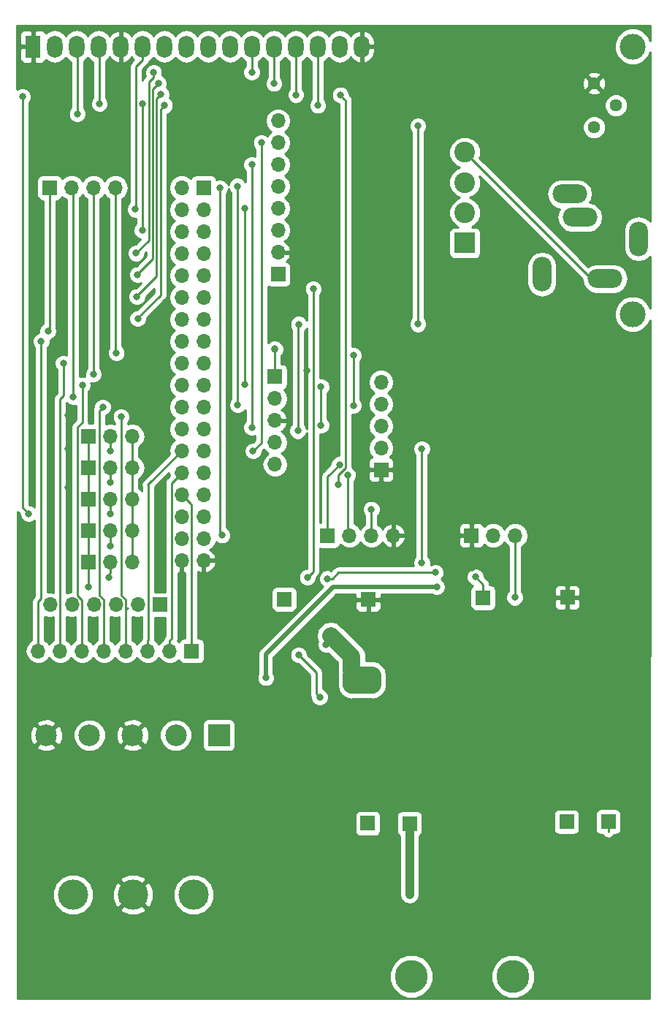
<source format=gbr>
G04 #@! TF.GenerationSoftware,KiCad,Pcbnew,5.0.2-bee76a0~70~ubuntu18.04.1*
G04 #@! TF.CreationDate,2019-05-13T15:11:37-07:00*
G04 #@! TF.ProjectId,Half_Shield,48616c66-5f53-4686-9965-6c642e6b6963,rev?*
G04 #@! TF.SameCoordinates,Original*
G04 #@! TF.FileFunction,Copper,L2,Bot*
G04 #@! TF.FilePolarity,Positive*
%FSLAX46Y46*%
G04 Gerber Fmt 4.6, Leading zero omitted, Abs format (unit mm)*
G04 Created by KiCad (PCBNEW 5.0.2-bee76a0~70~ubuntu18.04.1) date Mon 13 May 2019 03:11:37 PM PDT*
%MOMM*%
%LPD*%
G01*
G04 APERTURE LIST*
G04 #@! TA.AperFunction,ComponentPad*
%ADD10R,1.700000X1.700000*%
G04 #@! TD*
G04 #@! TA.AperFunction,ComponentPad*
%ADD11R,1.800000X2.600000*%
G04 #@! TD*
G04 #@! TA.AperFunction,ComponentPad*
%ADD12O,1.800000X2.600000*%
G04 #@! TD*
G04 #@! TA.AperFunction,ComponentPad*
%ADD13C,3.000000*%
G04 #@! TD*
G04 #@! TA.AperFunction,ComponentPad*
%ADD14O,1.700000X1.700000*%
G04 #@! TD*
G04 #@! TA.AperFunction,ComponentPad*
%ADD15C,2.400000*%
G04 #@! TD*
G04 #@! TA.AperFunction,ComponentPad*
%ADD16R,2.400000X2.400000*%
G04 #@! TD*
G04 #@! TA.AperFunction,ComponentPad*
%ADD17O,4.000000X2.200000*%
G04 #@! TD*
G04 #@! TA.AperFunction,ComponentPad*
%ADD18O,2.200000X4.000000*%
G04 #@! TD*
G04 #@! TA.AperFunction,ComponentPad*
%ADD19C,3.500000*%
G04 #@! TD*
G04 #@! TA.AperFunction,ComponentPad*
%ADD20C,3.800000*%
G04 #@! TD*
G04 #@! TA.AperFunction,ComponentPad*
%ADD21C,2.500000*%
G04 #@! TD*
G04 #@! TA.AperFunction,ComponentPad*
%ADD22R,2.500000X2.500000*%
G04 #@! TD*
G04 #@! TA.AperFunction,ComponentPad*
%ADD23C,1.440000*%
G04 #@! TD*
G04 #@! TA.AperFunction,ViaPad*
%ADD24C,0.800000*%
G04 #@! TD*
G04 #@! TA.AperFunction,Conductor*
%ADD25C,0.250000*%
G04 #@! TD*
G04 #@! TA.AperFunction,Conductor*
%ADD26C,1.000000*%
G04 #@! TD*
G04 #@! TA.AperFunction,Conductor*
%ADD27C,2.000000*%
G04 #@! TD*
G04 #@! TA.AperFunction,Conductor*
%ADD28C,0.500000*%
G04 #@! TD*
G04 #@! TA.AperFunction,Conductor*
%ADD29C,0.254000*%
G04 #@! TD*
G04 APERTURE END LIST*
D10*
G04 #@! TO.P,A_Buck_9V1,1*
G04 #@! TO.N,Net-(A_Buck_9V1-Pad1)*
X138582400Y-99618800D03*
G04 #@! TD*
D11*
G04 #@! TO.P,LCD1,1*
G04 #@! TO.N,GND*
X109474000Y-35598100D03*
D12*
G04 #@! TO.P,LCD1,2*
G04 #@! TO.N,Net-(C2-Pad2)*
X112014000Y-35598100D03*
G04 #@! TO.P,LCD1,3*
G04 #@! TO.N,Net-(LCD1-Pad3)*
X114554000Y-35598100D03*
G04 #@! TO.P,LCD1,4*
G04 #@! TO.N,Net-(Arduino_Block1-Pad6)*
X117094000Y-35598100D03*
G04 #@! TO.P,LCD1,5*
G04 #@! TO.N,GND*
X119634000Y-35598100D03*
G04 #@! TO.P,LCD1,6*
G04 #@! TO.N,Net-(Arduino_Block1-Pad4)*
X122174000Y-35598100D03*
G04 #@! TO.P,LCD1,7*
G04 #@! TO.N,N/C*
X124714000Y-35598100D03*
G04 #@! TO.P,LCD1,8*
X127254000Y-35598100D03*
G04 #@! TO.P,LCD1,9*
X129794000Y-35598100D03*
G04 #@! TO.P,LCD1,10*
X132334000Y-35598100D03*
G04 #@! TO.P,LCD1,11*
G04 #@! TO.N,Net-(Arduino_Block1-Pad8)*
X134874000Y-35598100D03*
G04 #@! TO.P,LCD1,12*
G04 #@! TO.N,Net-(Arduino_Block1-Pad10)*
X137414000Y-35598100D03*
G04 #@! TO.P,LCD1,13*
G04 #@! TO.N,Net-(Arduino_Block1-Pad12)*
X139954000Y-35598100D03*
G04 #@! TO.P,LCD1,14*
G04 #@! TO.N,Net-(Arduino_Block1-Pad14)*
X142494000Y-35598100D03*
G04 #@! TO.P,LCD1,15*
G04 #@! TO.N,Net-(LCD1-Pad15)*
X145034000Y-35598100D03*
G04 #@! TO.P,LCD1,16*
G04 #@! TO.N,GND*
X147574000Y-35598100D03*
D13*
G04 #@! TO.P,LCD1,*
G04 #@! TO.N,*
X178973480Y-66598800D03*
X178974000Y-35598100D03*
G04 #@! TD*
D14*
G04 #@! TO.P,Arduino_Block1,36*
G04 #@! TO.N,GND*
X126695200Y-95135700D03*
G04 #@! TO.P,Arduino_Block1,35*
X129235200Y-95135700D03*
G04 #@! TO.P,Arduino_Block1,34*
G04 #@! TO.N,N/C*
X126695200Y-92595700D03*
G04 #@! TO.P,Arduino_Block1,33*
X129235200Y-92595700D03*
G04 #@! TO.P,Arduino_Block1,32*
X126695200Y-90055700D03*
G04 #@! TO.P,Arduino_Block1,31*
X129235200Y-90055700D03*
G04 #@! TO.P,Arduino_Block1,30*
G04 #@! TO.N,Net-(Arduino_Block1-Pad30)*
X126695200Y-87515700D03*
G04 #@! TO.P,Arduino_Block1,29*
G04 #@! TO.N,Relay_IN1*
X129235200Y-87515700D03*
G04 #@! TO.P,Arduino_Block1,28*
G04 #@! TO.N,Net-(Arduino_Block1-Pad28)*
X126695200Y-84975700D03*
G04 #@! TO.P,Arduino_Block1,27*
G04 #@! TO.N,Relay_IN2*
X129235200Y-84975700D03*
G04 #@! TO.P,Arduino_Block1,26*
G04 #@! TO.N,Net-(Arduino_Block1-Pad26)*
X126695200Y-82435700D03*
G04 #@! TO.P,Arduino_Block1,25*
G04 #@! TO.N,CS*
X129235200Y-82435700D03*
G04 #@! TO.P,Arduino_Block1,24*
G04 #@! TO.N,Net-(Arduino_Block1-Pad24)*
X126695200Y-79895700D03*
G04 #@! TO.P,Arduino_Block1,23*
G04 #@! TO.N,SDI*
X129235200Y-79895700D03*
G04 #@! TO.P,Arduino_Block1,22*
G04 #@! TO.N,Net-(Arduino_Block1-Pad22)*
X126695200Y-77355700D03*
G04 #@! TO.P,Arduino_Block1,21*
G04 #@! TO.N,SDO*
X129235200Y-77355700D03*
G04 #@! TO.P,Arduino_Block1,20*
G04 #@! TO.N,Net-(Arduino_Block1-Pad20)*
X126695200Y-74815700D03*
G04 #@! TO.P,Arduino_Block1,19*
G04 #@! TO.N,CLK*
X129235200Y-74815700D03*
G04 #@! TO.P,Arduino_Block1,18*
G04 #@! TO.N,Net-(Arduino_Block1-Pad18)*
X126695200Y-72275700D03*
G04 #@! TO.P,Arduino_Block1,17*
G04 #@! TO.N,N/C*
X129235200Y-72275700D03*
G04 #@! TO.P,Arduino_Block1,16*
G04 #@! TO.N,Net-(Arduino_Block1-Pad16)*
X126695200Y-69735700D03*
G04 #@! TO.P,Arduino_Block1,15*
G04 #@! TO.N,N/C*
X129235200Y-69735700D03*
G04 #@! TO.P,Arduino_Block1,14*
G04 #@! TO.N,Net-(Arduino_Block1-Pad14)*
X126695200Y-67195700D03*
G04 #@! TO.P,Arduino_Block1,13*
G04 #@! TO.N,N/C*
X129235200Y-67195700D03*
G04 #@! TO.P,Arduino_Block1,12*
G04 #@! TO.N,Net-(Arduino_Block1-Pad12)*
X126695200Y-64655700D03*
G04 #@! TO.P,Arduino_Block1,11*
G04 #@! TO.N,N/C*
X129235200Y-64655700D03*
G04 #@! TO.P,Arduino_Block1,10*
G04 #@! TO.N,Net-(Arduino_Block1-Pad10)*
X126695200Y-62115700D03*
G04 #@! TO.P,Arduino_Block1,9*
G04 #@! TO.N,N/C*
X129235200Y-62115700D03*
G04 #@! TO.P,Arduino_Block1,8*
G04 #@! TO.N,Net-(Arduino_Block1-Pad8)*
X126695200Y-59575700D03*
G04 #@! TO.P,Arduino_Block1,7*
G04 #@! TO.N,N/C*
X129235200Y-59575700D03*
G04 #@! TO.P,Arduino_Block1,6*
G04 #@! TO.N,Net-(Arduino_Block1-Pad6)*
X126695200Y-57035700D03*
G04 #@! TO.P,Arduino_Block1,5*
G04 #@! TO.N,N/C*
X129235200Y-57035700D03*
G04 #@! TO.P,Arduino_Block1,4*
G04 #@! TO.N,Net-(Arduino_Block1-Pad4)*
X126695200Y-54495700D03*
G04 #@! TO.P,Arduino_Block1,3*
G04 #@! TO.N,N/C*
X129235200Y-54495700D03*
G04 #@! TO.P,Arduino_Block1,2*
G04 #@! TO.N,+5V*
X126695200Y-51955700D03*
D10*
G04 #@! TO.P,Arduino_Block1,1*
X129235200Y-51955700D03*
G04 #@! TD*
D14*
G04 #@! TO.P,Arduino_Block2,4*
G04 #@! TO.N,Net-(Arduino_Block2-Pad4)*
X119024400Y-51955700D03*
G04 #@! TO.P,Arduino_Block2,3*
G04 #@! TO.N,Net-(Arduino_Block2-Pad3)*
X116484400Y-51955700D03*
G04 #@! TO.P,Arduino_Block2,2*
G04 #@! TO.N,pH_TX*
X113944400Y-51955700D03*
D10*
G04 #@! TO.P,Arduino_Block2,1*
G04 #@! TO.N,pH_RX*
X111404400Y-51955700D03*
G04 #@! TD*
D14*
G04 #@! TO.P,Arduino_Block3,6*
G04 #@! TO.N,N/C*
X111455200Y-100266500D03*
G04 #@! TO.P,Arduino_Block3,5*
X113995200Y-100266500D03*
G04 #@! TO.P,Arduino_Block3,4*
X116535200Y-100266500D03*
G04 #@! TO.P,Arduino_Block3,3*
X119075200Y-100266500D03*
G04 #@! TO.P,Arduino_Block3,2*
X121615200Y-100266500D03*
D10*
G04 #@! TO.P,Arduino_Block3,1*
X124155200Y-100266500D03*
G04 #@! TD*
D14*
G04 #@! TO.P,Keypad1,8*
G04 #@! TO.N,Net-(Arduino_Block1-Pad16)*
X110083600Y-105613200D03*
G04 #@! TO.P,Keypad1,7*
G04 #@! TO.N,Net-(Arduino_Block1-Pad18)*
X112623600Y-105613200D03*
G04 #@! TO.P,Keypad1,6*
G04 #@! TO.N,Net-(Arduino_Block1-Pad20)*
X115163600Y-105613200D03*
G04 #@! TO.P,Keypad1,5*
G04 #@! TO.N,Net-(Arduino_Block1-Pad22)*
X117703600Y-105613200D03*
G04 #@! TO.P,Keypad1,4*
G04 #@! TO.N,Net-(Arduino_Block1-Pad24)*
X120243600Y-105613200D03*
G04 #@! TO.P,Keypad1,3*
G04 #@! TO.N,Net-(Arduino_Block1-Pad26)*
X122783600Y-105613200D03*
G04 #@! TO.P,Keypad1,2*
G04 #@! TO.N,Net-(Arduino_Block1-Pad28)*
X125323600Y-105613200D03*
D10*
G04 #@! TO.P,Keypad1,1*
G04 #@! TO.N,Net-(Arduino_Block1-Pad30)*
X127863600Y-105613200D03*
G04 #@! TD*
D14*
G04 #@! TO.P,pH_carrier1,5*
G04 #@! TO.N,+5V*
X137515600Y-84010500D03*
G04 #@! TO.P,pH_carrier1,4*
G04 #@! TO.N,N/C*
X137515600Y-81470500D03*
G04 #@! TO.P,pH_carrier1,3*
G04 #@! TO.N,GND*
X137515600Y-78930500D03*
G04 #@! TO.P,pH_carrier1,2*
G04 #@! TO.N,pH_TX*
X137515600Y-76390500D03*
D10*
G04 #@! TO.P,pH_carrier1,1*
G04 #@! TO.N,pH_RX*
X137515600Y-73850500D03*
G04 #@! TD*
D15*
G04 #@! TO.P,PT100_Input1,3*
G04 #@! TO.N,Net-(PT100_Input1-Pad3)*
X159509426Y-51350304D03*
G04 #@! TO.P,PT100_Input1,4*
G04 #@! TO.N,Net-(PT100_Input1-Pad4)*
X159509426Y-47850304D03*
G04 #@! TO.P,PT100_Input1,2*
G04 #@! TO.N,Net-(PT100_Input1-Pad2)*
X159509426Y-54850304D03*
D16*
G04 #@! TO.P,PT100_Input1,1*
G04 #@! TO.N,N/C*
X159509426Y-58350304D03*
G04 #@! TD*
D17*
G04 #@! TO.P,PT100_Jack1,1*
G04 #@! TO.N,Net-(PT100_Input1-Pad4)*
X175768000Y-62484000D03*
D18*
G04 #@! TO.P,PT100_Jack1,4*
G04 #@! TO.N,N/C*
X168468000Y-61984000D03*
D17*
G04 #@! TO.P,PT100_Jack1,5*
X172868000Y-55384000D03*
G04 #@! TO.P,PT100_Jack1,2*
G04 #@! TO.N,Net-(PT100_Input1-Pad3)*
X171668000Y-52684000D03*
D18*
G04 #@! TO.P,PT100_Jack1,3*
G04 #@! TO.N,Net-(PT100_Input1-Pad2)*
X179668000Y-57884000D03*
G04 #@! TD*
D14*
G04 #@! TO.P,Relay_control1,4*
G04 #@! TO.N,GND*
X151231600Y-92252800D03*
G04 #@! TO.P,Relay_control1,3*
G04 #@! TO.N,Relay_IN1*
X148691600Y-92252800D03*
G04 #@! TO.P,Relay_control1,2*
G04 #@! TO.N,Relay_IN2*
X146151600Y-92252800D03*
D10*
G04 #@! TO.P,Relay_control1,1*
G04 #@! TO.N,+5V*
X143611600Y-92252800D03*
G04 #@! TD*
G04 #@! TO.P,Relay_pwr1,1*
G04 #@! TO.N,GND*
X160274000Y-92252800D03*
D14*
G04 #@! TO.P,Relay_pwr1,2*
G04 #@! TO.N,N/C*
X162814000Y-92252800D03*
G04 #@! TO.P,Relay_pwr1,3*
G04 #@! TO.N,Buck_5V*
X165354000Y-92252800D03*
G04 #@! TD*
D10*
G04 #@! TO.P,A_Buck1,1*
G04 #@! TO.N,Net-(AC-L1-Pad1)*
X153110949Y-125618646D03*
G04 #@! TD*
G04 #@! TO.P,A_Buck2,1*
G04 #@! TO.N,Net-(AC-N1-Pad1)*
X148259549Y-125580546D03*
G04 #@! TD*
G04 #@! TO.P,A_Buck_GND1,1*
G04 #@! TO.N,GND*
X148323049Y-99659846D03*
G04 #@! TD*
G04 #@! TO.P,R_Buck2,1*
G04 #@! TO.N,Net-(AC-L1-Pad1)*
X176137176Y-125383292D03*
G04 #@! TD*
G04 #@! TO.P,R_Buck_1,1*
G04 #@! TO.N,Net-(AC-N1-Pad1)*
X171311176Y-125395992D03*
G04 #@! TD*
G04 #@! TO.P,R_Buck_5V1,1*
G04 #@! TO.N,Buck_5V*
X161621076Y-99449892D03*
G04 #@! TD*
G04 #@! TO.P,R_Buck_GND1,1*
G04 #@! TO.N,GND*
X171400076Y-99399092D03*
G04 #@! TD*
D19*
G04 #@! TO.P,AC-E1,1*
G04 #@! TO.N,GND*
X121056400Y-133858000D03*
G04 #@! TD*
G04 #@! TO.P,AC-L1,1*
G04 #@! TO.N,Net-(AC-L1-Pad1)*
X128066800Y-133858000D03*
G04 #@! TD*
G04 #@! TO.P,AC-N1,1*
G04 #@! TO.N,Net-(AC-N1-Pad1)*
X114096800Y-133858000D03*
G04 #@! TD*
D14*
G04 #@! TO.P,PT100_amp1,8*
G04 #@! TO.N,N/C*
X137871200Y-44196000D03*
G04 #@! TO.P,PT100_amp1,7*
G04 #@! TO.N,CS*
X137871200Y-46736000D03*
G04 #@! TO.P,PT100_amp1,6*
G04 #@! TO.N,SDI*
X137871200Y-49276000D03*
G04 #@! TO.P,PT100_amp1,5*
G04 #@! TO.N,SDO*
X137871200Y-51816000D03*
G04 #@! TO.P,PT100_amp1,4*
G04 #@! TO.N,CLK*
X137871200Y-54356000D03*
G04 #@! TO.P,PT100_amp1,3*
G04 #@! TO.N,N/C*
X137871200Y-56896000D03*
G04 #@! TO.P,PT100_amp1,2*
G04 #@! TO.N,GND*
X137871200Y-59436000D03*
D10*
G04 #@! TO.P,PT100_amp1,1*
G04 #@! TO.N,Net-(C5-Pad2)*
X137871200Y-61976000D03*
G04 #@! TD*
D20*
G04 #@! TO.P,Screw1,1*
G04 #@! TO.N,Net-(AC-L1-Pad1)*
X153314400Y-143306800D03*
G04 #@! TD*
G04 #@! TO.P,Screw2,1*
G04 #@! TO.N,Net-(AC-L1-Pad1)*
X165100000Y-143306800D03*
G04 #@! TD*
D21*
G04 #@! TO.P,Power_Screws1,5*
G04 #@! TO.N,GND*
X111013200Y-115366800D03*
G04 #@! TO.P,Power_Screws1,4*
G04 #@! TO.N,Net-(AC-N1-Pad1)*
X116013200Y-115366800D03*
G04 #@! TO.P,Power_Screws1,3*
G04 #@! TO.N,GND*
X121013200Y-115366800D03*
G04 #@! TO.P,Power_Screws1,2*
G04 #@! TO.N,Net-(AC-N1-Pad1)*
X126013200Y-115366800D03*
D22*
G04 #@! TO.P,Power_Screws1,1*
G04 #@! TO.N,Net-(Cout1-Pad1)*
X131013200Y-115366800D03*
G04 #@! TD*
D14*
G04 #@! TO.P,PCF8523_RTC1,5*
G04 #@! TO.N,N/C*
X149809200Y-74472800D03*
G04 #@! TO.P,PCF8523_RTC1,4*
G04 #@! TO.N,Net-(Arduino_Block2-Pad4)*
X149809200Y-77012800D03*
G04 #@! TO.P,PCF8523_RTC1,3*
G04 #@! TO.N,Net-(Arduino_Block2-Pad3)*
X149809200Y-79552800D03*
G04 #@! TO.P,PCF8523_RTC1,2*
G04 #@! TO.N,Net-(C8-Pad2)*
X149809200Y-82092800D03*
D10*
G04 #@! TO.P,PCF8523_RTC1,1*
G04 #@! TO.N,GND*
X149809200Y-84632800D03*
G04 #@! TD*
D23*
G04 #@! TO.P,RV1,1*
G04 #@! TO.N,GND*
X174498000Y-39878000D03*
G04 #@! TO.P,RV1,2*
G04 #@! TO.N,Net-(LCD1-Pad3)*
X177038000Y-42418000D03*
G04 #@! TO.P,RV1,3*
G04 #@! TO.N,Net-(C3-Pad2)*
X174498000Y-44958000D03*
G04 #@! TD*
D10*
G04 #@! TO.P,J1,1*
G04 #@! TO.N,Buck_5V*
X115866158Y-80732960D03*
D14*
G04 #@! TO.P,J1,2*
G04 #@! TO.N,Net-(C3-Pad2)*
X118406158Y-80732960D03*
G04 #@! TO.P,J1,3*
G04 #@! TO.N,+5V*
X120946158Y-80732960D03*
G04 #@! TD*
G04 #@! TO.P,J2,3*
G04 #@! TO.N,+5V*
X120946158Y-84382960D03*
G04 #@! TO.P,J2,2*
G04 #@! TO.N,Net-(C4-Pad1)*
X118406158Y-84382960D03*
D10*
G04 #@! TO.P,J2,1*
G04 #@! TO.N,Buck_5V*
X115866158Y-84382960D03*
G04 #@! TD*
G04 #@! TO.P,J3,1*
G04 #@! TO.N,Buck_5V*
X115866158Y-88032960D03*
D14*
G04 #@! TO.P,J3,2*
G04 #@! TO.N,Net-(C2-Pad2)*
X118406158Y-88032960D03*
G04 #@! TO.P,J3,3*
G04 #@! TO.N,+5V*
X120946158Y-88032960D03*
G04 #@! TD*
G04 #@! TO.P,J4,3*
G04 #@! TO.N,+5V*
X120946158Y-91682960D03*
G04 #@! TO.P,J4,2*
G04 #@! TO.N,Net-(C8-Pad2)*
X118406158Y-91682960D03*
D10*
G04 #@! TO.P,J4,1*
G04 #@! TO.N,Buck_5V*
X115866158Y-91682960D03*
G04 #@! TD*
D14*
G04 #@! TO.P,J5,3*
G04 #@! TO.N,+5V*
X120946158Y-95332960D03*
G04 #@! TO.P,J5,2*
G04 #@! TO.N,Net-(C5-Pad2)*
X118406158Y-95332960D03*
D10*
G04 #@! TO.P,J5,1*
G04 #@! TO.N,Buck_5V*
X115866158Y-95332960D03*
G04 #@! TD*
D24*
G04 #@! TO.N,GND*
X136702800Y-111099600D03*
X124206000Y-102920800D03*
X121615200Y-102920800D03*
X119024400Y-102920800D03*
X116687600Y-102920800D03*
X114096800Y-102920800D03*
X111353600Y-102920800D03*
X141224000Y-73152000D03*
X163423600Y-55270400D03*
X167335200Y-52628800D03*
X144170400Y-126746000D03*
X139090400Y-126746000D03*
X134010400Y-126746000D03*
X128930400Y-126746000D03*
X137058400Y-88493600D03*
X160375600Y-95961200D03*
X171399200Y-96012000D03*
X111506000Y-86614000D03*
X111506000Y-82092800D03*
X111506000Y-77622400D03*
X112776000Y-65430400D03*
X112776000Y-61925200D03*
X112776000Y-57658000D03*
X115316000Y-57658000D03*
X115316000Y-61976000D03*
X115316000Y-65430400D03*
X113538000Y-86664800D03*
X113538000Y-78282800D03*
X113538000Y-82194400D03*
X124206000Y-95351600D03*
X124206000Y-89306400D03*
X124104400Y-87426800D03*
X123139200Y-83820000D03*
X133350000Y-83972400D03*
X141224000Y-39217600D03*
X138633200Y-38506400D03*
G04 #@! TO.N,Relay_IN1*
X148691600Y-89204800D03*
G04 #@! TO.N,Relay_IN2*
X145948400Y-85242400D03*
G04 #@! TO.N,CS*
X134975600Y-82448400D03*
X135940800Y-46736000D03*
G04 #@! TO.N,Net-(Arduino_Block1-Pad24)*
X119684800Y-78486000D03*
G04 #@! TO.N,SDI*
X134823200Y-79705200D03*
X134823200Y-49276000D03*
G04 #@! TO.N,Net-(Arduino_Block1-Pad22)*
X117551200Y-77355700D03*
G04 #@! TO.N,SDO*
X133197600Y-77114400D03*
X133146800Y-51765200D03*
G04 #@! TO.N,Net-(Arduino_Block1-Pad20)*
X115176300Y-74815700D03*
G04 #@! TO.N,CLK*
X134010400Y-74777600D03*
X134010400Y-54305200D03*
G04 #@! TO.N,Net-(Arduino_Block1-Pad18)*
X112979200Y-72275700D03*
G04 #@! TO.N,Net-(Arduino_Block1-Pad16)*
X110426500Y-69735700D03*
G04 #@! TO.N,Net-(Arduino_Block1-Pad14)*
X121615200Y-67106800D03*
X142468600Y-42418000D03*
X124714000Y-42418000D03*
G04 #@! TO.N,Net-(Arduino_Block1-Pad12)*
X121513600Y-64566800D03*
X139928600Y-41173400D03*
X124307600Y-41148000D03*
G04 #@! TO.N,Net-(Arduino_Block1-Pad10)*
X121564400Y-62026800D03*
X137388600Y-39878000D03*
X124002800Y-39878000D03*
G04 #@! TO.N,Net-(Arduino_Block1-Pad8)*
X121412000Y-59537600D03*
X134823200Y-38557200D03*
X123444000Y-38608000D03*
G04 #@! TO.N,Net-(Arduino_Block1-Pad6)*
X122123200Y-56896000D03*
X117170200Y-42240200D03*
X122174000Y-42265600D03*
G04 #@! TO.N,Net-(Arduino_Block1-Pad4)*
X121310400Y-54457600D03*
G04 #@! TO.N,+5V*
X131368800Y-92202000D03*
X144983200Y-84023200D03*
X131114800Y-51955700D03*
G04 #@! TO.N,pH_TX*
X114147600Y-76149200D03*
G04 #@! TO.N,pH_RX*
X137464800Y-70612000D03*
X137515600Y-70662800D03*
X111201200Y-68560699D03*
G04 #@! TO.N,Net-(AC-L1-Pad1)*
X153111200Y-133807200D03*
G04 #@! TO.N,Net-(LCD1-Pad3)*
X114604800Y-43383200D03*
G04 #@! TO.N,Net-(A_Buck_9V1-Pad1)*
X142697200Y-110947200D03*
X140258800Y-106070400D03*
G04 #@! TO.N,Net-(Arduino_Block2-Pad4)*
X119126000Y-71069200D03*
X146608800Y-71387801D03*
X146608800Y-77165200D03*
G04 #@! TO.N,Net-(Arduino_Block2-Pad3)*
X116484400Y-73558400D03*
X142849600Y-75025501D03*
X142849600Y-79451200D03*
G04 #@! TO.N,Net-(Cbst1-Pad1)*
X143408400Y-104851200D03*
X143408400Y-103835200D03*
X146405600Y-108407200D03*
X147574000Y-108407200D03*
X148793200Y-108407200D03*
X148793200Y-109524800D03*
X147574000Y-109524800D03*
X146405600Y-109524800D03*
G04 #@! TO.N,Net-(Cout1-Pad1)*
X136448800Y-108712000D03*
X156260800Y-98196400D03*
G04 #@! TO.N,Net-(C2-Pad2)*
X118414800Y-89712800D03*
X108966000Y-89712800D03*
X108248999Y-41407801D03*
G04 #@! TO.N,Net-(C3-Pad2)*
X154076400Y-44805600D03*
X154076400Y-67741800D03*
X118414800Y-82448400D03*
X140157200Y-80105501D03*
X140258800Y-67767200D03*
G04 #@! TO.N,Net-(C4-Pad1)*
X145084800Y-41198800D03*
X118414800Y-86055200D03*
X144830800Y-86309200D03*
G04 #@! TO.N,Net-(C5-Pad2)*
X118262400Y-97078800D03*
X141274800Y-97078800D03*
X141949001Y-63666201D03*
G04 #@! TO.N,Net-(C8-Pad2)*
X118414800Y-93421200D03*
X154533600Y-95402400D03*
X154533600Y-82194400D03*
G04 #@! TO.N,Buck_5V*
X165303200Y-99415600D03*
X115874800Y-98196400D03*
X143611600Y-97231200D03*
X156108400Y-96520000D03*
X160731200Y-97028000D03*
G04 #@! TD*
D25*
G04 #@! TO.N,GND*
X119684800Y-35648900D02*
X119634000Y-35598100D01*
X137805126Y-59429804D02*
X137817826Y-59417104D01*
X119532400Y-35699700D02*
X119634000Y-35598100D01*
X147828000Y-35852100D02*
X147574000Y-35598100D01*
X111150400Y-115229600D02*
X111013200Y-115366800D01*
X160426400Y-93505200D02*
X160426400Y-95961200D01*
X160274000Y-92252800D02*
X160274000Y-93352800D01*
X160274000Y-93352800D02*
X160426400Y-93505200D01*
X171399200Y-98298216D02*
X171399200Y-95961200D01*
X171400076Y-99399092D02*
X171400076Y-98299092D01*
X171400076Y-98299092D02*
X171399200Y-98298216D01*
G04 #@! TO.N,Relay_IN1*
X148691600Y-89204800D02*
X148691600Y-89770485D01*
X148691600Y-89770485D02*
X148691600Y-92252800D01*
G04 #@! TO.N,Relay_IN2*
X145948400Y-91948000D02*
X146050000Y-92049600D01*
X145948400Y-92049600D02*
X146151600Y-92252800D01*
X145948400Y-85242400D02*
X145948400Y-92049600D01*
G04 #@! TO.N,Net-(Arduino_Block1-Pad30)*
X127762000Y-88582500D02*
X126695200Y-87515700D01*
X127870201Y-88690701D02*
X127762000Y-88582500D01*
X127863600Y-105613200D02*
X127863600Y-95706302D01*
X127863600Y-95706302D02*
X127870201Y-95699701D01*
X127870201Y-95699701D02*
X127870201Y-88690701D01*
G04 #@! TO.N,Net-(Arduino_Block1-Pad28)*
X125323600Y-105613200D02*
X125323600Y-104411119D01*
X125323600Y-104411119D02*
X125520199Y-104214520D01*
X125520199Y-104214520D02*
X125520199Y-86150701D01*
X125520199Y-86150701D02*
X126695200Y-84975700D01*
G04 #@! TO.N,Net-(Arduino_Block1-Pad26)*
X122783600Y-104411119D02*
X122790201Y-104404518D01*
X122790201Y-86340699D02*
X126695200Y-82435700D01*
X122848201Y-86398699D02*
X122848201Y-88202601D01*
X122790201Y-86340699D02*
X122848201Y-86398699D01*
X122783600Y-104411119D02*
X122783600Y-105613200D01*
X122848201Y-104346518D02*
X122783600Y-104411119D01*
X122848201Y-88202601D02*
X122848201Y-104346518D01*
G04 #@! TO.N,CS*
X135940800Y-81483200D02*
X134975600Y-82448400D01*
X135940800Y-46736000D02*
X135940800Y-81483200D01*
X137754326Y-46780604D02*
X137817826Y-46717104D01*
G04 #@! TO.N,Net-(Arduino_Block1-Pad24)*
X120243600Y-105613200D02*
X120243600Y-100837102D01*
X120243600Y-100837102D02*
X120440199Y-100640503D01*
X120243600Y-104411119D02*
X120243600Y-105613200D01*
X120250201Y-104404518D02*
X120243600Y-104411119D01*
X120250201Y-99702499D02*
X120250201Y-104404518D01*
X119684800Y-99137098D02*
X120250201Y-99702499D01*
X119684800Y-78486000D02*
X119684800Y-99137098D01*
G04 #@! TO.N,SDI*
X134823200Y-49276000D02*
X134823200Y-79806800D01*
X137754326Y-49320604D02*
X137817826Y-49257104D01*
G04 #@! TO.N,Net-(Arduino_Block1-Pad22)*
X117703600Y-104411119D02*
X117703600Y-105613200D01*
X117710201Y-104404518D02*
X117703600Y-104411119D01*
X117710201Y-99702499D02*
X117710201Y-104404518D01*
X117151201Y-99143499D02*
X117710201Y-99702499D01*
X117151201Y-77755699D02*
X117151201Y-99143499D01*
X117551200Y-77355700D02*
X117151201Y-77755699D01*
G04 #@! TO.N,SDO*
X133132999Y-52933600D02*
X133132999Y-77128201D01*
X133132999Y-52795001D02*
X133132999Y-52933600D01*
X133146800Y-51765200D02*
X133146800Y-52330885D01*
X133146800Y-52330885D02*
X133132999Y-52344686D01*
X133132999Y-52344686D02*
X133132999Y-52933600D01*
X137805126Y-51809804D02*
X137817826Y-51797104D01*
G04 #@! TO.N,Net-(Arduino_Block1-Pad20)*
X115163600Y-104411119D02*
X115163600Y-105613200D01*
X115170201Y-104404518D02*
X115163600Y-104411119D01*
X115170201Y-99702499D02*
X115170201Y-104404518D01*
X114655600Y-99187898D02*
X115170201Y-99702499D01*
X114655600Y-79658516D02*
X114655600Y-99187898D01*
X115176300Y-79137816D02*
X114655600Y-79658516D01*
X115176300Y-74815700D02*
X115176300Y-79137816D01*
G04 #@! TO.N,CLK*
X134010400Y-54305200D02*
X134010400Y-74828400D01*
X137805126Y-54349804D02*
X137817826Y-54337104D01*
G04 #@! TO.N,Net-(Arduino_Block1-Pad18)*
X112623600Y-104411119D02*
X112623600Y-105613200D01*
X112630201Y-104404518D02*
X112623600Y-104411119D01*
X112630201Y-76402801D02*
X112630201Y-104404518D01*
X112979200Y-76053802D02*
X112630201Y-76402801D01*
X112979200Y-72275700D02*
X112979200Y-76053802D01*
G04 #@! TO.N,Net-(Arduino_Block1-Pad16)*
X110083600Y-104411119D02*
X110083600Y-105613200D01*
X110083600Y-99899098D02*
X110083600Y-104411119D01*
X110426500Y-99556198D02*
X110083600Y-99899098D01*
X110426500Y-69735700D02*
X110426500Y-99556198D01*
G04 #@! TO.N,Net-(Arduino_Block1-Pad14)*
X124249610Y-64370790D02*
X121513600Y-67106800D01*
X124714000Y-42418000D02*
X124249610Y-42882390D01*
X124249610Y-42882390D02*
X124249610Y-64370790D01*
X142468600Y-42418000D02*
X142468600Y-35623500D01*
X142468600Y-35623500D02*
X142494000Y-35598100D01*
G04 #@! TO.N,Net-(Arduino_Block1-Pad12)*
X123799600Y-62230000D02*
X121513600Y-64516000D01*
X124307600Y-41148000D02*
X123799600Y-41656000D01*
X123799600Y-41656000D02*
X123799600Y-62230000D01*
X139928600Y-41173400D02*
X139928600Y-35623500D01*
X139928600Y-35623500D02*
X139954000Y-35598100D01*
G04 #@! TO.N,Net-(Arduino_Block1-Pad10)*
X123349011Y-60191389D02*
X121513600Y-62026800D01*
X124002800Y-39878000D02*
X123349011Y-40531789D01*
X123349011Y-40531789D02*
X123349011Y-60191389D01*
X137388600Y-39878000D02*
X137388600Y-35623500D01*
X137388600Y-35623500D02*
X137414000Y-35598100D01*
G04 #@! TO.N,Net-(Arduino_Block1-Pad8)*
X122899001Y-58050599D02*
X121412000Y-59537600D01*
X123444000Y-39173685D02*
X122899001Y-39718684D01*
X123444000Y-38608000D02*
X123444000Y-39173685D01*
X122899001Y-39718684D02*
X122899001Y-58050599D01*
X134874000Y-35598100D02*
X134874000Y-38506400D01*
X134874000Y-38506400D02*
X134823200Y-38557200D01*
G04 #@! TO.N,Net-(Arduino_Block1-Pad6)*
X122174000Y-42265600D02*
X122174000Y-56997600D01*
X117170200Y-42240200D02*
X117170200Y-35674300D01*
X117170200Y-35674300D02*
X117094000Y-35598100D01*
G04 #@! TO.N,Net-(Arduino_Block1-Pad4)*
X122174000Y-37148100D02*
X121398199Y-37923901D01*
X121398199Y-37923901D02*
X121398199Y-54392999D01*
X122174000Y-35598100D02*
X122174000Y-37148100D01*
G04 #@! TO.N,+5V*
X131368800Y-92202000D02*
X131368800Y-92202000D01*
X143611600Y-92252800D02*
X143611600Y-85394800D01*
X143611600Y-85394800D02*
X144983200Y-84023200D01*
X144983200Y-84023200D02*
X144983200Y-84023200D01*
X120946158Y-81935041D02*
X120946158Y-84382960D01*
X120946158Y-80732960D02*
X120946158Y-81935041D01*
X120946158Y-85585041D02*
X120946158Y-88032960D01*
X120946158Y-84382960D02*
X120946158Y-85585041D01*
X120946158Y-89235041D02*
X120946158Y-91682960D01*
X120946158Y-88032960D02*
X120946158Y-89235041D01*
X120946158Y-92885041D02*
X120946158Y-95332960D01*
X120946158Y-91682960D02*
X120946158Y-92885041D01*
X131114800Y-91948000D02*
X131368800Y-92202000D01*
X131114800Y-51955700D02*
X131114800Y-91948000D01*
G04 #@! TO.N,pH_TX*
X114147600Y-52158900D02*
X113944400Y-51955700D01*
X137502900Y-76403200D02*
X137515600Y-76390500D01*
X114147600Y-76149200D02*
X114147600Y-52158900D01*
G04 #@! TO.N,pH_RX*
X137515600Y-73850500D02*
X137515600Y-70662800D01*
X111404400Y-68357499D02*
X111201200Y-68560699D01*
X111404400Y-51955700D02*
X111404400Y-68357499D01*
G04 #@! TO.N,Net-(AC-L1-Pad1)*
X176174400Y-126520516D02*
X176137176Y-126483292D01*
X176137176Y-126483292D02*
X176137176Y-125383292D01*
D26*
X153111200Y-133807200D02*
X153111200Y-125618897D01*
D25*
X153111200Y-125618897D02*
X153110949Y-125618646D01*
G04 #@! TO.N,Net-(AC-N1-Pad1)*
X171297600Y-125409568D02*
X171311176Y-125395992D01*
G04 #@! TO.N,Net-(LCD1-Pad3)*
X114604800Y-43383200D02*
X114604800Y-35648900D01*
X114604800Y-35648900D02*
X114554000Y-35598100D01*
G04 #@! TO.N,Net-(LCD1-Pad15)*
X145237200Y-35801300D02*
X145034000Y-35598100D01*
X145110200Y-35674300D02*
X145034000Y-35598100D01*
G04 #@! TO.N,Net-(PT100_Input1-Pad4)*
X174143122Y-62484000D02*
X175768000Y-62484000D01*
X159509426Y-47850304D02*
X174143122Y-62484000D01*
G04 #@! TO.N,Net-(A_Buck_9V1-Pad1)*
X142297201Y-110547201D02*
X142297201Y-108108801D01*
X142697200Y-110947200D02*
X142297201Y-110547201D01*
X142297201Y-108108801D02*
X140258800Y-106070400D01*
X140258800Y-106070400D02*
X140208000Y-106019600D01*
G04 #@! TO.N,Net-(Arduino_Block2-Pad4)*
X119024400Y-70967600D02*
X119126000Y-71069200D01*
X119024400Y-51955700D02*
X119024400Y-70967600D01*
X146608800Y-71387801D02*
X146608800Y-77165200D01*
X146608800Y-77165200D02*
X146608800Y-77165200D01*
G04 #@! TO.N,Net-(Arduino_Block2-Pad3)*
X116484400Y-51955700D02*
X116484400Y-73558400D01*
X142849600Y-75025501D02*
X142849600Y-79451200D01*
X142849600Y-79451200D02*
X142849600Y-79451200D01*
G04 #@! TO.N,Net-(Cbst1-Pad1)*
X146405600Y-107841515D02*
X146405600Y-108407200D01*
D27*
X146405600Y-106266715D02*
X146405600Y-107841515D01*
X143974085Y-103835200D02*
X146405600Y-106266715D01*
D25*
X143408400Y-103835200D02*
X143974085Y-103835200D01*
D27*
X146405600Y-108407200D02*
X147574000Y-108407200D01*
X147574000Y-108407200D02*
X148793200Y-108407200D01*
X148793200Y-108407200D02*
X148793200Y-109524800D01*
X148793200Y-109524800D02*
X147574000Y-109524800D01*
X147574000Y-109524800D02*
X146405600Y-109524800D01*
X146405600Y-109524800D02*
X146405600Y-108407200D01*
D25*
G04 #@! TO.N,Net-(Cout1-Pad1)*
X156260800Y-98196400D02*
X156260800Y-98196400D01*
D28*
X156260800Y-98196400D02*
X144221200Y-98196400D01*
X144221200Y-98196400D02*
X137617200Y-104800400D01*
X136448800Y-105968800D02*
X136448800Y-108712000D01*
X137617200Y-104800400D02*
X136448800Y-105968800D01*
D25*
G04 #@! TO.N,Net-(C2-Pad2)*
X118406158Y-89235041D02*
X118414800Y-89712800D01*
X118406158Y-88032960D02*
X118406158Y-89235041D01*
X118414800Y-89243683D02*
X118414800Y-89712800D01*
X118414800Y-89712800D02*
X118414800Y-89243683D01*
X108248999Y-88995799D02*
X108248999Y-41407801D01*
X108966000Y-89712800D02*
X108248999Y-88995799D01*
X108248999Y-41407801D02*
X108248999Y-41407801D01*
G04 #@! TO.N,Net-(C3-Pad2)*
X154076400Y-67176115D02*
X154076400Y-44805600D01*
X154076400Y-67741800D02*
X154076400Y-67176115D01*
X118406158Y-81935041D02*
X118414800Y-82448400D01*
X118406158Y-80732960D02*
X118406158Y-81935041D01*
X118414800Y-81943683D02*
X118414800Y-82448400D01*
X118414800Y-82448400D02*
X118414800Y-81943683D01*
X140157200Y-67868800D02*
X140258800Y-67767200D01*
X140157200Y-80105501D02*
X140157200Y-67868800D01*
G04 #@! TO.N,Net-(C4-Pad1)*
X118406158Y-85585041D02*
X118414800Y-86055200D01*
X118406158Y-84382960D02*
X118406158Y-85585041D01*
X118414800Y-85593683D02*
X118414800Y-86055200D01*
X118414800Y-86055200D02*
X118414800Y-85593683D01*
X145708201Y-41822201D02*
X145484799Y-41598799D01*
X145484799Y-41598799D02*
X145084800Y-41198800D01*
X145708201Y-84371201D02*
X145708201Y-41822201D01*
X144830800Y-85248602D02*
X145708201Y-84371201D01*
X144830800Y-86309200D02*
X144830800Y-85248602D01*
G04 #@! TO.N,Net-(C5-Pad2)*
X137668000Y-62179200D02*
X137871200Y-61976000D01*
X137718800Y-62128400D02*
X137871200Y-61976000D01*
X118406158Y-96535041D02*
X118262400Y-97078800D01*
X118406158Y-95332960D02*
X118406158Y-96535041D01*
X118262400Y-96678799D02*
X118262400Y-97078800D01*
X118262400Y-97078800D02*
X118262400Y-96678799D01*
X141949001Y-96404599D02*
X141949001Y-63666201D01*
X141274800Y-97078800D02*
X141949001Y-96404599D01*
X141949001Y-63666201D02*
X141949001Y-63666201D01*
G04 #@! TO.N,Net-(C8-Pad2)*
X118406158Y-92885041D02*
X118414800Y-92893683D01*
X118406158Y-91682960D02*
X118406158Y-92885041D01*
X118414800Y-92893683D02*
X118414800Y-93421200D01*
X118414800Y-93421200D02*
X118414800Y-93421200D01*
X154533600Y-95402400D02*
X154533600Y-94836715D01*
X154533600Y-94836715D02*
X154533600Y-82194400D01*
X154533600Y-82194400D02*
X154533600Y-82143600D01*
G04 #@! TO.N,Buck_5V*
X165354000Y-92252800D02*
X165354000Y-99364800D01*
X165354000Y-99364800D02*
X165303200Y-99415600D01*
X161640595Y-99430373D02*
X161621076Y-99449892D01*
X115866158Y-81832960D02*
X115866158Y-84382960D01*
X115866158Y-80732960D02*
X115866158Y-81832960D01*
X115866158Y-85482960D02*
X115866158Y-88032960D01*
X115866158Y-84382960D02*
X115866158Y-85482960D01*
X115866158Y-89132960D02*
X115866158Y-91682960D01*
X115866158Y-88032960D02*
X115866158Y-89132960D01*
X115866158Y-91682960D02*
X115866158Y-95332960D01*
X115866158Y-96432960D02*
X115874800Y-96441602D01*
X115866158Y-95332960D02*
X115866158Y-96432960D01*
X115874800Y-96441602D02*
X115874800Y-98196400D01*
X115874800Y-98196400D02*
X115874800Y-98196400D01*
X144177285Y-97231200D02*
X144888485Y-96520000D01*
X143611600Y-97231200D02*
X144177285Y-97231200D01*
X144888485Y-96520000D02*
X156108400Y-96520000D01*
X156108400Y-96520000D02*
X156108400Y-96520000D01*
X161621076Y-97917876D02*
X161621076Y-99449892D01*
X160731200Y-97028000D02*
X161621076Y-97917876D01*
G04 #@! TD*
D29*
G04 #@! TO.N,GND*
G36*
X181025122Y-34970922D02*
X180783966Y-34388720D01*
X180183380Y-33788134D01*
X179398678Y-33463100D01*
X178549322Y-33463100D01*
X177764620Y-33788134D01*
X177164034Y-34388720D01*
X176839000Y-35173422D01*
X176839000Y-36022778D01*
X177164034Y-36807480D01*
X177764620Y-37408066D01*
X178549322Y-37733100D01*
X179398678Y-37733100D01*
X180183380Y-37408066D01*
X180783966Y-36807480D01*
X181024004Y-36227978D01*
X181006533Y-55864340D01*
X180918865Y-55733135D01*
X180344963Y-55349666D01*
X179668000Y-55215010D01*
X178991038Y-55349666D01*
X178417136Y-55733135D01*
X178033667Y-56307037D01*
X177933001Y-56813120D01*
X177933000Y-58954879D01*
X178033666Y-59460962D01*
X178417135Y-60034865D01*
X178991037Y-60418334D01*
X179668000Y-60552990D01*
X180344962Y-60418334D01*
X180918865Y-60034865D01*
X181002935Y-59909045D01*
X180997599Y-65906432D01*
X180783446Y-65389420D01*
X180182860Y-64788834D01*
X179398158Y-64463800D01*
X178548802Y-64463800D01*
X177764100Y-64788834D01*
X177163514Y-65389420D01*
X176838480Y-66174122D01*
X176838480Y-67023478D01*
X177163514Y-67808180D01*
X177764100Y-68408766D01*
X178548802Y-68733800D01*
X179398158Y-68733800D01*
X180182860Y-68408766D01*
X180783446Y-67808180D01*
X180996365Y-67294149D01*
X180926454Y-145873301D01*
X107719146Y-145823499D01*
X107716458Y-142802557D01*
X150779400Y-142802557D01*
X150779400Y-143811043D01*
X151165330Y-144742762D01*
X151878438Y-145455870D01*
X152810157Y-145841800D01*
X153818643Y-145841800D01*
X154750362Y-145455870D01*
X155463470Y-144742762D01*
X155849400Y-143811043D01*
X155849400Y-142802557D01*
X162565000Y-142802557D01*
X162565000Y-143811043D01*
X162950930Y-144742762D01*
X163664038Y-145455870D01*
X164595757Y-145841800D01*
X165604243Y-145841800D01*
X166535962Y-145455870D01*
X167249070Y-144742762D01*
X167635000Y-143811043D01*
X167635000Y-142802557D01*
X167249070Y-141870838D01*
X166535962Y-141157730D01*
X165604243Y-140771800D01*
X164595757Y-140771800D01*
X163664038Y-141157730D01*
X162950930Y-141870838D01*
X162565000Y-142802557D01*
X155849400Y-142802557D01*
X155463470Y-141870838D01*
X154750362Y-141157730D01*
X153818643Y-140771800D01*
X152810157Y-140771800D01*
X151878438Y-141157730D01*
X151165330Y-141870838D01*
X150779400Y-142802557D01*
X107716458Y-142802557D01*
X107708074Y-133383594D01*
X111711800Y-133383594D01*
X111711800Y-134332406D01*
X112074895Y-135208994D01*
X112745806Y-135879905D01*
X113622394Y-136243000D01*
X114571206Y-136243000D01*
X115447794Y-135879905D01*
X115775171Y-135552528D01*
X119541477Y-135552528D01*
X119731764Y-135897271D01*
X120612991Y-136248956D01*
X121561723Y-136236641D01*
X122381036Y-135897271D01*
X122571323Y-135552528D01*
X121056400Y-134037605D01*
X119541477Y-135552528D01*
X115775171Y-135552528D01*
X116118705Y-135208994D01*
X116481800Y-134332406D01*
X116481800Y-133414591D01*
X118665444Y-133414591D01*
X118677759Y-134363323D01*
X119017129Y-135182636D01*
X119361872Y-135372923D01*
X120876795Y-133858000D01*
X121236005Y-133858000D01*
X122750928Y-135372923D01*
X123095671Y-135182636D01*
X123447356Y-134301409D01*
X123435443Y-133383594D01*
X125681800Y-133383594D01*
X125681800Y-134332406D01*
X126044895Y-135208994D01*
X126715806Y-135879905D01*
X127592394Y-136243000D01*
X128541206Y-136243000D01*
X129417794Y-135879905D01*
X130088705Y-135208994D01*
X130451800Y-134332406D01*
X130451800Y-133383594D01*
X130088705Y-132507006D01*
X129417794Y-131836095D01*
X128541206Y-131473000D01*
X127592394Y-131473000D01*
X126715806Y-131836095D01*
X126044895Y-132507006D01*
X125681800Y-133383594D01*
X123435443Y-133383594D01*
X123435041Y-133352677D01*
X123095671Y-132533364D01*
X122750928Y-132343077D01*
X121236005Y-133858000D01*
X120876795Y-133858000D01*
X119361872Y-132343077D01*
X119017129Y-132533364D01*
X118665444Y-133414591D01*
X116481800Y-133414591D01*
X116481800Y-133383594D01*
X116118705Y-132507006D01*
X115775171Y-132163472D01*
X119541477Y-132163472D01*
X121056400Y-133678395D01*
X122571323Y-132163472D01*
X122381036Y-131818729D01*
X121499809Y-131467044D01*
X120551077Y-131479359D01*
X119731764Y-131818729D01*
X119541477Y-132163472D01*
X115775171Y-132163472D01*
X115447794Y-131836095D01*
X114571206Y-131473000D01*
X113622394Y-131473000D01*
X112745806Y-131836095D01*
X112074895Y-132507006D01*
X111711800Y-133383594D01*
X107708074Y-133383594D01*
X107700373Y-124730546D01*
X146762109Y-124730546D01*
X146762109Y-126430546D01*
X146811392Y-126678311D01*
X146951740Y-126888355D01*
X147161784Y-127028703D01*
X147409549Y-127077986D01*
X149109549Y-127077986D01*
X149357314Y-127028703D01*
X149567358Y-126888355D01*
X149707706Y-126678311D01*
X149756989Y-126430546D01*
X149756989Y-124768646D01*
X151613509Y-124768646D01*
X151613509Y-126468646D01*
X151662792Y-126716411D01*
X151803140Y-126926455D01*
X151976201Y-127042091D01*
X151976200Y-133918982D01*
X152042054Y-134250054D01*
X152292911Y-134625489D01*
X152668345Y-134876346D01*
X153111200Y-134964435D01*
X153554054Y-134876346D01*
X153929489Y-134625489D01*
X154180346Y-134250055D01*
X154246200Y-133918983D01*
X154246200Y-127041755D01*
X154418758Y-126926455D01*
X154559106Y-126716411D01*
X154608389Y-126468646D01*
X154608389Y-124768646D01*
X154564101Y-124545992D01*
X169813736Y-124545992D01*
X169813736Y-126245992D01*
X169863019Y-126493757D01*
X170003367Y-126703801D01*
X170213411Y-126844149D01*
X170461176Y-126893432D01*
X172161176Y-126893432D01*
X172408941Y-126844149D01*
X172618985Y-126703801D01*
X172759333Y-126493757D01*
X172808616Y-126245992D01*
X172808616Y-124545992D01*
X172806090Y-124533292D01*
X174639736Y-124533292D01*
X174639736Y-126233292D01*
X174689019Y-126481057D01*
X174829367Y-126691101D01*
X175039411Y-126831449D01*
X175287176Y-126880732D01*
X175488694Y-126880732D01*
X175589247Y-127031221D01*
X175652706Y-127073623D01*
X175689928Y-127110845D01*
X175877863Y-127236420D01*
X176174400Y-127295404D01*
X176470937Y-127236420D01*
X176722329Y-127068445D01*
X176847755Y-126880732D01*
X176987176Y-126880732D01*
X177234941Y-126831449D01*
X177444985Y-126691101D01*
X177585333Y-126481057D01*
X177634616Y-126233292D01*
X177634616Y-124533292D01*
X177585333Y-124285527D01*
X177444985Y-124075483D01*
X177234941Y-123935135D01*
X176987176Y-123885852D01*
X175287176Y-123885852D01*
X175039411Y-123935135D01*
X174829367Y-124075483D01*
X174689019Y-124285527D01*
X174639736Y-124533292D01*
X172806090Y-124533292D01*
X172759333Y-124298227D01*
X172618985Y-124088183D01*
X172408941Y-123947835D01*
X172161176Y-123898552D01*
X170461176Y-123898552D01*
X170213411Y-123947835D01*
X170003367Y-124088183D01*
X169863019Y-124298227D01*
X169813736Y-124545992D01*
X154564101Y-124545992D01*
X154559106Y-124520881D01*
X154418758Y-124310837D01*
X154208714Y-124170489D01*
X153960949Y-124121206D01*
X152260949Y-124121206D01*
X152013184Y-124170489D01*
X151803140Y-124310837D01*
X151662792Y-124520881D01*
X151613509Y-124768646D01*
X149756989Y-124768646D01*
X149756989Y-124730546D01*
X149707706Y-124482781D01*
X149567358Y-124272737D01*
X149357314Y-124132389D01*
X149109549Y-124083106D01*
X147409549Y-124083106D01*
X147161784Y-124132389D01*
X146951740Y-124272737D01*
X146811392Y-124482781D01*
X146762109Y-124730546D01*
X107700373Y-124730546D01*
X107693225Y-116700120D01*
X109859485Y-116700120D01*
X109988733Y-116992923D01*
X110689006Y-117261188D01*
X111438635Y-117241050D01*
X112037667Y-116992923D01*
X112166915Y-116700120D01*
X111013200Y-115546405D01*
X109859485Y-116700120D01*
X107693225Y-116700120D01*
X107691749Y-115042606D01*
X109118812Y-115042606D01*
X109138950Y-115792235D01*
X109387077Y-116391267D01*
X109679880Y-116520515D01*
X110833595Y-115366800D01*
X111192805Y-115366800D01*
X112346520Y-116520515D01*
X112639323Y-116391267D01*
X112907588Y-115690994D01*
X112888807Y-114991850D01*
X114128200Y-114991850D01*
X114128200Y-115741750D01*
X114415174Y-116434567D01*
X114945433Y-116964826D01*
X115638250Y-117251800D01*
X116388150Y-117251800D01*
X117080967Y-116964826D01*
X117345673Y-116700120D01*
X119859485Y-116700120D01*
X119988733Y-116992923D01*
X120689006Y-117261188D01*
X121438635Y-117241050D01*
X122037667Y-116992923D01*
X122166915Y-116700120D01*
X121013200Y-115546405D01*
X119859485Y-116700120D01*
X117345673Y-116700120D01*
X117611226Y-116434567D01*
X117898200Y-115741750D01*
X117898200Y-115042606D01*
X119118812Y-115042606D01*
X119138950Y-115792235D01*
X119387077Y-116391267D01*
X119679880Y-116520515D01*
X120833595Y-115366800D01*
X121192805Y-115366800D01*
X122346520Y-116520515D01*
X122639323Y-116391267D01*
X122907588Y-115690994D01*
X122888807Y-114991850D01*
X124128200Y-114991850D01*
X124128200Y-115741750D01*
X124415174Y-116434567D01*
X124945433Y-116964826D01*
X125638250Y-117251800D01*
X126388150Y-117251800D01*
X127080967Y-116964826D01*
X127611226Y-116434567D01*
X127898200Y-115741750D01*
X127898200Y-114991850D01*
X127611226Y-114299033D01*
X127428993Y-114116800D01*
X129115760Y-114116800D01*
X129115760Y-116616800D01*
X129165043Y-116864565D01*
X129305391Y-117074609D01*
X129515435Y-117214957D01*
X129763200Y-117264240D01*
X132263200Y-117264240D01*
X132510965Y-117214957D01*
X132721009Y-117074609D01*
X132861357Y-116864565D01*
X132910640Y-116616800D01*
X132910640Y-114116800D01*
X132861357Y-113869035D01*
X132721009Y-113658991D01*
X132510965Y-113518643D01*
X132263200Y-113469360D01*
X129763200Y-113469360D01*
X129515435Y-113518643D01*
X129305391Y-113658991D01*
X129165043Y-113869035D01*
X129115760Y-114116800D01*
X127428993Y-114116800D01*
X127080967Y-113768774D01*
X126388150Y-113481800D01*
X125638250Y-113481800D01*
X124945433Y-113768774D01*
X124415174Y-114299033D01*
X124128200Y-114991850D01*
X122888807Y-114991850D01*
X122887450Y-114941365D01*
X122639323Y-114342333D01*
X122346520Y-114213085D01*
X121192805Y-115366800D01*
X120833595Y-115366800D01*
X119679880Y-114213085D01*
X119387077Y-114342333D01*
X119118812Y-115042606D01*
X117898200Y-115042606D01*
X117898200Y-114991850D01*
X117611226Y-114299033D01*
X117345673Y-114033480D01*
X119859485Y-114033480D01*
X121013200Y-115187195D01*
X122166915Y-114033480D01*
X122037667Y-113740677D01*
X121337394Y-113472412D01*
X120587765Y-113492550D01*
X119988733Y-113740677D01*
X119859485Y-114033480D01*
X117345673Y-114033480D01*
X117080967Y-113768774D01*
X116388150Y-113481800D01*
X115638250Y-113481800D01*
X114945433Y-113768774D01*
X114415174Y-114299033D01*
X114128200Y-114991850D01*
X112888807Y-114991850D01*
X112887450Y-114941365D01*
X112639323Y-114342333D01*
X112346520Y-114213085D01*
X111192805Y-115366800D01*
X110833595Y-115366800D01*
X109679880Y-114213085D01*
X109387077Y-114342333D01*
X109118812Y-115042606D01*
X107691749Y-115042606D01*
X107690851Y-114033480D01*
X109859485Y-114033480D01*
X111013200Y-115187195D01*
X112166915Y-114033480D01*
X112037667Y-113740677D01*
X111337394Y-113472412D01*
X110587765Y-113492550D01*
X109988733Y-113740677D01*
X109859485Y-114033480D01*
X107690851Y-114033480D01*
X107685932Y-108506126D01*
X135413800Y-108506126D01*
X135413800Y-108917874D01*
X135571369Y-109298280D01*
X135862520Y-109589431D01*
X136242926Y-109747000D01*
X136654674Y-109747000D01*
X137035080Y-109589431D01*
X137326231Y-109298280D01*
X137483800Y-108917874D01*
X137483800Y-108506126D01*
X137333800Y-108143993D01*
X137333800Y-106335378D01*
X137804652Y-105864526D01*
X139223800Y-105864526D01*
X139223800Y-106276274D01*
X139381369Y-106656680D01*
X139672520Y-106947831D01*
X140052926Y-107105400D01*
X140218998Y-107105400D01*
X141537202Y-108423605D01*
X141537201Y-110472354D01*
X141522313Y-110547201D01*
X141537201Y-110622048D01*
X141537201Y-110622052D01*
X141581297Y-110843737D01*
X141662200Y-110964817D01*
X141662200Y-111153074D01*
X141819769Y-111533480D01*
X142110920Y-111824631D01*
X142491326Y-111982200D01*
X142903074Y-111982200D01*
X143283480Y-111824631D01*
X143574631Y-111533480D01*
X143732200Y-111153074D01*
X143732200Y-110741326D01*
X143574631Y-110360920D01*
X143283480Y-110069769D01*
X143057201Y-109976041D01*
X143057201Y-108183647D01*
X143072089Y-108108800D01*
X143057201Y-108033953D01*
X143057201Y-108033949D01*
X143013105Y-107812264D01*
X142971303Y-107749703D01*
X142887530Y-107624327D01*
X142887528Y-107624325D01*
X142845130Y-107560872D01*
X142781677Y-107518474D01*
X141293800Y-106030598D01*
X141293800Y-105864526D01*
X141136231Y-105484120D01*
X140845080Y-105192969D01*
X140464674Y-105035400D01*
X140052926Y-105035400D01*
X139672520Y-105192969D01*
X139381369Y-105484120D01*
X139223800Y-105864526D01*
X137804652Y-105864526D01*
X138304624Y-105364555D01*
X138304626Y-105364552D01*
X139833978Y-103835200D01*
X142307054Y-103835200D01*
X142433950Y-104473145D01*
X142440598Y-104483095D01*
X142373400Y-104645326D01*
X142373400Y-105057074D01*
X142530969Y-105437480D01*
X142822120Y-105728631D01*
X143202526Y-105886200D01*
X143614274Y-105886200D01*
X143683975Y-105857329D01*
X144770600Y-106943954D01*
X144770600Y-108002546D01*
X144794830Y-108124357D01*
X144738569Y-108407200D01*
X144770600Y-108568231D01*
X144770600Y-109363769D01*
X144738569Y-109524800D01*
X144865464Y-110162745D01*
X145122349Y-110547201D01*
X145226831Y-110703569D01*
X145767655Y-111064936D01*
X146405600Y-111191831D01*
X146566631Y-111159800D01*
X148632169Y-111159800D01*
X148793200Y-111191831D01*
X149431145Y-111064936D01*
X149971969Y-110703569D01*
X150333336Y-110162745D01*
X150428200Y-109685831D01*
X150428200Y-109685830D01*
X150460231Y-109524800D01*
X150428200Y-109363769D01*
X150428200Y-108568231D01*
X150460231Y-108407200D01*
X150333336Y-107769255D01*
X149971969Y-107228431D01*
X149431145Y-106867064D01*
X148954231Y-106772200D01*
X148793200Y-106740169D01*
X148632169Y-106772200D01*
X148040600Y-106772200D01*
X148040600Y-106427740D01*
X148072630Y-106266714D01*
X148040600Y-106105688D01*
X148040600Y-106105684D01*
X147945736Y-105628770D01*
X147584369Y-105087946D01*
X147447853Y-104996729D01*
X145016338Y-102565215D01*
X144612030Y-102295065D01*
X143974085Y-102168169D01*
X143336140Y-102295065D01*
X142795317Y-102656432D01*
X142433950Y-103197255D01*
X142307054Y-103835200D01*
X139833978Y-103835200D01*
X143723582Y-99945596D01*
X146838049Y-99945596D01*
X146838049Y-100636156D01*
X146934722Y-100869545D01*
X147113351Y-101048173D01*
X147346740Y-101144846D01*
X148037299Y-101144846D01*
X148196049Y-100986096D01*
X148196049Y-99786846D01*
X148450049Y-99786846D01*
X148450049Y-100986096D01*
X148608799Y-101144846D01*
X149299358Y-101144846D01*
X149532747Y-101048173D01*
X149711376Y-100869545D01*
X149808049Y-100636156D01*
X149808049Y-99945596D01*
X149649299Y-99786846D01*
X148450049Y-99786846D01*
X148196049Y-99786846D01*
X146996799Y-99786846D01*
X146838049Y-99945596D01*
X143723582Y-99945596D01*
X144587779Y-99081400D01*
X146838049Y-99081400D01*
X146838049Y-99374096D01*
X146996799Y-99532846D01*
X148196049Y-99532846D01*
X148196049Y-99512846D01*
X148450049Y-99512846D01*
X148450049Y-99532846D01*
X149649299Y-99532846D01*
X149808049Y-99374096D01*
X149808049Y-99081400D01*
X155692793Y-99081400D01*
X156054926Y-99231400D01*
X156466674Y-99231400D01*
X156847080Y-99073831D01*
X157138231Y-98782680D01*
X157295800Y-98402274D01*
X157295800Y-97990526D01*
X157138231Y-97610120D01*
X156847080Y-97318969D01*
X156794798Y-97297313D01*
X156985831Y-97106280D01*
X157103531Y-96822126D01*
X159696200Y-96822126D01*
X159696200Y-97233874D01*
X159853769Y-97614280D01*
X160144920Y-97905431D01*
X160467481Y-98039040D01*
X160313267Y-98142083D01*
X160172919Y-98352127D01*
X160123636Y-98599892D01*
X160123636Y-100299892D01*
X160172919Y-100547657D01*
X160313267Y-100757701D01*
X160523311Y-100898049D01*
X160771076Y-100947332D01*
X162471076Y-100947332D01*
X162718841Y-100898049D01*
X162928885Y-100757701D01*
X163069233Y-100547657D01*
X163118516Y-100299892D01*
X163118516Y-98599892D01*
X163069233Y-98352127D01*
X162928885Y-98142083D01*
X162718841Y-98001735D01*
X162471076Y-97952452D01*
X162389087Y-97952452D01*
X162395964Y-97917876D01*
X162381076Y-97843028D01*
X162381076Y-97843024D01*
X162336980Y-97621339D01*
X162336980Y-97621338D01*
X162211405Y-97433403D01*
X162169005Y-97369947D01*
X162105549Y-97327547D01*
X161766200Y-96988198D01*
X161766200Y-96822126D01*
X161608631Y-96441720D01*
X161317480Y-96150569D01*
X160937074Y-95993000D01*
X160525326Y-95993000D01*
X160144920Y-96150569D01*
X159853769Y-96441720D01*
X159696200Y-96822126D01*
X157103531Y-96822126D01*
X157143400Y-96725874D01*
X157143400Y-96314126D01*
X156985831Y-95933720D01*
X156694680Y-95642569D01*
X156314274Y-95485000D01*
X155902526Y-95485000D01*
X155561079Y-95626432D01*
X155568600Y-95608274D01*
X155568600Y-95196526D01*
X155411031Y-94816120D01*
X155293600Y-94698689D01*
X155293600Y-92538550D01*
X158789000Y-92538550D01*
X158789000Y-93229109D01*
X158885673Y-93462498D01*
X159064301Y-93641127D01*
X159297690Y-93737800D01*
X159988250Y-93737800D01*
X160147000Y-93579050D01*
X160147000Y-92379800D01*
X158947750Y-92379800D01*
X158789000Y-92538550D01*
X155293600Y-92538550D01*
X155293600Y-91276491D01*
X158789000Y-91276491D01*
X158789000Y-91967050D01*
X158947750Y-92125800D01*
X160147000Y-92125800D01*
X160147000Y-90926550D01*
X160401000Y-90926550D01*
X160401000Y-92125800D01*
X160421000Y-92125800D01*
X160421000Y-92379800D01*
X160401000Y-92379800D01*
X160401000Y-93579050D01*
X160559750Y-93737800D01*
X161250310Y-93737800D01*
X161483699Y-93641127D01*
X161662327Y-93462498D01*
X161728904Y-93301767D01*
X161743375Y-93323425D01*
X162234582Y-93651639D01*
X162667744Y-93737800D01*
X162960256Y-93737800D01*
X163393418Y-93651639D01*
X163884625Y-93323425D01*
X164084000Y-93025039D01*
X164283375Y-93323425D01*
X164594000Y-93530978D01*
X164594001Y-98661088D01*
X164425769Y-98829320D01*
X164268200Y-99209726D01*
X164268200Y-99621474D01*
X164425769Y-100001880D01*
X164716920Y-100293031D01*
X165097326Y-100450600D01*
X165509074Y-100450600D01*
X165889480Y-100293031D01*
X166180631Y-100001880D01*
X166311952Y-99684842D01*
X169915076Y-99684842D01*
X169915076Y-100375402D01*
X170011749Y-100608791D01*
X170190378Y-100787419D01*
X170423767Y-100884092D01*
X171114326Y-100884092D01*
X171273076Y-100725342D01*
X171273076Y-99526092D01*
X171527076Y-99526092D01*
X171527076Y-100725342D01*
X171685826Y-100884092D01*
X172376385Y-100884092D01*
X172609774Y-100787419D01*
X172788403Y-100608791D01*
X172885076Y-100375402D01*
X172885076Y-99684842D01*
X172726326Y-99526092D01*
X171527076Y-99526092D01*
X171273076Y-99526092D01*
X170073826Y-99526092D01*
X169915076Y-99684842D01*
X166311952Y-99684842D01*
X166338200Y-99621474D01*
X166338200Y-99209726D01*
X166180631Y-98829320D01*
X166114000Y-98762689D01*
X166114000Y-98422782D01*
X169915076Y-98422782D01*
X169915076Y-99113342D01*
X170073826Y-99272092D01*
X171273076Y-99272092D01*
X171273076Y-98072842D01*
X171527076Y-98072842D01*
X171527076Y-99272092D01*
X172726326Y-99272092D01*
X172885076Y-99113342D01*
X172885076Y-98422782D01*
X172788403Y-98189393D01*
X172609774Y-98010765D01*
X172376385Y-97914092D01*
X171685826Y-97914092D01*
X171527076Y-98072842D01*
X171273076Y-98072842D01*
X171114326Y-97914092D01*
X170423767Y-97914092D01*
X170190378Y-98010765D01*
X170011749Y-98189393D01*
X169915076Y-98422782D01*
X166114000Y-98422782D01*
X166114000Y-93530978D01*
X166424625Y-93323425D01*
X166752839Y-92832218D01*
X166868092Y-92252800D01*
X166752839Y-91673382D01*
X166424625Y-91182175D01*
X165933418Y-90853961D01*
X165500256Y-90767800D01*
X165207744Y-90767800D01*
X164774582Y-90853961D01*
X164283375Y-91182175D01*
X164084000Y-91480561D01*
X163884625Y-91182175D01*
X163393418Y-90853961D01*
X162960256Y-90767800D01*
X162667744Y-90767800D01*
X162234582Y-90853961D01*
X161743375Y-91182175D01*
X161728904Y-91203833D01*
X161662327Y-91043102D01*
X161483699Y-90864473D01*
X161250310Y-90767800D01*
X160559750Y-90767800D01*
X160401000Y-90926550D01*
X160147000Y-90926550D01*
X159988250Y-90767800D01*
X159297690Y-90767800D01*
X159064301Y-90864473D01*
X158885673Y-91043102D01*
X158789000Y-91276491D01*
X155293600Y-91276491D01*
X155293600Y-82898111D01*
X155411031Y-82780680D01*
X155568600Y-82400274D01*
X155568600Y-81988526D01*
X155411031Y-81608120D01*
X155119880Y-81316969D01*
X154739474Y-81159400D01*
X154327726Y-81159400D01*
X153947320Y-81316969D01*
X153656169Y-81608120D01*
X153498600Y-81988526D01*
X153498600Y-82400274D01*
X153656169Y-82780680D01*
X153773601Y-82898112D01*
X153773600Y-94698689D01*
X153656169Y-94816120D01*
X153498600Y-95196526D01*
X153498600Y-95608274D01*
X153561447Y-95760000D01*
X144963333Y-95760000D01*
X144888485Y-95745112D01*
X144813637Y-95760000D01*
X144813633Y-95760000D01*
X144640090Y-95794520D01*
X144591947Y-95804096D01*
X144442566Y-95903910D01*
X144340556Y-95972071D01*
X144298156Y-96035527D01*
X144043755Y-96289928D01*
X143817474Y-96196200D01*
X143405726Y-96196200D01*
X143025320Y-96353769D01*
X142734169Y-96644920D01*
X142576600Y-97025326D01*
X142576600Y-97437074D01*
X142734169Y-97817480D01*
X143025320Y-98108631D01*
X143047997Y-98118024D01*
X137053048Y-104112974D01*
X137053045Y-104112976D01*
X135884647Y-105281375D01*
X135810751Y-105330751D01*
X135615148Y-105623491D01*
X135563800Y-105881636D01*
X135563800Y-105881639D01*
X135546463Y-105968800D01*
X135563800Y-106055961D01*
X135563801Y-108143991D01*
X135413800Y-108506126D01*
X107685932Y-108506126D01*
X107669010Y-89495747D01*
X107701070Y-89543728D01*
X107764529Y-89586130D01*
X107931000Y-89752601D01*
X107931000Y-89918674D01*
X108088569Y-90299080D01*
X108379720Y-90590231D01*
X108760126Y-90747800D01*
X109171874Y-90747800D01*
X109552280Y-90590231D01*
X109666501Y-90476010D01*
X109666501Y-99241396D01*
X109599130Y-99308767D01*
X109535671Y-99351169D01*
X109367696Y-99602562D01*
X109323600Y-99824247D01*
X109323600Y-99824251D01*
X109308712Y-99899098D01*
X109323600Y-99973945D01*
X109323601Y-104335021D01*
X109012975Y-104542575D01*
X108684761Y-105033782D01*
X108569508Y-105613200D01*
X108684761Y-106192618D01*
X109012975Y-106683825D01*
X109504182Y-107012039D01*
X109937344Y-107098200D01*
X110229856Y-107098200D01*
X110663018Y-107012039D01*
X111154225Y-106683825D01*
X111353600Y-106385439D01*
X111552975Y-106683825D01*
X112044182Y-107012039D01*
X112477344Y-107098200D01*
X112769856Y-107098200D01*
X113203018Y-107012039D01*
X113694225Y-106683825D01*
X113893600Y-106385439D01*
X114092975Y-106683825D01*
X114584182Y-107012039D01*
X115017344Y-107098200D01*
X115309856Y-107098200D01*
X115743018Y-107012039D01*
X116234225Y-106683825D01*
X116433600Y-106385439D01*
X116632975Y-106683825D01*
X117124182Y-107012039D01*
X117557344Y-107098200D01*
X117849856Y-107098200D01*
X118283018Y-107012039D01*
X118774225Y-106683825D01*
X118973600Y-106385439D01*
X119172975Y-106683825D01*
X119664182Y-107012039D01*
X120097344Y-107098200D01*
X120389856Y-107098200D01*
X120823018Y-107012039D01*
X121314225Y-106683825D01*
X121513600Y-106385439D01*
X121712975Y-106683825D01*
X122204182Y-107012039D01*
X122637344Y-107098200D01*
X122929856Y-107098200D01*
X123363018Y-107012039D01*
X123854225Y-106683825D01*
X124053600Y-106385439D01*
X124252975Y-106683825D01*
X124744182Y-107012039D01*
X125177344Y-107098200D01*
X125469856Y-107098200D01*
X125903018Y-107012039D01*
X126394225Y-106683825D01*
X126406416Y-106665581D01*
X126415443Y-106710965D01*
X126555791Y-106921009D01*
X126765835Y-107061357D01*
X127013600Y-107110640D01*
X128713600Y-107110640D01*
X128961365Y-107061357D01*
X129171409Y-106921009D01*
X129311757Y-106710965D01*
X129361040Y-106463200D01*
X129361040Y-104763200D01*
X129311757Y-104515435D01*
X129171409Y-104305391D01*
X128961365Y-104165043D01*
X128713600Y-104115760D01*
X128623600Y-104115760D01*
X128623600Y-98768800D01*
X137084960Y-98768800D01*
X137084960Y-100468800D01*
X137134243Y-100716565D01*
X137274591Y-100926609D01*
X137484635Y-101066957D01*
X137732400Y-101116240D01*
X139432400Y-101116240D01*
X139680165Y-101066957D01*
X139890209Y-100926609D01*
X140030557Y-100716565D01*
X140079840Y-100468800D01*
X140079840Y-98768800D01*
X140030557Y-98521035D01*
X139890209Y-98310991D01*
X139680165Y-98170643D01*
X139432400Y-98121360D01*
X137732400Y-98121360D01*
X137484635Y-98170643D01*
X137274591Y-98310991D01*
X137134243Y-98521035D01*
X137084960Y-98768800D01*
X128623600Y-98768800D01*
X128623600Y-96457568D01*
X128878308Y-96577186D01*
X129108200Y-96456519D01*
X129108200Y-95262700D01*
X129362200Y-95262700D01*
X129362200Y-96456519D01*
X129592092Y-96577186D01*
X130116558Y-96330883D01*
X130506845Y-95902624D01*
X130676676Y-95492590D01*
X130555355Y-95262700D01*
X129362200Y-95262700D01*
X129108200Y-95262700D01*
X129088200Y-95262700D01*
X129088200Y-95008700D01*
X129108200Y-95008700D01*
X129108200Y-94988700D01*
X129362200Y-94988700D01*
X129362200Y-95008700D01*
X130555355Y-95008700D01*
X130676676Y-94778810D01*
X130506845Y-94368776D01*
X130116558Y-93940517D01*
X129986722Y-93879543D01*
X130305825Y-93666325D01*
X130634039Y-93175118D01*
X130674549Y-92971460D01*
X130782520Y-93079431D01*
X131162926Y-93237000D01*
X131574674Y-93237000D01*
X131955080Y-93079431D01*
X132246231Y-92788280D01*
X132403800Y-92407874D01*
X132403800Y-91996126D01*
X132246231Y-91615720D01*
X131955080Y-91324569D01*
X131874800Y-91291316D01*
X131874800Y-52659411D01*
X131992231Y-52541980D01*
X132149800Y-52161574D01*
X132149800Y-52062814D01*
X132269369Y-52351480D01*
X132372999Y-52455110D01*
X132372999Y-52858749D01*
X132373000Y-76475289D01*
X132320169Y-76528120D01*
X132162600Y-76908526D01*
X132162600Y-77320274D01*
X132320169Y-77700680D01*
X132611320Y-77991831D01*
X132991726Y-78149400D01*
X133403474Y-78149400D01*
X133783880Y-77991831D01*
X134063201Y-77712510D01*
X134063201Y-79001488D01*
X133945769Y-79118920D01*
X133788200Y-79499326D01*
X133788200Y-79911074D01*
X133945769Y-80291480D01*
X134236920Y-80582631D01*
X134617326Y-80740200D01*
X135029074Y-80740200D01*
X135180801Y-80677353D01*
X135180801Y-81168397D01*
X134935798Y-81413400D01*
X134769726Y-81413400D01*
X134389320Y-81570969D01*
X134098169Y-81862120D01*
X133940600Y-82242526D01*
X133940600Y-82654274D01*
X134098169Y-83034680D01*
X134389320Y-83325831D01*
X134769726Y-83483400D01*
X135181474Y-83483400D01*
X135561880Y-83325831D01*
X135853031Y-83034680D01*
X136010600Y-82654274D01*
X136010600Y-82488202D01*
X136249791Y-82249011D01*
X136444975Y-82541125D01*
X136743361Y-82740500D01*
X136444975Y-82939875D01*
X136116761Y-83431082D01*
X136001508Y-84010500D01*
X136116761Y-84589918D01*
X136444975Y-85081125D01*
X136936182Y-85409339D01*
X137369344Y-85495500D01*
X137661856Y-85495500D01*
X138095018Y-85409339D01*
X138586225Y-85081125D01*
X138914439Y-84589918D01*
X139029692Y-84010500D01*
X138914439Y-83431082D01*
X138586225Y-82939875D01*
X138287839Y-82740500D01*
X138586225Y-82541125D01*
X138914439Y-82049918D01*
X139029692Y-81470500D01*
X138914439Y-80891082D01*
X138586225Y-80399875D01*
X138267122Y-80186657D01*
X138396958Y-80125683D01*
X138602970Y-79899627D01*
X139122200Y-79899627D01*
X139122200Y-80311375D01*
X139279769Y-80691781D01*
X139570920Y-80982932D01*
X139951326Y-81140501D01*
X140363074Y-81140501D01*
X140743480Y-80982932D01*
X141034631Y-80691781D01*
X141189001Y-80319097D01*
X141189001Y-96043800D01*
X141068926Y-96043800D01*
X140688520Y-96201369D01*
X140397369Y-96492520D01*
X140239800Y-96872926D01*
X140239800Y-97284674D01*
X140397369Y-97665080D01*
X140688520Y-97956231D01*
X141068926Y-98113800D01*
X141480674Y-98113800D01*
X141861080Y-97956231D01*
X142152231Y-97665080D01*
X142309800Y-97284674D01*
X142309800Y-97118602D01*
X142433474Y-96994928D01*
X142496930Y-96952528D01*
X142664905Y-96701136D01*
X142709001Y-96479451D01*
X142709001Y-96479447D01*
X142723889Y-96404600D01*
X142709001Y-96329753D01*
X142709001Y-93739778D01*
X142761600Y-93750240D01*
X144461600Y-93750240D01*
X144709365Y-93700957D01*
X144919409Y-93560609D01*
X145059757Y-93350565D01*
X145068784Y-93305181D01*
X145080975Y-93323425D01*
X145572182Y-93651639D01*
X146005344Y-93737800D01*
X146297856Y-93737800D01*
X146731018Y-93651639D01*
X147222225Y-93323425D01*
X147421600Y-93025039D01*
X147620975Y-93323425D01*
X148112182Y-93651639D01*
X148545344Y-93737800D01*
X148837856Y-93737800D01*
X149271018Y-93651639D01*
X149762225Y-93323425D01*
X149975443Y-93004322D01*
X150036417Y-93134158D01*
X150464676Y-93524445D01*
X150874710Y-93694276D01*
X151104600Y-93572955D01*
X151104600Y-92379800D01*
X151358600Y-92379800D01*
X151358600Y-93572955D01*
X151588490Y-93694276D01*
X151998524Y-93524445D01*
X152426783Y-93134158D01*
X152673086Y-92609692D01*
X152552419Y-92379800D01*
X151358600Y-92379800D01*
X151104600Y-92379800D01*
X151084600Y-92379800D01*
X151084600Y-92125800D01*
X151104600Y-92125800D01*
X151104600Y-90932645D01*
X151358600Y-90932645D01*
X151358600Y-92125800D01*
X152552419Y-92125800D01*
X152673086Y-91895908D01*
X152426783Y-91371442D01*
X151998524Y-90981155D01*
X151588490Y-90811324D01*
X151358600Y-90932645D01*
X151104600Y-90932645D01*
X150874710Y-90811324D01*
X150464676Y-90981155D01*
X150036417Y-91371442D01*
X149975443Y-91501278D01*
X149762225Y-91182175D01*
X149451600Y-90974622D01*
X149451600Y-89908511D01*
X149569031Y-89791080D01*
X149726600Y-89410674D01*
X149726600Y-88998926D01*
X149569031Y-88618520D01*
X149277880Y-88327369D01*
X148897474Y-88169800D01*
X148485726Y-88169800D01*
X148105320Y-88327369D01*
X147814169Y-88618520D01*
X147656600Y-88998926D01*
X147656600Y-89410674D01*
X147814169Y-89791080D01*
X147931600Y-89908511D01*
X147931600Y-90974622D01*
X147620975Y-91182175D01*
X147421600Y-91480561D01*
X147222225Y-91182175D01*
X146731018Y-90853961D01*
X146708400Y-90849462D01*
X146708400Y-85946111D01*
X146825831Y-85828680D01*
X146983400Y-85448274D01*
X146983400Y-85036526D01*
X146934533Y-84918550D01*
X148324200Y-84918550D01*
X148324200Y-85609110D01*
X148420873Y-85842499D01*
X148599502Y-86021127D01*
X148832891Y-86117800D01*
X149523450Y-86117800D01*
X149682200Y-85959050D01*
X149682200Y-84759800D01*
X149936200Y-84759800D01*
X149936200Y-85959050D01*
X150094950Y-86117800D01*
X150785509Y-86117800D01*
X151018898Y-86021127D01*
X151197527Y-85842499D01*
X151294200Y-85609110D01*
X151294200Y-84918550D01*
X151135450Y-84759800D01*
X149936200Y-84759800D01*
X149682200Y-84759800D01*
X148482950Y-84759800D01*
X148324200Y-84918550D01*
X146934533Y-84918550D01*
X146825831Y-84656120D01*
X146534680Y-84364969D01*
X146477105Y-84341121D01*
X146468201Y-84296355D01*
X146468201Y-78200200D01*
X146814674Y-78200200D01*
X147195080Y-78042631D01*
X147486231Y-77751480D01*
X147643800Y-77371074D01*
X147643800Y-76959326D01*
X147486231Y-76578920D01*
X147368800Y-76461489D01*
X147368800Y-74472800D01*
X148295108Y-74472800D01*
X148410361Y-75052218D01*
X148738575Y-75543425D01*
X149036961Y-75742800D01*
X148738575Y-75942175D01*
X148410361Y-76433382D01*
X148295108Y-77012800D01*
X148410361Y-77592218D01*
X148738575Y-78083425D01*
X149036961Y-78282800D01*
X148738575Y-78482175D01*
X148410361Y-78973382D01*
X148295108Y-79552800D01*
X148410361Y-80132218D01*
X148738575Y-80623425D01*
X149036961Y-80822800D01*
X148738575Y-81022175D01*
X148410361Y-81513382D01*
X148295108Y-82092800D01*
X148410361Y-82672218D01*
X148738575Y-83163425D01*
X148760233Y-83177896D01*
X148599502Y-83244473D01*
X148420873Y-83423101D01*
X148324200Y-83656490D01*
X148324200Y-84347050D01*
X148482950Y-84505800D01*
X149682200Y-84505800D01*
X149682200Y-84485800D01*
X149936200Y-84485800D01*
X149936200Y-84505800D01*
X151135450Y-84505800D01*
X151294200Y-84347050D01*
X151294200Y-83656490D01*
X151197527Y-83423101D01*
X151018898Y-83244473D01*
X150858167Y-83177896D01*
X150879825Y-83163425D01*
X151208039Y-82672218D01*
X151323292Y-82092800D01*
X151208039Y-81513382D01*
X150879825Y-81022175D01*
X150581439Y-80822800D01*
X150879825Y-80623425D01*
X151208039Y-80132218D01*
X151323292Y-79552800D01*
X151208039Y-78973382D01*
X150879825Y-78482175D01*
X150581439Y-78282800D01*
X150879825Y-78083425D01*
X151208039Y-77592218D01*
X151323292Y-77012800D01*
X151208039Y-76433382D01*
X150879825Y-75942175D01*
X150581439Y-75742800D01*
X150879825Y-75543425D01*
X151208039Y-75052218D01*
X151323292Y-74472800D01*
X151208039Y-73893382D01*
X150879825Y-73402175D01*
X150388618Y-73073961D01*
X149955456Y-72987800D01*
X149662944Y-72987800D01*
X149229782Y-73073961D01*
X148738575Y-73402175D01*
X148410361Y-73893382D01*
X148295108Y-74472800D01*
X147368800Y-74472800D01*
X147368800Y-72091512D01*
X147486231Y-71974081D01*
X147643800Y-71593675D01*
X147643800Y-71181927D01*
X147486231Y-70801521D01*
X147195080Y-70510370D01*
X146814674Y-70352801D01*
X146468201Y-70352801D01*
X146468201Y-44599726D01*
X153041400Y-44599726D01*
X153041400Y-45011474D01*
X153198969Y-45391880D01*
X153316401Y-45509312D01*
X153316400Y-67038089D01*
X153198969Y-67155520D01*
X153041400Y-67535926D01*
X153041400Y-67947674D01*
X153198969Y-68328080D01*
X153490120Y-68619231D01*
X153870526Y-68776800D01*
X154282274Y-68776800D01*
X154662680Y-68619231D01*
X154953831Y-68328080D01*
X155111400Y-67947674D01*
X155111400Y-67535926D01*
X154953831Y-67155520D01*
X154836400Y-67038089D01*
X154836400Y-60913121D01*
X166733000Y-60913121D01*
X166733001Y-63054880D01*
X166833667Y-63560963D01*
X167217136Y-64134865D01*
X167791038Y-64518334D01*
X168468000Y-64652990D01*
X169144963Y-64518334D01*
X169718865Y-64134865D01*
X170102334Y-63560963D01*
X170203000Y-63054880D01*
X170203000Y-60913120D01*
X170102334Y-60407037D01*
X169718865Y-59833135D01*
X169144962Y-59449666D01*
X168468000Y-59315010D01*
X167791037Y-59449666D01*
X167217135Y-59833135D01*
X166833666Y-60407038D01*
X166733000Y-60913121D01*
X154836400Y-60913121D01*
X154836400Y-57150304D01*
X157661986Y-57150304D01*
X157661986Y-59550304D01*
X157711269Y-59798069D01*
X157851617Y-60008113D01*
X158061661Y-60148461D01*
X158309426Y-60197744D01*
X160709426Y-60197744D01*
X160957191Y-60148461D01*
X161167235Y-60008113D01*
X161307583Y-59798069D01*
X161356866Y-59550304D01*
X161356866Y-57150304D01*
X161307583Y-56902539D01*
X161167235Y-56692495D01*
X160957191Y-56552147D01*
X160709426Y-56502864D01*
X160314879Y-56502864D01*
X160548870Y-56405942D01*
X161065064Y-55889748D01*
X161344426Y-55215308D01*
X161344426Y-54485300D01*
X161065064Y-53810860D01*
X160548870Y-53294666D01*
X160079638Y-53100304D01*
X160548870Y-52905942D01*
X161065064Y-52389748D01*
X161344426Y-51715308D01*
X161344426Y-50985300D01*
X161185189Y-50600869D01*
X173106631Y-62522312D01*
X173233666Y-63160963D01*
X173617135Y-63734865D01*
X174191037Y-64118334D01*
X174697120Y-64219000D01*
X176838880Y-64219000D01*
X177344963Y-64118334D01*
X177918865Y-63734865D01*
X178302334Y-63160963D01*
X178436990Y-62484000D01*
X178302334Y-61807037D01*
X177918865Y-61233135D01*
X177344963Y-60849666D01*
X176838880Y-60749000D01*
X174697120Y-60749000D01*
X174191037Y-60849666D01*
X173826900Y-61092975D01*
X165417924Y-52684000D01*
X168999010Y-52684000D01*
X169133666Y-53360963D01*
X169517135Y-53934865D01*
X170091037Y-54318334D01*
X170534455Y-54406535D01*
X170333666Y-54707037D01*
X170199010Y-55384000D01*
X170333666Y-56060963D01*
X170717135Y-56634865D01*
X171291037Y-57018334D01*
X171797120Y-57119000D01*
X173938880Y-57119000D01*
X174444963Y-57018334D01*
X175018865Y-56634865D01*
X175402334Y-56060963D01*
X175536990Y-55384000D01*
X175402334Y-54707037D01*
X175018865Y-54133135D01*
X174444963Y-53749666D01*
X174001545Y-53661465D01*
X174202334Y-53360963D01*
X174336990Y-52684000D01*
X174202334Y-52007037D01*
X173818865Y-51433135D01*
X173244963Y-51049666D01*
X172738880Y-50949000D01*
X170597120Y-50949000D01*
X170091037Y-51049666D01*
X169517135Y-51433135D01*
X169133666Y-52007037D01*
X168999010Y-52684000D01*
X165417924Y-52684000D01*
X161228676Y-48494753D01*
X161344426Y-48215308D01*
X161344426Y-47485300D01*
X161065064Y-46810860D01*
X160548870Y-46294666D01*
X159874430Y-46015304D01*
X159144422Y-46015304D01*
X158469982Y-46294666D01*
X157953788Y-46810860D01*
X157674426Y-47485300D01*
X157674426Y-48215308D01*
X157953788Y-48889748D01*
X158469982Y-49405942D01*
X158939214Y-49600304D01*
X158469982Y-49794666D01*
X157953788Y-50310860D01*
X157674426Y-50985300D01*
X157674426Y-51715308D01*
X157953788Y-52389748D01*
X158469982Y-52905942D01*
X158939214Y-53100304D01*
X158469982Y-53294666D01*
X157953788Y-53810860D01*
X157674426Y-54485300D01*
X157674426Y-55215308D01*
X157953788Y-55889748D01*
X158469982Y-56405942D01*
X158703973Y-56502864D01*
X158309426Y-56502864D01*
X158061661Y-56552147D01*
X157851617Y-56692495D01*
X157711269Y-56902539D01*
X157661986Y-57150304D01*
X154836400Y-57150304D01*
X154836400Y-45509311D01*
X154953831Y-45391880D01*
X155111400Y-45011474D01*
X155111400Y-44688474D01*
X173143000Y-44688474D01*
X173143000Y-45227526D01*
X173349286Y-45725546D01*
X173730454Y-46106714D01*
X174228474Y-46313000D01*
X174767526Y-46313000D01*
X175265546Y-46106714D01*
X175646714Y-45725546D01*
X175853000Y-45227526D01*
X175853000Y-44688474D01*
X175646714Y-44190454D01*
X175265546Y-43809286D01*
X174767526Y-43603000D01*
X174228474Y-43603000D01*
X173730454Y-43809286D01*
X173349286Y-44190454D01*
X173143000Y-44688474D01*
X155111400Y-44688474D01*
X155111400Y-44599726D01*
X154953831Y-44219320D01*
X154662680Y-43928169D01*
X154282274Y-43770600D01*
X153870526Y-43770600D01*
X153490120Y-43928169D01*
X153198969Y-44219320D01*
X153041400Y-44599726D01*
X146468201Y-44599726D01*
X146468201Y-42148474D01*
X175683000Y-42148474D01*
X175683000Y-42687526D01*
X175889286Y-43185546D01*
X176270454Y-43566714D01*
X176768474Y-43773000D01*
X177307526Y-43773000D01*
X177805546Y-43566714D01*
X178186714Y-43185546D01*
X178393000Y-42687526D01*
X178393000Y-42148474D01*
X178186714Y-41650454D01*
X177805546Y-41269286D01*
X177307526Y-41063000D01*
X176768474Y-41063000D01*
X176270454Y-41269286D01*
X175889286Y-41650454D01*
X175683000Y-42148474D01*
X146468201Y-42148474D01*
X146468201Y-41897047D01*
X146483089Y-41822200D01*
X146468201Y-41747353D01*
X146468201Y-41747349D01*
X146424105Y-41525664D01*
X146256130Y-41274272D01*
X146192671Y-41231870D01*
X146119800Y-41158999D01*
X146119800Y-40992926D01*
X146051392Y-40827774D01*
X173727831Y-40827774D01*
X173792131Y-41065611D01*
X174300342Y-41245333D01*
X174838644Y-41216892D01*
X175203869Y-41065611D01*
X175268169Y-40827774D01*
X174498000Y-40057605D01*
X173727831Y-40827774D01*
X146051392Y-40827774D01*
X145962231Y-40612520D01*
X145671080Y-40321369D01*
X145290674Y-40163800D01*
X144878926Y-40163800D01*
X144498520Y-40321369D01*
X144207369Y-40612520D01*
X144049800Y-40992926D01*
X144049800Y-41404674D01*
X144207369Y-41785080D01*
X144498520Y-42076231D01*
X144878926Y-42233800D01*
X144948202Y-42233800D01*
X144948201Y-82988200D01*
X144777326Y-82988200D01*
X144396920Y-83145769D01*
X144105769Y-83436920D01*
X143948200Y-83817326D01*
X143948200Y-83983398D01*
X143127128Y-84804471D01*
X143063672Y-84846871D01*
X143021272Y-84910327D01*
X143021271Y-84910328D01*
X142895697Y-85098263D01*
X142836712Y-85394800D01*
X142851601Y-85469652D01*
X142851600Y-90755360D01*
X142761600Y-90755360D01*
X142709001Y-90765822D01*
X142709001Y-80486200D01*
X143055474Y-80486200D01*
X143435880Y-80328631D01*
X143727031Y-80037480D01*
X143884600Y-79657074D01*
X143884600Y-79245326D01*
X143727031Y-78864920D01*
X143609600Y-78747489D01*
X143609600Y-75729212D01*
X143727031Y-75611781D01*
X143884600Y-75231375D01*
X143884600Y-74819627D01*
X143727031Y-74439221D01*
X143435880Y-74148070D01*
X143055474Y-73990501D01*
X142709001Y-73990501D01*
X142709001Y-64369912D01*
X142826432Y-64252481D01*
X142984001Y-63872075D01*
X142984001Y-63460327D01*
X142826432Y-63079921D01*
X142535281Y-62788770D01*
X142154875Y-62631201D01*
X141743127Y-62631201D01*
X141362721Y-62788770D01*
X141071570Y-63079921D01*
X140914001Y-63460327D01*
X140914001Y-63872075D01*
X141071570Y-64252481D01*
X141189002Y-64369913D01*
X141189002Y-67308320D01*
X141136231Y-67180920D01*
X140845080Y-66889769D01*
X140464674Y-66732200D01*
X140052926Y-66732200D01*
X139672520Y-66889769D01*
X139381369Y-67180920D01*
X139223800Y-67561326D01*
X139223800Y-67973074D01*
X139381369Y-68353480D01*
X139397201Y-68369312D01*
X139397200Y-79401790D01*
X139279769Y-79519221D01*
X139122200Y-79899627D01*
X138602970Y-79899627D01*
X138787245Y-79697424D01*
X138957076Y-79287390D01*
X138835755Y-79057500D01*
X137642600Y-79057500D01*
X137642600Y-79077500D01*
X137388600Y-79077500D01*
X137388600Y-79057500D01*
X137368600Y-79057500D01*
X137368600Y-78803500D01*
X137388600Y-78803500D01*
X137388600Y-78783500D01*
X137642600Y-78783500D01*
X137642600Y-78803500D01*
X138835755Y-78803500D01*
X138957076Y-78573610D01*
X138787245Y-78163576D01*
X138396958Y-77735317D01*
X138267122Y-77674343D01*
X138586225Y-77461125D01*
X138914439Y-76969918D01*
X139029692Y-76390500D01*
X138914439Y-75811082D01*
X138586225Y-75319875D01*
X138567981Y-75307684D01*
X138613365Y-75298657D01*
X138823409Y-75158309D01*
X138963757Y-74948265D01*
X139013040Y-74700500D01*
X139013040Y-73000500D01*
X138963757Y-72752735D01*
X138823409Y-72542691D01*
X138613365Y-72402343D01*
X138365600Y-72353060D01*
X138275600Y-72353060D01*
X138275600Y-71366511D01*
X138393031Y-71249080D01*
X138550600Y-70868674D01*
X138550600Y-70456926D01*
X138393031Y-70076520D01*
X138051080Y-69734569D01*
X137670674Y-69577000D01*
X137258926Y-69577000D01*
X136878520Y-69734569D01*
X136700800Y-69912289D01*
X136700800Y-63375623D01*
X136773435Y-63424157D01*
X137021200Y-63473440D01*
X138721200Y-63473440D01*
X138968965Y-63424157D01*
X139179009Y-63283809D01*
X139319357Y-63073765D01*
X139368640Y-62826000D01*
X139368640Y-61126000D01*
X139319357Y-60878235D01*
X139179009Y-60668191D01*
X138968965Y-60527843D01*
X138865492Y-60507261D01*
X139142845Y-60202924D01*
X139312676Y-59792890D01*
X139191355Y-59563000D01*
X137998200Y-59563000D01*
X137998200Y-59583000D01*
X137744200Y-59583000D01*
X137744200Y-59563000D01*
X137724200Y-59563000D01*
X137724200Y-59309000D01*
X137744200Y-59309000D01*
X137744200Y-59289000D01*
X137998200Y-59289000D01*
X137998200Y-59309000D01*
X139191355Y-59309000D01*
X139312676Y-59079110D01*
X139142845Y-58669076D01*
X138752558Y-58240817D01*
X138622722Y-58179843D01*
X138941825Y-57966625D01*
X139270039Y-57475418D01*
X139385292Y-56896000D01*
X139270039Y-56316582D01*
X138941825Y-55825375D01*
X138643439Y-55626000D01*
X138941825Y-55426625D01*
X139270039Y-54935418D01*
X139385292Y-54356000D01*
X139270039Y-53776582D01*
X138941825Y-53285375D01*
X138643439Y-53086000D01*
X138941825Y-52886625D01*
X139270039Y-52395418D01*
X139385292Y-51816000D01*
X139270039Y-51236582D01*
X138941825Y-50745375D01*
X138643439Y-50546000D01*
X138941825Y-50346625D01*
X139270039Y-49855418D01*
X139385292Y-49276000D01*
X139270039Y-48696582D01*
X138941825Y-48205375D01*
X138643439Y-48006000D01*
X138941825Y-47806625D01*
X139270039Y-47315418D01*
X139385292Y-46736000D01*
X139270039Y-46156582D01*
X138941825Y-45665375D01*
X138643439Y-45466000D01*
X138941825Y-45266625D01*
X139270039Y-44775418D01*
X139385292Y-44196000D01*
X139270039Y-43616582D01*
X138941825Y-43125375D01*
X138450618Y-42797161D01*
X138017456Y-42711000D01*
X137724944Y-42711000D01*
X137291782Y-42797161D01*
X136800575Y-43125375D01*
X136472361Y-43616582D01*
X136357108Y-44196000D01*
X136472361Y-44775418D01*
X136800575Y-45266625D01*
X137098961Y-45466000D01*
X136800575Y-45665375D01*
X136613646Y-45945135D01*
X136527080Y-45858569D01*
X136146674Y-45701000D01*
X135734926Y-45701000D01*
X135354520Y-45858569D01*
X135063369Y-46149720D01*
X134905800Y-46530126D01*
X134905800Y-46941874D01*
X135063369Y-47322280D01*
X135180800Y-47439711D01*
X135180800Y-48303847D01*
X135029074Y-48241000D01*
X134617326Y-48241000D01*
X134236920Y-48398569D01*
X133945769Y-48689720D01*
X133788200Y-49070126D01*
X133788200Y-49481874D01*
X133945769Y-49862280D01*
X134063200Y-49979711D01*
X134063200Y-51273000D01*
X134024231Y-51178920D01*
X133733080Y-50887769D01*
X133352674Y-50730200D01*
X132940926Y-50730200D01*
X132560520Y-50887769D01*
X132269369Y-51178920D01*
X132111800Y-51559326D01*
X132111800Y-51658086D01*
X131992231Y-51369420D01*
X131701080Y-51078269D01*
X131320674Y-50920700D01*
X130908926Y-50920700D01*
X130712061Y-51002244D01*
X130683357Y-50857935D01*
X130543009Y-50647891D01*
X130332965Y-50507543D01*
X130085200Y-50458260D01*
X128385200Y-50458260D01*
X128137435Y-50507543D01*
X127927391Y-50647891D01*
X127787043Y-50857935D01*
X127778016Y-50903319D01*
X127765825Y-50885075D01*
X127274618Y-50556861D01*
X126841456Y-50470700D01*
X126548944Y-50470700D01*
X126115782Y-50556861D01*
X125624575Y-50885075D01*
X125296361Y-51376282D01*
X125181108Y-51955700D01*
X125296361Y-52535118D01*
X125624575Y-53026325D01*
X125922961Y-53225700D01*
X125624575Y-53425075D01*
X125296361Y-53916282D01*
X125181108Y-54495700D01*
X125296361Y-55075118D01*
X125624575Y-55566325D01*
X125922961Y-55765700D01*
X125624575Y-55965075D01*
X125296361Y-56456282D01*
X125181108Y-57035700D01*
X125296361Y-57615118D01*
X125624575Y-58106325D01*
X125922961Y-58305700D01*
X125624575Y-58505075D01*
X125296361Y-58996282D01*
X125181108Y-59575700D01*
X125296361Y-60155118D01*
X125624575Y-60646325D01*
X125922961Y-60845700D01*
X125624575Y-61045075D01*
X125296361Y-61536282D01*
X125181108Y-62115700D01*
X125296361Y-62695118D01*
X125624575Y-63186325D01*
X125922961Y-63385700D01*
X125624575Y-63585075D01*
X125296361Y-64076282D01*
X125181108Y-64655700D01*
X125296361Y-65235118D01*
X125624575Y-65726325D01*
X125922961Y-65925700D01*
X125624575Y-66125075D01*
X125296361Y-66616282D01*
X125181108Y-67195700D01*
X125296361Y-67775118D01*
X125624575Y-68266325D01*
X125922961Y-68465700D01*
X125624575Y-68665075D01*
X125296361Y-69156282D01*
X125181108Y-69735700D01*
X125296361Y-70315118D01*
X125624575Y-70806325D01*
X125922961Y-71005700D01*
X125624575Y-71205075D01*
X125296361Y-71696282D01*
X125181108Y-72275700D01*
X125296361Y-72855118D01*
X125624575Y-73346325D01*
X125922961Y-73545700D01*
X125624575Y-73745075D01*
X125296361Y-74236282D01*
X125181108Y-74815700D01*
X125296361Y-75395118D01*
X125624575Y-75886325D01*
X125922961Y-76085700D01*
X125624575Y-76285075D01*
X125296361Y-76776282D01*
X125181108Y-77355700D01*
X125296361Y-77935118D01*
X125624575Y-78426325D01*
X125922961Y-78625700D01*
X125624575Y-78825075D01*
X125296361Y-79316282D01*
X125181108Y-79895700D01*
X125296361Y-80475118D01*
X125624575Y-80966325D01*
X125922961Y-81165700D01*
X125624575Y-81365075D01*
X125296361Y-81856282D01*
X125181108Y-82435700D01*
X125253991Y-82802108D01*
X122305730Y-85750369D01*
X122242272Y-85792770D01*
X122089689Y-86021127D01*
X122074298Y-86044162D01*
X122015313Y-86340699D01*
X122074298Y-86637236D01*
X122088201Y-86658044D01*
X122088201Y-87069220D01*
X122016783Y-86962335D01*
X121706158Y-86754782D01*
X121706158Y-85661138D01*
X122016783Y-85453585D01*
X122344997Y-84962378D01*
X122460250Y-84382960D01*
X122344997Y-83803542D01*
X122016783Y-83312335D01*
X121706158Y-83104782D01*
X121706158Y-82011138D01*
X122016783Y-81803585D01*
X122344997Y-81312378D01*
X122460250Y-80732960D01*
X122344997Y-80153542D01*
X122016783Y-79662335D01*
X121525576Y-79334121D01*
X121092414Y-79247960D01*
X120799902Y-79247960D01*
X120444800Y-79318594D01*
X120444800Y-79189711D01*
X120562231Y-79072280D01*
X120719800Y-78691874D01*
X120719800Y-78280126D01*
X120562231Y-77899720D01*
X120271080Y-77608569D01*
X119890674Y-77451000D01*
X119478926Y-77451000D01*
X119098520Y-77608569D01*
X118807369Y-77899720D01*
X118649800Y-78280126D01*
X118649800Y-78691874D01*
X118807369Y-79072280D01*
X118924800Y-79189711D01*
X118924800Y-79322032D01*
X118552414Y-79247960D01*
X118259902Y-79247960D01*
X117911201Y-79317321D01*
X117911201Y-78326859D01*
X118137480Y-78233131D01*
X118428631Y-77941980D01*
X118586200Y-77561574D01*
X118586200Y-77149826D01*
X118428631Y-76769420D01*
X118137480Y-76478269D01*
X117757074Y-76320700D01*
X117345326Y-76320700D01*
X116964920Y-76478269D01*
X116673769Y-76769420D01*
X116516200Y-77149826D01*
X116516200Y-77338083D01*
X116435297Y-77459163D01*
X116391201Y-77680848D01*
X116391201Y-77680852D01*
X116376313Y-77755699D01*
X116391201Y-77830546D01*
X116391201Y-79235520D01*
X115931754Y-79235520D01*
X115936300Y-79212668D01*
X115936300Y-79212664D01*
X115951188Y-79137817D01*
X115936300Y-79062970D01*
X115936300Y-75519411D01*
X116053731Y-75401980D01*
X116211300Y-75021574D01*
X116211300Y-74609826D01*
X116189164Y-74556385D01*
X116278526Y-74593400D01*
X116690274Y-74593400D01*
X117070680Y-74435831D01*
X117361831Y-74144680D01*
X117519400Y-73764274D01*
X117519400Y-73352526D01*
X117361831Y-72972120D01*
X117244400Y-72854689D01*
X117244400Y-53233878D01*
X117555025Y-53026325D01*
X117754400Y-52727939D01*
X117953775Y-53026325D01*
X118264400Y-53233878D01*
X118264401Y-70467088D01*
X118248569Y-70482920D01*
X118091000Y-70863326D01*
X118091000Y-71275074D01*
X118248569Y-71655480D01*
X118539720Y-71946631D01*
X118920126Y-72104200D01*
X119331874Y-72104200D01*
X119712280Y-71946631D01*
X120003431Y-71655480D01*
X120161000Y-71275074D01*
X120161000Y-70863326D01*
X120003431Y-70482920D01*
X119784400Y-70263889D01*
X119784400Y-53233878D01*
X120095025Y-53026325D01*
X120423239Y-52535118D01*
X120538492Y-51955700D01*
X120423239Y-51376282D01*
X120095025Y-50885075D01*
X119603818Y-50556861D01*
X119170656Y-50470700D01*
X118878144Y-50470700D01*
X118444982Y-50556861D01*
X117953775Y-50885075D01*
X117754400Y-51183461D01*
X117555025Y-50885075D01*
X117063818Y-50556861D01*
X116630656Y-50470700D01*
X116338144Y-50470700D01*
X115904982Y-50556861D01*
X115413775Y-50885075D01*
X115214400Y-51183461D01*
X115015025Y-50885075D01*
X114523818Y-50556861D01*
X114090656Y-50470700D01*
X113798144Y-50470700D01*
X113364982Y-50556861D01*
X112873775Y-50885075D01*
X112861584Y-50903319D01*
X112852557Y-50857935D01*
X112712209Y-50647891D01*
X112502165Y-50507543D01*
X112254400Y-50458260D01*
X110554400Y-50458260D01*
X110306635Y-50507543D01*
X110096591Y-50647891D01*
X109956243Y-50857935D01*
X109906960Y-51105700D01*
X109906960Y-52805700D01*
X109956243Y-53053465D01*
X110096591Y-53263509D01*
X110306635Y-53403857D01*
X110554400Y-53453140D01*
X110644400Y-53453140D01*
X110644401Y-67671057D01*
X110614920Y-67683268D01*
X110323769Y-67974419D01*
X110166200Y-68354825D01*
X110166200Y-68723244D01*
X109840220Y-68858269D01*
X109549069Y-69149420D01*
X109391500Y-69529826D01*
X109391500Y-69941574D01*
X109549069Y-70321980D01*
X109666500Y-70439411D01*
X109666501Y-88949590D01*
X109552280Y-88835369D01*
X109171874Y-88677800D01*
X109008999Y-88677800D01*
X109008999Y-42111512D01*
X109126430Y-41994081D01*
X109283999Y-41613675D01*
X109283999Y-41201927D01*
X109126430Y-40821521D01*
X108835279Y-40530370D01*
X108454873Y-40372801D01*
X108043125Y-40372801D01*
X107662719Y-40530370D01*
X107625461Y-40567628D01*
X107621292Y-35883850D01*
X107939000Y-35883850D01*
X107939000Y-37024410D01*
X108035673Y-37257799D01*
X108214302Y-37436427D01*
X108447691Y-37533100D01*
X109188250Y-37533100D01*
X109347000Y-37374350D01*
X109347000Y-35725100D01*
X108097750Y-35725100D01*
X107939000Y-35883850D01*
X107621292Y-35883850D01*
X107619768Y-34171790D01*
X107939000Y-34171790D01*
X107939000Y-35312350D01*
X108097750Y-35471100D01*
X109347000Y-35471100D01*
X109347000Y-33821850D01*
X109601000Y-33821850D01*
X109601000Y-35471100D01*
X109621000Y-35471100D01*
X109621000Y-35725100D01*
X109601000Y-35725100D01*
X109601000Y-37374350D01*
X109759750Y-37533100D01*
X110500309Y-37533100D01*
X110733698Y-37436427D01*
X110912327Y-37257799D01*
X110960889Y-37140561D01*
X111415074Y-37444038D01*
X112014000Y-37563172D01*
X112612927Y-37444038D01*
X113120673Y-37104773D01*
X113284000Y-36860336D01*
X113447328Y-37104773D01*
X113844801Y-37370356D01*
X113844800Y-42679489D01*
X113727369Y-42796920D01*
X113569800Y-43177326D01*
X113569800Y-43589074D01*
X113727369Y-43969480D01*
X114018520Y-44260631D01*
X114398926Y-44418200D01*
X114810674Y-44418200D01*
X115191080Y-44260631D01*
X115482231Y-43969480D01*
X115639800Y-43589074D01*
X115639800Y-43177326D01*
X115482231Y-42796920D01*
X115364800Y-42679489D01*
X115364800Y-37302469D01*
X115660673Y-37104773D01*
X115824000Y-36860336D01*
X115987328Y-37104773D01*
X116410201Y-37387328D01*
X116410200Y-41536489D01*
X116292769Y-41653920D01*
X116135200Y-42034326D01*
X116135200Y-42446074D01*
X116292769Y-42826480D01*
X116583920Y-43117631D01*
X116964326Y-43275200D01*
X117376074Y-43275200D01*
X117756480Y-43117631D01*
X118047631Y-42826480D01*
X118205200Y-42446074D01*
X118205200Y-42034326D01*
X118047631Y-41653920D01*
X117930200Y-41536489D01*
X117930200Y-37285497D01*
X118200673Y-37104773D01*
X118375703Y-36842823D01*
X118638394Y-37173312D01*
X119163914Y-37464856D01*
X119269260Y-37489136D01*
X119507000Y-37368478D01*
X119507000Y-35725100D01*
X119487000Y-35725100D01*
X119487000Y-35471100D01*
X119507000Y-35471100D01*
X119507000Y-33827722D01*
X119761000Y-33827722D01*
X119761000Y-35471100D01*
X119781000Y-35471100D01*
X119781000Y-35725100D01*
X119761000Y-35725100D01*
X119761000Y-37368478D01*
X119998740Y-37489136D01*
X120104086Y-37464856D01*
X120629606Y-37173312D01*
X120892298Y-36842822D01*
X121067328Y-37104773D01*
X121112405Y-37134893D01*
X120913728Y-37333570D01*
X120850270Y-37375972D01*
X120682295Y-37627365D01*
X120638199Y-37849050D01*
X120638199Y-37849054D01*
X120623311Y-37923901D01*
X120638199Y-37998748D01*
X120638200Y-53666089D01*
X120432969Y-53871320D01*
X120275400Y-54251726D01*
X120275400Y-54663474D01*
X120432969Y-55043880D01*
X120724120Y-55335031D01*
X121104526Y-55492600D01*
X121414001Y-55492600D01*
X121414001Y-56141488D01*
X121245769Y-56309720D01*
X121088200Y-56690126D01*
X121088200Y-57101874D01*
X121245769Y-57482280D01*
X121536920Y-57773431D01*
X121917326Y-57931000D01*
X121943798Y-57931000D01*
X121372199Y-58502600D01*
X121206126Y-58502600D01*
X120825720Y-58660169D01*
X120534569Y-58951320D01*
X120377000Y-59331726D01*
X120377000Y-59743474D01*
X120534569Y-60123880D01*
X120825720Y-60415031D01*
X121206126Y-60572600D01*
X121617874Y-60572600D01*
X121998280Y-60415031D01*
X122289431Y-60123880D01*
X122447000Y-59743474D01*
X122447000Y-59577401D01*
X122589012Y-59435389D01*
X122589012Y-59876586D01*
X121473799Y-60991800D01*
X121358526Y-60991800D01*
X120978120Y-61149369D01*
X120686969Y-61440520D01*
X120529400Y-61820926D01*
X120529400Y-62232674D01*
X120686969Y-62613080D01*
X120978120Y-62904231D01*
X121358526Y-63061800D01*
X121770274Y-63061800D01*
X121979778Y-62975021D01*
X121422999Y-63531800D01*
X121307726Y-63531800D01*
X120927320Y-63689369D01*
X120636169Y-63980520D01*
X120478600Y-64360926D01*
X120478600Y-64772674D01*
X120636169Y-65153080D01*
X120927320Y-65444231D01*
X121307726Y-65601800D01*
X121719474Y-65601800D01*
X122099880Y-65444231D01*
X122391031Y-65153080D01*
X122548600Y-64772674D01*
X122548600Y-64555801D01*
X123489611Y-63614791D01*
X123489611Y-64055986D01*
X121473799Y-66071800D01*
X121409326Y-66071800D01*
X121028920Y-66229369D01*
X120737769Y-66520520D01*
X120580200Y-66900926D01*
X120580200Y-67312674D01*
X120737769Y-67693080D01*
X121028920Y-67984231D01*
X121409326Y-68141800D01*
X121821074Y-68141800D01*
X122201480Y-67984231D01*
X122492631Y-67693080D01*
X122650200Y-67312674D01*
X122650200Y-67045001D01*
X124734086Y-64961117D01*
X124797539Y-64918719D01*
X124839937Y-64855266D01*
X124839939Y-64855264D01*
X124965513Y-64667328D01*
X124965514Y-64667327D01*
X125009610Y-64445642D01*
X125009610Y-64445638D01*
X125024498Y-64370791D01*
X125009610Y-64295944D01*
X125009610Y-43415830D01*
X125300280Y-43295431D01*
X125591431Y-43004280D01*
X125749000Y-42623874D01*
X125749000Y-42212126D01*
X125591431Y-41831720D01*
X125300280Y-41540569D01*
X125270396Y-41528191D01*
X125342600Y-41353874D01*
X125342600Y-40942126D01*
X125185031Y-40561720D01*
X124940965Y-40317654D01*
X125037800Y-40083874D01*
X125037800Y-39672126D01*
X124880231Y-39291720D01*
X124589080Y-39000569D01*
X124429114Y-38934309D01*
X124479000Y-38813874D01*
X124479000Y-38402126D01*
X124321431Y-38021720D01*
X124030280Y-37730569D01*
X123649874Y-37573000D01*
X123238126Y-37573000D01*
X122857720Y-37730569D01*
X122566569Y-38021720D01*
X122409000Y-38402126D01*
X122409000Y-38813874D01*
X122502729Y-39040155D01*
X122414531Y-39128353D01*
X122351072Y-39170755D01*
X122183097Y-39422148D01*
X122158199Y-39547318D01*
X122158199Y-38238703D01*
X122658475Y-37738427D01*
X122721929Y-37696029D01*
X122764327Y-37632576D01*
X122764329Y-37632574D01*
X122889903Y-37444638D01*
X122889904Y-37444637D01*
X122907972Y-37353804D01*
X123280673Y-37104773D01*
X123444000Y-36860336D01*
X123607328Y-37104773D01*
X124115074Y-37444038D01*
X124714000Y-37563172D01*
X125312927Y-37444038D01*
X125820673Y-37104773D01*
X125984000Y-36860336D01*
X126147328Y-37104773D01*
X126655074Y-37444038D01*
X127254000Y-37563172D01*
X127852927Y-37444038D01*
X128360673Y-37104773D01*
X128524000Y-36860336D01*
X128687328Y-37104773D01*
X129195074Y-37444038D01*
X129794000Y-37563172D01*
X130392927Y-37444038D01*
X130900673Y-37104773D01*
X131064000Y-36860336D01*
X131227328Y-37104773D01*
X131735074Y-37444038D01*
X132334000Y-37563172D01*
X132932927Y-37444038D01*
X133440673Y-37104773D01*
X133604000Y-36860336D01*
X133767328Y-37104773D01*
X134114001Y-37336412D01*
X134114001Y-37802688D01*
X133945769Y-37970920D01*
X133788200Y-38351326D01*
X133788200Y-38763074D01*
X133945769Y-39143480D01*
X134236920Y-39434631D01*
X134617326Y-39592200D01*
X135029074Y-39592200D01*
X135409480Y-39434631D01*
X135700631Y-39143480D01*
X135858200Y-38763074D01*
X135858200Y-38351326D01*
X135700631Y-37970920D01*
X135634000Y-37904289D01*
X135634000Y-37336412D01*
X135980673Y-37104773D01*
X136144000Y-36860336D01*
X136307328Y-37104773D01*
X136628601Y-37319440D01*
X136628600Y-39174289D01*
X136511169Y-39291720D01*
X136353600Y-39672126D01*
X136353600Y-40083874D01*
X136511169Y-40464280D01*
X136802320Y-40755431D01*
X137182726Y-40913000D01*
X137594474Y-40913000D01*
X137974880Y-40755431D01*
X138266031Y-40464280D01*
X138423600Y-40083874D01*
X138423600Y-39672126D01*
X138266031Y-39291720D01*
X138148600Y-39174289D01*
X138148600Y-37353384D01*
X138520673Y-37104773D01*
X138684000Y-36860336D01*
X138847328Y-37104773D01*
X139168601Y-37319441D01*
X139168600Y-40469689D01*
X139051169Y-40587120D01*
X138893600Y-40967526D01*
X138893600Y-41379274D01*
X139051169Y-41759680D01*
X139342320Y-42050831D01*
X139722726Y-42208400D01*
X140134474Y-42208400D01*
X140514880Y-42050831D01*
X140806031Y-41759680D01*
X140963600Y-41379274D01*
X140963600Y-40967526D01*
X140806031Y-40587120D01*
X140688600Y-40469689D01*
X140688600Y-37353384D01*
X141060673Y-37104773D01*
X141224000Y-36860336D01*
X141387328Y-37104773D01*
X141708601Y-37319441D01*
X141708600Y-41714289D01*
X141591169Y-41831720D01*
X141433600Y-42212126D01*
X141433600Y-42623874D01*
X141591169Y-43004280D01*
X141882320Y-43295431D01*
X142262726Y-43453000D01*
X142674474Y-43453000D01*
X143054880Y-43295431D01*
X143346031Y-43004280D01*
X143503600Y-42623874D01*
X143503600Y-42212126D01*
X143346031Y-41831720D01*
X143228600Y-41714289D01*
X143228600Y-39680342D01*
X173130667Y-39680342D01*
X173159108Y-40218644D01*
X173310389Y-40583869D01*
X173548226Y-40648169D01*
X174318395Y-39878000D01*
X174677605Y-39878000D01*
X175447774Y-40648169D01*
X175685611Y-40583869D01*
X175865333Y-40075658D01*
X175836892Y-39537356D01*
X175685611Y-39172131D01*
X175447774Y-39107831D01*
X174677605Y-39878000D01*
X174318395Y-39878000D01*
X173548226Y-39107831D01*
X173310389Y-39172131D01*
X173130667Y-39680342D01*
X143228600Y-39680342D01*
X143228600Y-38928226D01*
X173727831Y-38928226D01*
X174498000Y-39698395D01*
X175268169Y-38928226D01*
X175203869Y-38690389D01*
X174695658Y-38510667D01*
X174157356Y-38539108D01*
X173792131Y-38690389D01*
X173727831Y-38928226D01*
X143228600Y-38928226D01*
X143228600Y-37353384D01*
X143600673Y-37104773D01*
X143764000Y-36860336D01*
X143927328Y-37104773D01*
X144435074Y-37444038D01*
X145034000Y-37563172D01*
X145632927Y-37444038D01*
X146140673Y-37104773D01*
X146315703Y-36842823D01*
X146578394Y-37173312D01*
X147103914Y-37464856D01*
X147209260Y-37489136D01*
X147447000Y-37368478D01*
X147447000Y-35725100D01*
X147701000Y-35725100D01*
X147701000Y-37368478D01*
X147938740Y-37489136D01*
X148044086Y-37464856D01*
X148569606Y-37173312D01*
X148943554Y-36702852D01*
X149109000Y-36125100D01*
X149109000Y-35725100D01*
X147701000Y-35725100D01*
X147447000Y-35725100D01*
X147427000Y-35725100D01*
X147427000Y-35471100D01*
X147447000Y-35471100D01*
X147447000Y-33827722D01*
X147701000Y-33827722D01*
X147701000Y-35471100D01*
X149109000Y-35471100D01*
X149109000Y-35071100D01*
X148943554Y-34493348D01*
X148569606Y-34022888D01*
X148044086Y-33731344D01*
X147938740Y-33707064D01*
X147701000Y-33827722D01*
X147447000Y-33827722D01*
X147209260Y-33707064D01*
X147103914Y-33731344D01*
X146578394Y-34022888D01*
X146315703Y-34353377D01*
X146140673Y-34091427D01*
X145632926Y-33752162D01*
X145034000Y-33633028D01*
X144435073Y-33752162D01*
X143927327Y-34091427D01*
X143764000Y-34335863D01*
X143600673Y-34091427D01*
X143092926Y-33752162D01*
X142494000Y-33633028D01*
X141895073Y-33752162D01*
X141387327Y-34091427D01*
X141224000Y-34335863D01*
X141060673Y-34091427D01*
X140552926Y-33752162D01*
X139954000Y-33633028D01*
X139355073Y-33752162D01*
X138847327Y-34091427D01*
X138684000Y-34335863D01*
X138520673Y-34091427D01*
X138012926Y-33752162D01*
X137414000Y-33633028D01*
X136815073Y-33752162D01*
X136307327Y-34091427D01*
X136144000Y-34335863D01*
X135980673Y-34091427D01*
X135472926Y-33752162D01*
X134874000Y-33633028D01*
X134275073Y-33752162D01*
X133767327Y-34091427D01*
X133604000Y-34335863D01*
X133440673Y-34091427D01*
X132932926Y-33752162D01*
X132334000Y-33633028D01*
X131735073Y-33752162D01*
X131227327Y-34091427D01*
X131064000Y-34335863D01*
X130900673Y-34091427D01*
X130392926Y-33752162D01*
X129794000Y-33633028D01*
X129195073Y-33752162D01*
X128687327Y-34091427D01*
X128524000Y-34335863D01*
X128360673Y-34091427D01*
X127852926Y-33752162D01*
X127254000Y-33633028D01*
X126655073Y-33752162D01*
X126147327Y-34091427D01*
X125984000Y-34335863D01*
X125820673Y-34091427D01*
X125312926Y-33752162D01*
X124714000Y-33633028D01*
X124115073Y-33752162D01*
X123607327Y-34091427D01*
X123444000Y-34335863D01*
X123280673Y-34091427D01*
X122772926Y-33752162D01*
X122174000Y-33633028D01*
X121575073Y-33752162D01*
X121067327Y-34091427D01*
X120892298Y-34353378D01*
X120629606Y-34022888D01*
X120104086Y-33731344D01*
X119998740Y-33707064D01*
X119761000Y-33827722D01*
X119507000Y-33827722D01*
X119269260Y-33707064D01*
X119163914Y-33731344D01*
X118638394Y-34022888D01*
X118375703Y-34353377D01*
X118200673Y-34091427D01*
X117692926Y-33752162D01*
X117094000Y-33633028D01*
X116495073Y-33752162D01*
X115987327Y-34091427D01*
X115824000Y-34335863D01*
X115660673Y-34091427D01*
X115152926Y-33752162D01*
X114554000Y-33633028D01*
X113955073Y-33752162D01*
X113447327Y-34091427D01*
X113284000Y-34335863D01*
X113120673Y-34091427D01*
X112612926Y-33752162D01*
X112014000Y-33633028D01*
X111415073Y-33752162D01*
X110960888Y-34055638D01*
X110912327Y-33938401D01*
X110733698Y-33759773D01*
X110500309Y-33663100D01*
X109759750Y-33663100D01*
X109601000Y-33821850D01*
X109347000Y-33821850D01*
X109188250Y-33663100D01*
X108447691Y-33663100D01*
X108214302Y-33759773D01*
X108035673Y-33938401D01*
X107939000Y-34171790D01*
X107619768Y-34171790D01*
X107618854Y-33145400D01*
X181026746Y-33145400D01*
X181025122Y-34970922D01*
X181025122Y-34970922D01*
G37*
X181025122Y-34970922D02*
X180783966Y-34388720D01*
X180183380Y-33788134D01*
X179398678Y-33463100D01*
X178549322Y-33463100D01*
X177764620Y-33788134D01*
X177164034Y-34388720D01*
X176839000Y-35173422D01*
X176839000Y-36022778D01*
X177164034Y-36807480D01*
X177764620Y-37408066D01*
X178549322Y-37733100D01*
X179398678Y-37733100D01*
X180183380Y-37408066D01*
X180783966Y-36807480D01*
X181024004Y-36227978D01*
X181006533Y-55864340D01*
X180918865Y-55733135D01*
X180344963Y-55349666D01*
X179668000Y-55215010D01*
X178991038Y-55349666D01*
X178417136Y-55733135D01*
X178033667Y-56307037D01*
X177933001Y-56813120D01*
X177933000Y-58954879D01*
X178033666Y-59460962D01*
X178417135Y-60034865D01*
X178991037Y-60418334D01*
X179668000Y-60552990D01*
X180344962Y-60418334D01*
X180918865Y-60034865D01*
X181002935Y-59909045D01*
X180997599Y-65906432D01*
X180783446Y-65389420D01*
X180182860Y-64788834D01*
X179398158Y-64463800D01*
X178548802Y-64463800D01*
X177764100Y-64788834D01*
X177163514Y-65389420D01*
X176838480Y-66174122D01*
X176838480Y-67023478D01*
X177163514Y-67808180D01*
X177764100Y-68408766D01*
X178548802Y-68733800D01*
X179398158Y-68733800D01*
X180182860Y-68408766D01*
X180783446Y-67808180D01*
X180996365Y-67294149D01*
X180926454Y-145873301D01*
X107719146Y-145823499D01*
X107716458Y-142802557D01*
X150779400Y-142802557D01*
X150779400Y-143811043D01*
X151165330Y-144742762D01*
X151878438Y-145455870D01*
X152810157Y-145841800D01*
X153818643Y-145841800D01*
X154750362Y-145455870D01*
X155463470Y-144742762D01*
X155849400Y-143811043D01*
X155849400Y-142802557D01*
X162565000Y-142802557D01*
X162565000Y-143811043D01*
X162950930Y-144742762D01*
X163664038Y-145455870D01*
X164595757Y-145841800D01*
X165604243Y-145841800D01*
X166535962Y-145455870D01*
X167249070Y-144742762D01*
X167635000Y-143811043D01*
X167635000Y-142802557D01*
X167249070Y-141870838D01*
X166535962Y-141157730D01*
X165604243Y-140771800D01*
X164595757Y-140771800D01*
X163664038Y-141157730D01*
X162950930Y-141870838D01*
X162565000Y-142802557D01*
X155849400Y-142802557D01*
X155463470Y-141870838D01*
X154750362Y-141157730D01*
X153818643Y-140771800D01*
X152810157Y-140771800D01*
X151878438Y-141157730D01*
X151165330Y-141870838D01*
X150779400Y-142802557D01*
X107716458Y-142802557D01*
X107708074Y-133383594D01*
X111711800Y-133383594D01*
X111711800Y-134332406D01*
X112074895Y-135208994D01*
X112745806Y-135879905D01*
X113622394Y-136243000D01*
X114571206Y-136243000D01*
X115447794Y-135879905D01*
X115775171Y-135552528D01*
X119541477Y-135552528D01*
X119731764Y-135897271D01*
X120612991Y-136248956D01*
X121561723Y-136236641D01*
X122381036Y-135897271D01*
X122571323Y-135552528D01*
X121056400Y-134037605D01*
X119541477Y-135552528D01*
X115775171Y-135552528D01*
X116118705Y-135208994D01*
X116481800Y-134332406D01*
X116481800Y-133414591D01*
X118665444Y-133414591D01*
X118677759Y-134363323D01*
X119017129Y-135182636D01*
X119361872Y-135372923D01*
X120876795Y-133858000D01*
X121236005Y-133858000D01*
X122750928Y-135372923D01*
X123095671Y-135182636D01*
X123447356Y-134301409D01*
X123435443Y-133383594D01*
X125681800Y-133383594D01*
X125681800Y-134332406D01*
X126044895Y-135208994D01*
X126715806Y-135879905D01*
X127592394Y-136243000D01*
X128541206Y-136243000D01*
X129417794Y-135879905D01*
X130088705Y-135208994D01*
X130451800Y-134332406D01*
X130451800Y-133383594D01*
X130088705Y-132507006D01*
X129417794Y-131836095D01*
X128541206Y-131473000D01*
X127592394Y-131473000D01*
X126715806Y-131836095D01*
X126044895Y-132507006D01*
X125681800Y-133383594D01*
X123435443Y-133383594D01*
X123435041Y-133352677D01*
X123095671Y-132533364D01*
X122750928Y-132343077D01*
X121236005Y-133858000D01*
X120876795Y-133858000D01*
X119361872Y-132343077D01*
X119017129Y-132533364D01*
X118665444Y-133414591D01*
X116481800Y-133414591D01*
X116481800Y-133383594D01*
X116118705Y-132507006D01*
X115775171Y-132163472D01*
X119541477Y-132163472D01*
X121056400Y-133678395D01*
X122571323Y-132163472D01*
X122381036Y-131818729D01*
X121499809Y-131467044D01*
X120551077Y-131479359D01*
X119731764Y-131818729D01*
X119541477Y-132163472D01*
X115775171Y-132163472D01*
X115447794Y-131836095D01*
X114571206Y-131473000D01*
X113622394Y-131473000D01*
X112745806Y-131836095D01*
X112074895Y-132507006D01*
X111711800Y-133383594D01*
X107708074Y-133383594D01*
X107700373Y-124730546D01*
X146762109Y-124730546D01*
X146762109Y-126430546D01*
X146811392Y-126678311D01*
X146951740Y-126888355D01*
X147161784Y-127028703D01*
X147409549Y-127077986D01*
X149109549Y-127077986D01*
X149357314Y-127028703D01*
X149567358Y-126888355D01*
X149707706Y-126678311D01*
X149756989Y-126430546D01*
X149756989Y-124768646D01*
X151613509Y-124768646D01*
X151613509Y-126468646D01*
X151662792Y-126716411D01*
X151803140Y-126926455D01*
X151976201Y-127042091D01*
X151976200Y-133918982D01*
X152042054Y-134250054D01*
X152292911Y-134625489D01*
X152668345Y-134876346D01*
X153111200Y-134964435D01*
X153554054Y-134876346D01*
X153929489Y-134625489D01*
X154180346Y-134250055D01*
X154246200Y-133918983D01*
X154246200Y-127041755D01*
X154418758Y-126926455D01*
X154559106Y-126716411D01*
X154608389Y-126468646D01*
X154608389Y-124768646D01*
X154564101Y-124545992D01*
X169813736Y-124545992D01*
X169813736Y-126245992D01*
X169863019Y-126493757D01*
X170003367Y-126703801D01*
X170213411Y-126844149D01*
X170461176Y-126893432D01*
X172161176Y-126893432D01*
X172408941Y-126844149D01*
X172618985Y-126703801D01*
X172759333Y-126493757D01*
X172808616Y-126245992D01*
X172808616Y-124545992D01*
X172806090Y-124533292D01*
X174639736Y-124533292D01*
X174639736Y-126233292D01*
X174689019Y-126481057D01*
X174829367Y-126691101D01*
X175039411Y-126831449D01*
X175287176Y-126880732D01*
X175488694Y-126880732D01*
X175589247Y-127031221D01*
X175652706Y-127073623D01*
X175689928Y-127110845D01*
X175877863Y-127236420D01*
X176174400Y-127295404D01*
X176470937Y-127236420D01*
X176722329Y-127068445D01*
X176847755Y-126880732D01*
X176987176Y-126880732D01*
X177234941Y-126831449D01*
X177444985Y-126691101D01*
X177585333Y-126481057D01*
X177634616Y-126233292D01*
X177634616Y-124533292D01*
X177585333Y-124285527D01*
X177444985Y-124075483D01*
X177234941Y-123935135D01*
X176987176Y-123885852D01*
X175287176Y-123885852D01*
X175039411Y-123935135D01*
X174829367Y-124075483D01*
X174689019Y-124285527D01*
X174639736Y-124533292D01*
X172806090Y-124533292D01*
X172759333Y-124298227D01*
X172618985Y-124088183D01*
X172408941Y-123947835D01*
X172161176Y-123898552D01*
X170461176Y-123898552D01*
X170213411Y-123947835D01*
X170003367Y-124088183D01*
X169863019Y-124298227D01*
X169813736Y-124545992D01*
X154564101Y-124545992D01*
X154559106Y-124520881D01*
X154418758Y-124310837D01*
X154208714Y-124170489D01*
X153960949Y-124121206D01*
X152260949Y-124121206D01*
X152013184Y-124170489D01*
X151803140Y-124310837D01*
X151662792Y-124520881D01*
X151613509Y-124768646D01*
X149756989Y-124768646D01*
X149756989Y-124730546D01*
X149707706Y-124482781D01*
X149567358Y-124272737D01*
X149357314Y-124132389D01*
X149109549Y-124083106D01*
X147409549Y-124083106D01*
X147161784Y-124132389D01*
X146951740Y-124272737D01*
X146811392Y-124482781D01*
X146762109Y-124730546D01*
X107700373Y-124730546D01*
X107693225Y-116700120D01*
X109859485Y-116700120D01*
X109988733Y-116992923D01*
X110689006Y-117261188D01*
X111438635Y-117241050D01*
X112037667Y-116992923D01*
X112166915Y-116700120D01*
X111013200Y-115546405D01*
X109859485Y-116700120D01*
X107693225Y-116700120D01*
X107691749Y-115042606D01*
X109118812Y-115042606D01*
X109138950Y-115792235D01*
X109387077Y-116391267D01*
X109679880Y-116520515D01*
X110833595Y-115366800D01*
X111192805Y-115366800D01*
X112346520Y-116520515D01*
X112639323Y-116391267D01*
X112907588Y-115690994D01*
X112888807Y-114991850D01*
X114128200Y-114991850D01*
X114128200Y-115741750D01*
X114415174Y-116434567D01*
X114945433Y-116964826D01*
X115638250Y-117251800D01*
X116388150Y-117251800D01*
X117080967Y-116964826D01*
X117345673Y-116700120D01*
X119859485Y-116700120D01*
X119988733Y-116992923D01*
X120689006Y-117261188D01*
X121438635Y-117241050D01*
X122037667Y-116992923D01*
X122166915Y-116700120D01*
X121013200Y-115546405D01*
X119859485Y-116700120D01*
X117345673Y-116700120D01*
X117611226Y-116434567D01*
X117898200Y-115741750D01*
X117898200Y-115042606D01*
X119118812Y-115042606D01*
X119138950Y-115792235D01*
X119387077Y-116391267D01*
X119679880Y-116520515D01*
X120833595Y-115366800D01*
X121192805Y-115366800D01*
X122346520Y-116520515D01*
X122639323Y-116391267D01*
X122907588Y-115690994D01*
X122888807Y-114991850D01*
X124128200Y-114991850D01*
X124128200Y-115741750D01*
X124415174Y-116434567D01*
X124945433Y-116964826D01*
X125638250Y-117251800D01*
X126388150Y-117251800D01*
X127080967Y-116964826D01*
X127611226Y-116434567D01*
X127898200Y-115741750D01*
X127898200Y-114991850D01*
X127611226Y-114299033D01*
X127428993Y-114116800D01*
X129115760Y-114116800D01*
X129115760Y-116616800D01*
X129165043Y-116864565D01*
X129305391Y-117074609D01*
X129515435Y-117214957D01*
X129763200Y-117264240D01*
X132263200Y-117264240D01*
X132510965Y-117214957D01*
X132721009Y-117074609D01*
X132861357Y-116864565D01*
X132910640Y-116616800D01*
X132910640Y-114116800D01*
X132861357Y-113869035D01*
X132721009Y-113658991D01*
X132510965Y-113518643D01*
X132263200Y-113469360D01*
X129763200Y-113469360D01*
X129515435Y-113518643D01*
X129305391Y-113658991D01*
X129165043Y-113869035D01*
X129115760Y-114116800D01*
X127428993Y-114116800D01*
X127080967Y-113768774D01*
X126388150Y-113481800D01*
X125638250Y-113481800D01*
X124945433Y-113768774D01*
X124415174Y-114299033D01*
X124128200Y-114991850D01*
X122888807Y-114991850D01*
X122887450Y-114941365D01*
X122639323Y-114342333D01*
X122346520Y-114213085D01*
X121192805Y-115366800D01*
X120833595Y-115366800D01*
X119679880Y-114213085D01*
X119387077Y-114342333D01*
X119118812Y-115042606D01*
X117898200Y-115042606D01*
X117898200Y-114991850D01*
X117611226Y-114299033D01*
X117345673Y-114033480D01*
X119859485Y-114033480D01*
X121013200Y-115187195D01*
X122166915Y-114033480D01*
X122037667Y-113740677D01*
X121337394Y-113472412D01*
X120587765Y-113492550D01*
X119988733Y-113740677D01*
X119859485Y-114033480D01*
X117345673Y-114033480D01*
X117080967Y-113768774D01*
X116388150Y-113481800D01*
X115638250Y-113481800D01*
X114945433Y-113768774D01*
X114415174Y-114299033D01*
X114128200Y-114991850D01*
X112888807Y-114991850D01*
X112887450Y-114941365D01*
X112639323Y-114342333D01*
X112346520Y-114213085D01*
X111192805Y-115366800D01*
X110833595Y-115366800D01*
X109679880Y-114213085D01*
X109387077Y-114342333D01*
X109118812Y-115042606D01*
X107691749Y-115042606D01*
X107690851Y-114033480D01*
X109859485Y-114033480D01*
X111013200Y-115187195D01*
X112166915Y-114033480D01*
X112037667Y-113740677D01*
X111337394Y-113472412D01*
X110587765Y-113492550D01*
X109988733Y-113740677D01*
X109859485Y-114033480D01*
X107690851Y-114033480D01*
X107685932Y-108506126D01*
X135413800Y-108506126D01*
X135413800Y-108917874D01*
X135571369Y-109298280D01*
X135862520Y-109589431D01*
X136242926Y-109747000D01*
X136654674Y-109747000D01*
X137035080Y-109589431D01*
X137326231Y-109298280D01*
X137483800Y-108917874D01*
X137483800Y-108506126D01*
X137333800Y-108143993D01*
X137333800Y-106335378D01*
X137804652Y-105864526D01*
X139223800Y-105864526D01*
X139223800Y-106276274D01*
X139381369Y-106656680D01*
X139672520Y-106947831D01*
X140052926Y-107105400D01*
X140218998Y-107105400D01*
X141537202Y-108423605D01*
X141537201Y-110472354D01*
X141522313Y-110547201D01*
X141537201Y-110622048D01*
X141537201Y-110622052D01*
X141581297Y-110843737D01*
X141662200Y-110964817D01*
X141662200Y-111153074D01*
X141819769Y-111533480D01*
X142110920Y-111824631D01*
X142491326Y-111982200D01*
X142903074Y-111982200D01*
X143283480Y-111824631D01*
X143574631Y-111533480D01*
X143732200Y-111153074D01*
X143732200Y-110741326D01*
X143574631Y-110360920D01*
X143283480Y-110069769D01*
X143057201Y-109976041D01*
X143057201Y-108183647D01*
X143072089Y-108108800D01*
X143057201Y-108033953D01*
X143057201Y-108033949D01*
X143013105Y-107812264D01*
X142971303Y-107749703D01*
X142887530Y-107624327D01*
X142887528Y-107624325D01*
X142845130Y-107560872D01*
X142781677Y-107518474D01*
X141293800Y-106030598D01*
X141293800Y-105864526D01*
X141136231Y-105484120D01*
X140845080Y-105192969D01*
X140464674Y-105035400D01*
X140052926Y-105035400D01*
X139672520Y-105192969D01*
X139381369Y-105484120D01*
X139223800Y-105864526D01*
X137804652Y-105864526D01*
X138304624Y-105364555D01*
X138304626Y-105364552D01*
X139833978Y-103835200D01*
X142307054Y-103835200D01*
X142433950Y-104473145D01*
X142440598Y-104483095D01*
X142373400Y-104645326D01*
X142373400Y-105057074D01*
X142530969Y-105437480D01*
X142822120Y-105728631D01*
X143202526Y-105886200D01*
X143614274Y-105886200D01*
X143683975Y-105857329D01*
X144770600Y-106943954D01*
X144770600Y-108002546D01*
X144794830Y-108124357D01*
X144738569Y-108407200D01*
X144770600Y-108568231D01*
X144770600Y-109363769D01*
X144738569Y-109524800D01*
X144865464Y-110162745D01*
X145122349Y-110547201D01*
X145226831Y-110703569D01*
X145767655Y-111064936D01*
X146405600Y-111191831D01*
X146566631Y-111159800D01*
X148632169Y-111159800D01*
X148793200Y-111191831D01*
X149431145Y-111064936D01*
X149971969Y-110703569D01*
X150333336Y-110162745D01*
X150428200Y-109685831D01*
X150428200Y-109685830D01*
X150460231Y-109524800D01*
X150428200Y-109363769D01*
X150428200Y-108568231D01*
X150460231Y-108407200D01*
X150333336Y-107769255D01*
X149971969Y-107228431D01*
X149431145Y-106867064D01*
X148954231Y-106772200D01*
X148793200Y-106740169D01*
X148632169Y-106772200D01*
X148040600Y-106772200D01*
X148040600Y-106427740D01*
X148072630Y-106266714D01*
X148040600Y-106105688D01*
X148040600Y-106105684D01*
X147945736Y-105628770D01*
X147584369Y-105087946D01*
X147447853Y-104996729D01*
X145016338Y-102565215D01*
X144612030Y-102295065D01*
X143974085Y-102168169D01*
X143336140Y-102295065D01*
X142795317Y-102656432D01*
X142433950Y-103197255D01*
X142307054Y-103835200D01*
X139833978Y-103835200D01*
X143723582Y-99945596D01*
X146838049Y-99945596D01*
X146838049Y-100636156D01*
X146934722Y-100869545D01*
X147113351Y-101048173D01*
X147346740Y-101144846D01*
X148037299Y-101144846D01*
X148196049Y-100986096D01*
X148196049Y-99786846D01*
X148450049Y-99786846D01*
X148450049Y-100986096D01*
X148608799Y-101144846D01*
X149299358Y-101144846D01*
X149532747Y-101048173D01*
X149711376Y-100869545D01*
X149808049Y-100636156D01*
X149808049Y-99945596D01*
X149649299Y-99786846D01*
X148450049Y-99786846D01*
X148196049Y-99786846D01*
X146996799Y-99786846D01*
X146838049Y-99945596D01*
X143723582Y-99945596D01*
X144587779Y-99081400D01*
X146838049Y-99081400D01*
X146838049Y-99374096D01*
X146996799Y-99532846D01*
X148196049Y-99532846D01*
X148196049Y-99512846D01*
X148450049Y-99512846D01*
X148450049Y-99532846D01*
X149649299Y-99532846D01*
X149808049Y-99374096D01*
X149808049Y-99081400D01*
X155692793Y-99081400D01*
X156054926Y-99231400D01*
X156466674Y-99231400D01*
X156847080Y-99073831D01*
X157138231Y-98782680D01*
X157295800Y-98402274D01*
X157295800Y-97990526D01*
X157138231Y-97610120D01*
X156847080Y-97318969D01*
X156794798Y-97297313D01*
X156985831Y-97106280D01*
X157103531Y-96822126D01*
X159696200Y-96822126D01*
X159696200Y-97233874D01*
X159853769Y-97614280D01*
X160144920Y-97905431D01*
X160467481Y-98039040D01*
X160313267Y-98142083D01*
X160172919Y-98352127D01*
X160123636Y-98599892D01*
X160123636Y-100299892D01*
X160172919Y-100547657D01*
X160313267Y-100757701D01*
X160523311Y-100898049D01*
X160771076Y-100947332D01*
X162471076Y-100947332D01*
X162718841Y-100898049D01*
X162928885Y-100757701D01*
X163069233Y-100547657D01*
X163118516Y-100299892D01*
X163118516Y-98599892D01*
X163069233Y-98352127D01*
X162928885Y-98142083D01*
X162718841Y-98001735D01*
X162471076Y-97952452D01*
X162389087Y-97952452D01*
X162395964Y-97917876D01*
X162381076Y-97843028D01*
X162381076Y-97843024D01*
X162336980Y-97621339D01*
X162336980Y-97621338D01*
X162211405Y-97433403D01*
X162169005Y-97369947D01*
X162105549Y-97327547D01*
X161766200Y-96988198D01*
X161766200Y-96822126D01*
X161608631Y-96441720D01*
X161317480Y-96150569D01*
X160937074Y-95993000D01*
X160525326Y-95993000D01*
X160144920Y-96150569D01*
X159853769Y-96441720D01*
X159696200Y-96822126D01*
X157103531Y-96822126D01*
X157143400Y-96725874D01*
X157143400Y-96314126D01*
X156985831Y-95933720D01*
X156694680Y-95642569D01*
X156314274Y-95485000D01*
X155902526Y-95485000D01*
X155561079Y-95626432D01*
X155568600Y-95608274D01*
X155568600Y-95196526D01*
X155411031Y-94816120D01*
X155293600Y-94698689D01*
X155293600Y-92538550D01*
X158789000Y-92538550D01*
X158789000Y-93229109D01*
X158885673Y-93462498D01*
X159064301Y-93641127D01*
X159297690Y-93737800D01*
X159988250Y-93737800D01*
X160147000Y-93579050D01*
X160147000Y-92379800D01*
X158947750Y-92379800D01*
X158789000Y-92538550D01*
X155293600Y-92538550D01*
X155293600Y-91276491D01*
X158789000Y-91276491D01*
X158789000Y-91967050D01*
X158947750Y-92125800D01*
X160147000Y-92125800D01*
X160147000Y-90926550D01*
X160401000Y-90926550D01*
X160401000Y-92125800D01*
X160421000Y-92125800D01*
X160421000Y-92379800D01*
X160401000Y-92379800D01*
X160401000Y-93579050D01*
X160559750Y-93737800D01*
X161250310Y-93737800D01*
X161483699Y-93641127D01*
X161662327Y-93462498D01*
X161728904Y-93301767D01*
X161743375Y-93323425D01*
X162234582Y-93651639D01*
X162667744Y-93737800D01*
X162960256Y-93737800D01*
X163393418Y-93651639D01*
X163884625Y-93323425D01*
X164084000Y-93025039D01*
X164283375Y-93323425D01*
X164594000Y-93530978D01*
X164594001Y-98661088D01*
X164425769Y-98829320D01*
X164268200Y-99209726D01*
X164268200Y-99621474D01*
X164425769Y-100001880D01*
X164716920Y-100293031D01*
X165097326Y-100450600D01*
X165509074Y-100450600D01*
X165889480Y-100293031D01*
X166180631Y-100001880D01*
X166311952Y-99684842D01*
X169915076Y-99684842D01*
X169915076Y-100375402D01*
X170011749Y-100608791D01*
X170190378Y-100787419D01*
X170423767Y-100884092D01*
X171114326Y-100884092D01*
X171273076Y-100725342D01*
X171273076Y-99526092D01*
X171527076Y-99526092D01*
X171527076Y-100725342D01*
X171685826Y-100884092D01*
X172376385Y-100884092D01*
X172609774Y-100787419D01*
X172788403Y-100608791D01*
X172885076Y-100375402D01*
X172885076Y-99684842D01*
X172726326Y-99526092D01*
X171527076Y-99526092D01*
X171273076Y-99526092D01*
X170073826Y-99526092D01*
X169915076Y-99684842D01*
X166311952Y-99684842D01*
X166338200Y-99621474D01*
X166338200Y-99209726D01*
X166180631Y-98829320D01*
X166114000Y-98762689D01*
X166114000Y-98422782D01*
X169915076Y-98422782D01*
X169915076Y-99113342D01*
X170073826Y-99272092D01*
X171273076Y-99272092D01*
X171273076Y-98072842D01*
X171527076Y-98072842D01*
X171527076Y-99272092D01*
X172726326Y-99272092D01*
X172885076Y-99113342D01*
X172885076Y-98422782D01*
X172788403Y-98189393D01*
X172609774Y-98010765D01*
X172376385Y-97914092D01*
X171685826Y-97914092D01*
X171527076Y-98072842D01*
X171273076Y-98072842D01*
X171114326Y-97914092D01*
X170423767Y-97914092D01*
X170190378Y-98010765D01*
X170011749Y-98189393D01*
X169915076Y-98422782D01*
X166114000Y-98422782D01*
X166114000Y-93530978D01*
X166424625Y-93323425D01*
X166752839Y-92832218D01*
X166868092Y-92252800D01*
X166752839Y-91673382D01*
X166424625Y-91182175D01*
X165933418Y-90853961D01*
X165500256Y-90767800D01*
X165207744Y-90767800D01*
X164774582Y-90853961D01*
X164283375Y-91182175D01*
X164084000Y-91480561D01*
X163884625Y-91182175D01*
X163393418Y-90853961D01*
X162960256Y-90767800D01*
X162667744Y-90767800D01*
X162234582Y-90853961D01*
X161743375Y-91182175D01*
X161728904Y-91203833D01*
X161662327Y-91043102D01*
X161483699Y-90864473D01*
X161250310Y-90767800D01*
X160559750Y-90767800D01*
X160401000Y-90926550D01*
X160147000Y-90926550D01*
X159988250Y-90767800D01*
X159297690Y-90767800D01*
X159064301Y-90864473D01*
X158885673Y-91043102D01*
X158789000Y-91276491D01*
X155293600Y-91276491D01*
X155293600Y-82898111D01*
X155411031Y-82780680D01*
X155568600Y-82400274D01*
X155568600Y-81988526D01*
X155411031Y-81608120D01*
X155119880Y-81316969D01*
X154739474Y-81159400D01*
X154327726Y-81159400D01*
X153947320Y-81316969D01*
X153656169Y-81608120D01*
X153498600Y-81988526D01*
X153498600Y-82400274D01*
X153656169Y-82780680D01*
X153773601Y-82898112D01*
X153773600Y-94698689D01*
X153656169Y-94816120D01*
X153498600Y-95196526D01*
X153498600Y-95608274D01*
X153561447Y-95760000D01*
X144963333Y-95760000D01*
X144888485Y-95745112D01*
X144813637Y-95760000D01*
X144813633Y-95760000D01*
X144640090Y-95794520D01*
X144591947Y-95804096D01*
X144442566Y-95903910D01*
X144340556Y-95972071D01*
X144298156Y-96035527D01*
X144043755Y-96289928D01*
X143817474Y-96196200D01*
X143405726Y-96196200D01*
X143025320Y-96353769D01*
X142734169Y-96644920D01*
X142576600Y-97025326D01*
X142576600Y-97437074D01*
X142734169Y-97817480D01*
X143025320Y-98108631D01*
X143047997Y-98118024D01*
X137053048Y-104112974D01*
X137053045Y-104112976D01*
X135884647Y-105281375D01*
X135810751Y-105330751D01*
X135615148Y-105623491D01*
X135563800Y-105881636D01*
X135563800Y-105881639D01*
X135546463Y-105968800D01*
X135563800Y-106055961D01*
X135563801Y-108143991D01*
X135413800Y-108506126D01*
X107685932Y-108506126D01*
X107669010Y-89495747D01*
X107701070Y-89543728D01*
X107764529Y-89586130D01*
X107931000Y-89752601D01*
X107931000Y-89918674D01*
X108088569Y-90299080D01*
X108379720Y-90590231D01*
X108760126Y-90747800D01*
X109171874Y-90747800D01*
X109552280Y-90590231D01*
X109666501Y-90476010D01*
X109666501Y-99241396D01*
X109599130Y-99308767D01*
X109535671Y-99351169D01*
X109367696Y-99602562D01*
X109323600Y-99824247D01*
X109323600Y-99824251D01*
X109308712Y-99899098D01*
X109323600Y-99973945D01*
X109323601Y-104335021D01*
X109012975Y-104542575D01*
X108684761Y-105033782D01*
X108569508Y-105613200D01*
X108684761Y-106192618D01*
X109012975Y-106683825D01*
X109504182Y-107012039D01*
X109937344Y-107098200D01*
X110229856Y-107098200D01*
X110663018Y-107012039D01*
X111154225Y-106683825D01*
X111353600Y-106385439D01*
X111552975Y-106683825D01*
X112044182Y-107012039D01*
X112477344Y-107098200D01*
X112769856Y-107098200D01*
X113203018Y-107012039D01*
X113694225Y-106683825D01*
X113893600Y-106385439D01*
X114092975Y-106683825D01*
X114584182Y-107012039D01*
X115017344Y-107098200D01*
X115309856Y-107098200D01*
X115743018Y-107012039D01*
X116234225Y-106683825D01*
X116433600Y-106385439D01*
X116632975Y-106683825D01*
X117124182Y-107012039D01*
X117557344Y-107098200D01*
X117849856Y-107098200D01*
X118283018Y-107012039D01*
X118774225Y-106683825D01*
X118973600Y-106385439D01*
X119172975Y-106683825D01*
X119664182Y-107012039D01*
X120097344Y-107098200D01*
X120389856Y-107098200D01*
X120823018Y-107012039D01*
X121314225Y-106683825D01*
X121513600Y-106385439D01*
X121712975Y-106683825D01*
X122204182Y-107012039D01*
X122637344Y-107098200D01*
X122929856Y-107098200D01*
X123363018Y-107012039D01*
X123854225Y-106683825D01*
X124053600Y-106385439D01*
X124252975Y-106683825D01*
X124744182Y-107012039D01*
X125177344Y-107098200D01*
X125469856Y-107098200D01*
X125903018Y-107012039D01*
X126394225Y-106683825D01*
X126406416Y-106665581D01*
X126415443Y-106710965D01*
X126555791Y-106921009D01*
X126765835Y-107061357D01*
X127013600Y-107110640D01*
X128713600Y-107110640D01*
X128961365Y-107061357D01*
X129171409Y-106921009D01*
X129311757Y-106710965D01*
X129361040Y-106463200D01*
X129361040Y-104763200D01*
X129311757Y-104515435D01*
X129171409Y-104305391D01*
X128961365Y-104165043D01*
X128713600Y-104115760D01*
X128623600Y-104115760D01*
X128623600Y-98768800D01*
X137084960Y-98768800D01*
X137084960Y-100468800D01*
X137134243Y-100716565D01*
X137274591Y-100926609D01*
X137484635Y-101066957D01*
X137732400Y-101116240D01*
X139432400Y-101116240D01*
X139680165Y-101066957D01*
X139890209Y-100926609D01*
X140030557Y-100716565D01*
X140079840Y-100468800D01*
X140079840Y-98768800D01*
X140030557Y-98521035D01*
X139890209Y-98310991D01*
X139680165Y-98170643D01*
X139432400Y-98121360D01*
X137732400Y-98121360D01*
X137484635Y-98170643D01*
X137274591Y-98310991D01*
X137134243Y-98521035D01*
X137084960Y-98768800D01*
X128623600Y-98768800D01*
X128623600Y-96457568D01*
X128878308Y-96577186D01*
X129108200Y-96456519D01*
X129108200Y-95262700D01*
X129362200Y-95262700D01*
X129362200Y-96456519D01*
X129592092Y-96577186D01*
X130116558Y-96330883D01*
X130506845Y-95902624D01*
X130676676Y-95492590D01*
X130555355Y-95262700D01*
X129362200Y-95262700D01*
X129108200Y-95262700D01*
X129088200Y-95262700D01*
X129088200Y-95008700D01*
X129108200Y-95008700D01*
X129108200Y-94988700D01*
X129362200Y-94988700D01*
X129362200Y-95008700D01*
X130555355Y-95008700D01*
X130676676Y-94778810D01*
X130506845Y-94368776D01*
X130116558Y-93940517D01*
X129986722Y-93879543D01*
X130305825Y-93666325D01*
X130634039Y-93175118D01*
X130674549Y-92971460D01*
X130782520Y-93079431D01*
X131162926Y-93237000D01*
X131574674Y-93237000D01*
X131955080Y-93079431D01*
X132246231Y-92788280D01*
X132403800Y-92407874D01*
X132403800Y-91996126D01*
X132246231Y-91615720D01*
X131955080Y-91324569D01*
X131874800Y-91291316D01*
X131874800Y-52659411D01*
X131992231Y-52541980D01*
X132149800Y-52161574D01*
X132149800Y-52062814D01*
X132269369Y-52351480D01*
X132372999Y-52455110D01*
X132372999Y-52858749D01*
X132373000Y-76475289D01*
X132320169Y-76528120D01*
X132162600Y-76908526D01*
X132162600Y-77320274D01*
X132320169Y-77700680D01*
X132611320Y-77991831D01*
X132991726Y-78149400D01*
X133403474Y-78149400D01*
X133783880Y-77991831D01*
X134063201Y-77712510D01*
X134063201Y-79001488D01*
X133945769Y-79118920D01*
X133788200Y-79499326D01*
X133788200Y-79911074D01*
X133945769Y-80291480D01*
X134236920Y-80582631D01*
X134617326Y-80740200D01*
X135029074Y-80740200D01*
X135180801Y-80677353D01*
X135180801Y-81168397D01*
X134935798Y-81413400D01*
X134769726Y-81413400D01*
X134389320Y-81570969D01*
X134098169Y-81862120D01*
X133940600Y-82242526D01*
X133940600Y-82654274D01*
X134098169Y-83034680D01*
X134389320Y-83325831D01*
X134769726Y-83483400D01*
X135181474Y-83483400D01*
X135561880Y-83325831D01*
X135853031Y-83034680D01*
X136010600Y-82654274D01*
X136010600Y-82488202D01*
X136249791Y-82249011D01*
X136444975Y-82541125D01*
X136743361Y-82740500D01*
X136444975Y-82939875D01*
X136116761Y-83431082D01*
X136001508Y-84010500D01*
X136116761Y-84589918D01*
X136444975Y-85081125D01*
X136936182Y-85409339D01*
X137369344Y-85495500D01*
X137661856Y-85495500D01*
X138095018Y-85409339D01*
X138586225Y-85081125D01*
X138914439Y-84589918D01*
X139029692Y-84010500D01*
X138914439Y-83431082D01*
X138586225Y-82939875D01*
X138287839Y-82740500D01*
X138586225Y-82541125D01*
X138914439Y-82049918D01*
X139029692Y-81470500D01*
X138914439Y-80891082D01*
X138586225Y-80399875D01*
X138267122Y-80186657D01*
X138396958Y-80125683D01*
X138602970Y-79899627D01*
X139122200Y-79899627D01*
X139122200Y-80311375D01*
X139279769Y-80691781D01*
X139570920Y-80982932D01*
X139951326Y-81140501D01*
X140363074Y-81140501D01*
X140743480Y-80982932D01*
X141034631Y-80691781D01*
X141189001Y-80319097D01*
X141189001Y-96043800D01*
X141068926Y-96043800D01*
X140688520Y-96201369D01*
X140397369Y-96492520D01*
X140239800Y-96872926D01*
X140239800Y-97284674D01*
X140397369Y-97665080D01*
X140688520Y-97956231D01*
X141068926Y-98113800D01*
X141480674Y-98113800D01*
X141861080Y-97956231D01*
X142152231Y-97665080D01*
X142309800Y-97284674D01*
X142309800Y-97118602D01*
X142433474Y-96994928D01*
X142496930Y-96952528D01*
X142664905Y-96701136D01*
X142709001Y-96479451D01*
X142709001Y-96479447D01*
X142723889Y-96404600D01*
X142709001Y-96329753D01*
X142709001Y-93739778D01*
X142761600Y-93750240D01*
X144461600Y-93750240D01*
X144709365Y-93700957D01*
X144919409Y-93560609D01*
X145059757Y-93350565D01*
X145068784Y-93305181D01*
X145080975Y-93323425D01*
X145572182Y-93651639D01*
X146005344Y-93737800D01*
X146297856Y-93737800D01*
X146731018Y-93651639D01*
X147222225Y-93323425D01*
X147421600Y-93025039D01*
X147620975Y-93323425D01*
X148112182Y-93651639D01*
X148545344Y-93737800D01*
X148837856Y-93737800D01*
X149271018Y-93651639D01*
X149762225Y-93323425D01*
X149975443Y-93004322D01*
X150036417Y-93134158D01*
X150464676Y-93524445D01*
X150874710Y-93694276D01*
X151104600Y-93572955D01*
X151104600Y-92379800D01*
X151358600Y-92379800D01*
X151358600Y-93572955D01*
X151588490Y-93694276D01*
X151998524Y-93524445D01*
X152426783Y-93134158D01*
X152673086Y-92609692D01*
X152552419Y-92379800D01*
X151358600Y-92379800D01*
X151104600Y-92379800D01*
X151084600Y-92379800D01*
X151084600Y-92125800D01*
X151104600Y-92125800D01*
X151104600Y-90932645D01*
X151358600Y-90932645D01*
X151358600Y-92125800D01*
X152552419Y-92125800D01*
X152673086Y-91895908D01*
X152426783Y-91371442D01*
X151998524Y-90981155D01*
X151588490Y-90811324D01*
X151358600Y-90932645D01*
X151104600Y-90932645D01*
X150874710Y-90811324D01*
X150464676Y-90981155D01*
X150036417Y-91371442D01*
X149975443Y-91501278D01*
X149762225Y-91182175D01*
X149451600Y-90974622D01*
X149451600Y-89908511D01*
X149569031Y-89791080D01*
X149726600Y-89410674D01*
X149726600Y-88998926D01*
X149569031Y-88618520D01*
X149277880Y-88327369D01*
X148897474Y-88169800D01*
X148485726Y-88169800D01*
X148105320Y-88327369D01*
X147814169Y-88618520D01*
X147656600Y-88998926D01*
X147656600Y-89410674D01*
X147814169Y-89791080D01*
X147931600Y-89908511D01*
X147931600Y-90974622D01*
X147620975Y-91182175D01*
X147421600Y-91480561D01*
X147222225Y-91182175D01*
X146731018Y-90853961D01*
X146708400Y-90849462D01*
X146708400Y-85946111D01*
X146825831Y-85828680D01*
X146983400Y-85448274D01*
X146983400Y-85036526D01*
X146934533Y-84918550D01*
X148324200Y-84918550D01*
X148324200Y-85609110D01*
X148420873Y-85842499D01*
X148599502Y-86021127D01*
X148832891Y-86117800D01*
X149523450Y-86117800D01*
X149682200Y-85959050D01*
X149682200Y-84759800D01*
X149936200Y-84759800D01*
X149936200Y-85959050D01*
X150094950Y-86117800D01*
X150785509Y-86117800D01*
X151018898Y-86021127D01*
X151197527Y-85842499D01*
X151294200Y-85609110D01*
X151294200Y-84918550D01*
X151135450Y-84759800D01*
X149936200Y-84759800D01*
X149682200Y-84759800D01*
X148482950Y-84759800D01*
X148324200Y-84918550D01*
X146934533Y-84918550D01*
X146825831Y-84656120D01*
X146534680Y-84364969D01*
X146477105Y-84341121D01*
X146468201Y-84296355D01*
X146468201Y-78200200D01*
X146814674Y-78200200D01*
X147195080Y-78042631D01*
X147486231Y-77751480D01*
X147643800Y-77371074D01*
X147643800Y-76959326D01*
X147486231Y-76578920D01*
X147368800Y-76461489D01*
X147368800Y-74472800D01*
X148295108Y-74472800D01*
X148410361Y-75052218D01*
X148738575Y-75543425D01*
X149036961Y-75742800D01*
X148738575Y-75942175D01*
X148410361Y-76433382D01*
X148295108Y-77012800D01*
X148410361Y-77592218D01*
X148738575Y-78083425D01*
X149036961Y-78282800D01*
X148738575Y-78482175D01*
X148410361Y-78973382D01*
X148295108Y-79552800D01*
X148410361Y-80132218D01*
X148738575Y-80623425D01*
X149036961Y-80822800D01*
X148738575Y-81022175D01*
X148410361Y-81513382D01*
X148295108Y-82092800D01*
X148410361Y-82672218D01*
X148738575Y-83163425D01*
X148760233Y-83177896D01*
X148599502Y-83244473D01*
X148420873Y-83423101D01*
X148324200Y-83656490D01*
X148324200Y-84347050D01*
X148482950Y-84505800D01*
X149682200Y-84505800D01*
X149682200Y-84485800D01*
X149936200Y-84485800D01*
X149936200Y-84505800D01*
X151135450Y-84505800D01*
X151294200Y-84347050D01*
X151294200Y-83656490D01*
X151197527Y-83423101D01*
X151018898Y-83244473D01*
X150858167Y-83177896D01*
X150879825Y-83163425D01*
X151208039Y-82672218D01*
X151323292Y-82092800D01*
X151208039Y-81513382D01*
X150879825Y-81022175D01*
X150581439Y-80822800D01*
X150879825Y-80623425D01*
X151208039Y-80132218D01*
X151323292Y-79552800D01*
X151208039Y-78973382D01*
X150879825Y-78482175D01*
X150581439Y-78282800D01*
X150879825Y-78083425D01*
X151208039Y-77592218D01*
X151323292Y-77012800D01*
X151208039Y-76433382D01*
X150879825Y-75942175D01*
X150581439Y-75742800D01*
X150879825Y-75543425D01*
X151208039Y-75052218D01*
X151323292Y-74472800D01*
X151208039Y-73893382D01*
X150879825Y-73402175D01*
X150388618Y-73073961D01*
X149955456Y-72987800D01*
X149662944Y-72987800D01*
X149229782Y-73073961D01*
X148738575Y-73402175D01*
X148410361Y-73893382D01*
X148295108Y-74472800D01*
X147368800Y-74472800D01*
X147368800Y-72091512D01*
X147486231Y-71974081D01*
X147643800Y-71593675D01*
X147643800Y-71181927D01*
X147486231Y-70801521D01*
X147195080Y-70510370D01*
X146814674Y-70352801D01*
X146468201Y-70352801D01*
X146468201Y-44599726D01*
X153041400Y-44599726D01*
X153041400Y-45011474D01*
X153198969Y-45391880D01*
X153316401Y-45509312D01*
X153316400Y-67038089D01*
X153198969Y-67155520D01*
X153041400Y-67535926D01*
X153041400Y-67947674D01*
X153198969Y-68328080D01*
X153490120Y-68619231D01*
X153870526Y-68776800D01*
X154282274Y-68776800D01*
X154662680Y-68619231D01*
X154953831Y-68328080D01*
X155111400Y-67947674D01*
X155111400Y-67535926D01*
X154953831Y-67155520D01*
X154836400Y-67038089D01*
X154836400Y-60913121D01*
X166733000Y-60913121D01*
X166733001Y-63054880D01*
X166833667Y-63560963D01*
X167217136Y-64134865D01*
X167791038Y-64518334D01*
X168468000Y-64652990D01*
X169144963Y-64518334D01*
X169718865Y-64134865D01*
X170102334Y-63560963D01*
X170203000Y-63054880D01*
X170203000Y-60913120D01*
X170102334Y-60407037D01*
X169718865Y-59833135D01*
X169144962Y-59449666D01*
X168468000Y-59315010D01*
X167791037Y-59449666D01*
X167217135Y-59833135D01*
X166833666Y-60407038D01*
X166733000Y-60913121D01*
X154836400Y-60913121D01*
X154836400Y-57150304D01*
X157661986Y-57150304D01*
X157661986Y-59550304D01*
X157711269Y-59798069D01*
X157851617Y-60008113D01*
X158061661Y-60148461D01*
X158309426Y-60197744D01*
X160709426Y-60197744D01*
X160957191Y-60148461D01*
X161167235Y-60008113D01*
X161307583Y-59798069D01*
X161356866Y-59550304D01*
X161356866Y-57150304D01*
X161307583Y-56902539D01*
X161167235Y-56692495D01*
X160957191Y-56552147D01*
X160709426Y-56502864D01*
X160314879Y-56502864D01*
X160548870Y-56405942D01*
X161065064Y-55889748D01*
X161344426Y-55215308D01*
X161344426Y-54485300D01*
X161065064Y-53810860D01*
X160548870Y-53294666D01*
X160079638Y-53100304D01*
X160548870Y-52905942D01*
X161065064Y-52389748D01*
X161344426Y-51715308D01*
X161344426Y-50985300D01*
X161185189Y-50600869D01*
X173106631Y-62522312D01*
X173233666Y-63160963D01*
X173617135Y-63734865D01*
X174191037Y-64118334D01*
X174697120Y-64219000D01*
X176838880Y-64219000D01*
X177344963Y-64118334D01*
X177918865Y-63734865D01*
X178302334Y-63160963D01*
X178436990Y-62484000D01*
X178302334Y-61807037D01*
X177918865Y-61233135D01*
X177344963Y-60849666D01*
X176838880Y-60749000D01*
X174697120Y-60749000D01*
X174191037Y-60849666D01*
X173826900Y-61092975D01*
X165417924Y-52684000D01*
X168999010Y-52684000D01*
X169133666Y-53360963D01*
X169517135Y-53934865D01*
X170091037Y-54318334D01*
X170534455Y-54406535D01*
X170333666Y-54707037D01*
X170199010Y-55384000D01*
X170333666Y-56060963D01*
X170717135Y-56634865D01*
X171291037Y-57018334D01*
X171797120Y-57119000D01*
X173938880Y-57119000D01*
X174444963Y-57018334D01*
X175018865Y-56634865D01*
X175402334Y-56060963D01*
X175536990Y-55384000D01*
X175402334Y-54707037D01*
X175018865Y-54133135D01*
X174444963Y-53749666D01*
X174001545Y-53661465D01*
X174202334Y-53360963D01*
X174336990Y-52684000D01*
X174202334Y-52007037D01*
X173818865Y-51433135D01*
X173244963Y-51049666D01*
X172738880Y-50949000D01*
X170597120Y-50949000D01*
X170091037Y-51049666D01*
X169517135Y-51433135D01*
X169133666Y-52007037D01*
X168999010Y-52684000D01*
X165417924Y-52684000D01*
X161228676Y-48494753D01*
X161344426Y-48215308D01*
X161344426Y-47485300D01*
X161065064Y-46810860D01*
X160548870Y-46294666D01*
X159874430Y-46015304D01*
X159144422Y-46015304D01*
X158469982Y-46294666D01*
X157953788Y-46810860D01*
X157674426Y-47485300D01*
X157674426Y-48215308D01*
X157953788Y-48889748D01*
X158469982Y-49405942D01*
X158939214Y-49600304D01*
X158469982Y-49794666D01*
X157953788Y-50310860D01*
X157674426Y-50985300D01*
X157674426Y-51715308D01*
X157953788Y-52389748D01*
X158469982Y-52905942D01*
X158939214Y-53100304D01*
X158469982Y-53294666D01*
X157953788Y-53810860D01*
X157674426Y-54485300D01*
X157674426Y-55215308D01*
X157953788Y-55889748D01*
X158469982Y-56405942D01*
X158703973Y-56502864D01*
X158309426Y-56502864D01*
X158061661Y-56552147D01*
X157851617Y-56692495D01*
X157711269Y-56902539D01*
X157661986Y-57150304D01*
X154836400Y-57150304D01*
X154836400Y-45509311D01*
X154953831Y-45391880D01*
X155111400Y-45011474D01*
X155111400Y-44688474D01*
X173143000Y-44688474D01*
X173143000Y-45227526D01*
X173349286Y-45725546D01*
X173730454Y-46106714D01*
X174228474Y-46313000D01*
X174767526Y-46313000D01*
X175265546Y-46106714D01*
X175646714Y-45725546D01*
X175853000Y-45227526D01*
X175853000Y-44688474D01*
X175646714Y-44190454D01*
X175265546Y-43809286D01*
X174767526Y-43603000D01*
X174228474Y-43603000D01*
X173730454Y-43809286D01*
X173349286Y-44190454D01*
X173143000Y-44688474D01*
X155111400Y-44688474D01*
X155111400Y-44599726D01*
X154953831Y-44219320D01*
X154662680Y-43928169D01*
X154282274Y-43770600D01*
X153870526Y-43770600D01*
X153490120Y-43928169D01*
X153198969Y-44219320D01*
X153041400Y-44599726D01*
X146468201Y-44599726D01*
X146468201Y-42148474D01*
X175683000Y-42148474D01*
X175683000Y-42687526D01*
X175889286Y-43185546D01*
X176270454Y-43566714D01*
X176768474Y-43773000D01*
X177307526Y-43773000D01*
X177805546Y-43566714D01*
X178186714Y-43185546D01*
X178393000Y-42687526D01*
X178393000Y-42148474D01*
X178186714Y-41650454D01*
X177805546Y-41269286D01*
X177307526Y-41063000D01*
X176768474Y-41063000D01*
X176270454Y-41269286D01*
X175889286Y-41650454D01*
X175683000Y-42148474D01*
X146468201Y-42148474D01*
X146468201Y-41897047D01*
X146483089Y-41822200D01*
X146468201Y-41747353D01*
X146468201Y-41747349D01*
X146424105Y-41525664D01*
X146256130Y-41274272D01*
X146192671Y-41231870D01*
X146119800Y-41158999D01*
X146119800Y-40992926D01*
X146051392Y-40827774D01*
X173727831Y-40827774D01*
X173792131Y-41065611D01*
X174300342Y-41245333D01*
X174838644Y-41216892D01*
X175203869Y-41065611D01*
X175268169Y-40827774D01*
X174498000Y-40057605D01*
X173727831Y-40827774D01*
X146051392Y-40827774D01*
X145962231Y-40612520D01*
X145671080Y-40321369D01*
X145290674Y-40163800D01*
X144878926Y-40163800D01*
X144498520Y-40321369D01*
X144207369Y-40612520D01*
X144049800Y-40992926D01*
X144049800Y-41404674D01*
X144207369Y-41785080D01*
X144498520Y-42076231D01*
X144878926Y-42233800D01*
X144948202Y-42233800D01*
X144948201Y-82988200D01*
X144777326Y-82988200D01*
X144396920Y-83145769D01*
X144105769Y-83436920D01*
X143948200Y-83817326D01*
X143948200Y-83983398D01*
X143127128Y-84804471D01*
X143063672Y-84846871D01*
X143021272Y-84910327D01*
X143021271Y-84910328D01*
X142895697Y-85098263D01*
X142836712Y-85394800D01*
X142851601Y-85469652D01*
X142851600Y-90755360D01*
X142761600Y-90755360D01*
X142709001Y-90765822D01*
X142709001Y-80486200D01*
X143055474Y-80486200D01*
X143435880Y-80328631D01*
X143727031Y-80037480D01*
X143884600Y-79657074D01*
X143884600Y-79245326D01*
X143727031Y-78864920D01*
X143609600Y-78747489D01*
X143609600Y-75729212D01*
X143727031Y-75611781D01*
X143884600Y-75231375D01*
X143884600Y-74819627D01*
X143727031Y-74439221D01*
X143435880Y-74148070D01*
X143055474Y-73990501D01*
X142709001Y-73990501D01*
X142709001Y-64369912D01*
X142826432Y-64252481D01*
X142984001Y-63872075D01*
X142984001Y-63460327D01*
X142826432Y-63079921D01*
X142535281Y-62788770D01*
X142154875Y-62631201D01*
X141743127Y-62631201D01*
X141362721Y-62788770D01*
X141071570Y-63079921D01*
X140914001Y-63460327D01*
X140914001Y-63872075D01*
X141071570Y-64252481D01*
X141189002Y-64369913D01*
X141189002Y-67308320D01*
X141136231Y-67180920D01*
X140845080Y-66889769D01*
X140464674Y-66732200D01*
X140052926Y-66732200D01*
X139672520Y-66889769D01*
X139381369Y-67180920D01*
X139223800Y-67561326D01*
X139223800Y-67973074D01*
X139381369Y-68353480D01*
X139397201Y-68369312D01*
X139397200Y-79401790D01*
X139279769Y-79519221D01*
X139122200Y-79899627D01*
X138602970Y-79899627D01*
X138787245Y-79697424D01*
X138957076Y-79287390D01*
X138835755Y-79057500D01*
X137642600Y-79057500D01*
X137642600Y-79077500D01*
X137388600Y-79077500D01*
X137388600Y-79057500D01*
X137368600Y-79057500D01*
X137368600Y-78803500D01*
X137388600Y-78803500D01*
X137388600Y-78783500D01*
X137642600Y-78783500D01*
X137642600Y-78803500D01*
X138835755Y-78803500D01*
X138957076Y-78573610D01*
X138787245Y-78163576D01*
X138396958Y-77735317D01*
X138267122Y-77674343D01*
X138586225Y-77461125D01*
X138914439Y-76969918D01*
X139029692Y-76390500D01*
X138914439Y-75811082D01*
X138586225Y-75319875D01*
X138567981Y-75307684D01*
X138613365Y-75298657D01*
X138823409Y-75158309D01*
X138963757Y-74948265D01*
X139013040Y-74700500D01*
X139013040Y-73000500D01*
X138963757Y-72752735D01*
X138823409Y-72542691D01*
X138613365Y-72402343D01*
X138365600Y-72353060D01*
X138275600Y-72353060D01*
X138275600Y-71366511D01*
X138393031Y-71249080D01*
X138550600Y-70868674D01*
X138550600Y-70456926D01*
X138393031Y-70076520D01*
X138051080Y-69734569D01*
X137670674Y-69577000D01*
X137258926Y-69577000D01*
X136878520Y-69734569D01*
X136700800Y-69912289D01*
X136700800Y-63375623D01*
X136773435Y-63424157D01*
X137021200Y-63473440D01*
X138721200Y-63473440D01*
X138968965Y-63424157D01*
X139179009Y-63283809D01*
X139319357Y-63073765D01*
X139368640Y-62826000D01*
X139368640Y-61126000D01*
X139319357Y-60878235D01*
X139179009Y-60668191D01*
X138968965Y-60527843D01*
X138865492Y-60507261D01*
X139142845Y-60202924D01*
X139312676Y-59792890D01*
X139191355Y-59563000D01*
X137998200Y-59563000D01*
X137998200Y-59583000D01*
X137744200Y-59583000D01*
X137744200Y-59563000D01*
X137724200Y-59563000D01*
X137724200Y-59309000D01*
X137744200Y-59309000D01*
X137744200Y-59289000D01*
X137998200Y-59289000D01*
X137998200Y-59309000D01*
X139191355Y-59309000D01*
X139312676Y-59079110D01*
X139142845Y-58669076D01*
X138752558Y-58240817D01*
X138622722Y-58179843D01*
X138941825Y-57966625D01*
X139270039Y-57475418D01*
X139385292Y-56896000D01*
X139270039Y-56316582D01*
X138941825Y-55825375D01*
X138643439Y-55626000D01*
X138941825Y-55426625D01*
X139270039Y-54935418D01*
X139385292Y-54356000D01*
X139270039Y-53776582D01*
X138941825Y-53285375D01*
X138643439Y-53086000D01*
X138941825Y-52886625D01*
X139270039Y-52395418D01*
X139385292Y-51816000D01*
X139270039Y-51236582D01*
X138941825Y-50745375D01*
X138643439Y-50546000D01*
X138941825Y-50346625D01*
X139270039Y-49855418D01*
X139385292Y-49276000D01*
X139270039Y-48696582D01*
X138941825Y-48205375D01*
X138643439Y-48006000D01*
X138941825Y-47806625D01*
X139270039Y-47315418D01*
X139385292Y-46736000D01*
X139270039Y-46156582D01*
X138941825Y-45665375D01*
X138643439Y-45466000D01*
X138941825Y-45266625D01*
X139270039Y-44775418D01*
X139385292Y-44196000D01*
X139270039Y-43616582D01*
X138941825Y-43125375D01*
X138450618Y-42797161D01*
X138017456Y-42711000D01*
X137724944Y-42711000D01*
X137291782Y-42797161D01*
X136800575Y-43125375D01*
X136472361Y-43616582D01*
X136357108Y-44196000D01*
X136472361Y-44775418D01*
X136800575Y-45266625D01*
X137098961Y-45466000D01*
X136800575Y-45665375D01*
X136613646Y-45945135D01*
X136527080Y-45858569D01*
X136146674Y-45701000D01*
X135734926Y-45701000D01*
X135354520Y-45858569D01*
X135063369Y-46149720D01*
X134905800Y-46530126D01*
X134905800Y-46941874D01*
X135063369Y-47322280D01*
X135180800Y-47439711D01*
X135180800Y-48303847D01*
X135029074Y-48241000D01*
X134617326Y-48241000D01*
X134236920Y-48398569D01*
X133945769Y-48689720D01*
X133788200Y-49070126D01*
X133788200Y-49481874D01*
X133945769Y-49862280D01*
X134063200Y-49979711D01*
X134063200Y-51273000D01*
X134024231Y-51178920D01*
X133733080Y-50887769D01*
X133352674Y-50730200D01*
X132940926Y-50730200D01*
X132560520Y-50887769D01*
X132269369Y-51178920D01*
X132111800Y-51559326D01*
X132111800Y-51658086D01*
X131992231Y-51369420D01*
X131701080Y-51078269D01*
X131320674Y-50920700D01*
X130908926Y-50920700D01*
X130712061Y-51002244D01*
X130683357Y-50857935D01*
X130543009Y-50647891D01*
X130332965Y-50507543D01*
X130085200Y-50458260D01*
X128385200Y-50458260D01*
X128137435Y-50507543D01*
X127927391Y-50647891D01*
X127787043Y-50857935D01*
X127778016Y-50903319D01*
X127765825Y-50885075D01*
X127274618Y-50556861D01*
X126841456Y-50470700D01*
X126548944Y-50470700D01*
X126115782Y-50556861D01*
X125624575Y-50885075D01*
X125296361Y-51376282D01*
X125181108Y-51955700D01*
X125296361Y-52535118D01*
X125624575Y-53026325D01*
X125922961Y-53225700D01*
X125624575Y-53425075D01*
X125296361Y-53916282D01*
X125181108Y-54495700D01*
X125296361Y-55075118D01*
X125624575Y-55566325D01*
X125922961Y-55765700D01*
X125624575Y-55965075D01*
X125296361Y-56456282D01*
X125181108Y-57035700D01*
X125296361Y-57615118D01*
X125624575Y-58106325D01*
X125922961Y-58305700D01*
X125624575Y-58505075D01*
X125296361Y-58996282D01*
X125181108Y-59575700D01*
X125296361Y-60155118D01*
X125624575Y-60646325D01*
X125922961Y-60845700D01*
X125624575Y-61045075D01*
X125296361Y-61536282D01*
X125181108Y-62115700D01*
X125296361Y-62695118D01*
X125624575Y-63186325D01*
X125922961Y-63385700D01*
X125624575Y-63585075D01*
X125296361Y-64076282D01*
X125181108Y-64655700D01*
X125296361Y-65235118D01*
X125624575Y-65726325D01*
X125922961Y-65925700D01*
X125624575Y-66125075D01*
X125296361Y-66616282D01*
X125181108Y-67195700D01*
X125296361Y-67775118D01*
X125624575Y-68266325D01*
X125922961Y-68465700D01*
X125624575Y-68665075D01*
X125296361Y-69156282D01*
X125181108Y-69735700D01*
X125296361Y-70315118D01*
X125624575Y-70806325D01*
X125922961Y-71005700D01*
X125624575Y-71205075D01*
X125296361Y-71696282D01*
X125181108Y-72275700D01*
X125296361Y-72855118D01*
X125624575Y-73346325D01*
X125922961Y-73545700D01*
X125624575Y-73745075D01*
X125296361Y-74236282D01*
X125181108Y-74815700D01*
X125296361Y-75395118D01*
X125624575Y-75886325D01*
X125922961Y-76085700D01*
X125624575Y-76285075D01*
X125296361Y-76776282D01*
X125181108Y-77355700D01*
X125296361Y-77935118D01*
X125624575Y-78426325D01*
X125922961Y-78625700D01*
X125624575Y-78825075D01*
X125296361Y-79316282D01*
X125181108Y-79895700D01*
X125296361Y-80475118D01*
X125624575Y-80966325D01*
X125922961Y-81165700D01*
X125624575Y-81365075D01*
X125296361Y-81856282D01*
X125181108Y-82435700D01*
X125253991Y-82802108D01*
X122305730Y-85750369D01*
X122242272Y-85792770D01*
X122089689Y-86021127D01*
X122074298Y-86044162D01*
X122015313Y-86340699D01*
X122074298Y-86637236D01*
X122088201Y-86658044D01*
X122088201Y-87069220D01*
X122016783Y-86962335D01*
X121706158Y-86754782D01*
X121706158Y-85661138D01*
X122016783Y-85453585D01*
X122344997Y-84962378D01*
X122460250Y-84382960D01*
X122344997Y-83803542D01*
X122016783Y-83312335D01*
X121706158Y-83104782D01*
X121706158Y-82011138D01*
X122016783Y-81803585D01*
X122344997Y-81312378D01*
X122460250Y-80732960D01*
X122344997Y-80153542D01*
X122016783Y-79662335D01*
X121525576Y-79334121D01*
X121092414Y-79247960D01*
X120799902Y-79247960D01*
X120444800Y-79318594D01*
X120444800Y-79189711D01*
X120562231Y-79072280D01*
X120719800Y-78691874D01*
X120719800Y-78280126D01*
X120562231Y-77899720D01*
X120271080Y-77608569D01*
X119890674Y-77451000D01*
X119478926Y-77451000D01*
X119098520Y-77608569D01*
X118807369Y-77899720D01*
X118649800Y-78280126D01*
X118649800Y-78691874D01*
X118807369Y-79072280D01*
X118924800Y-79189711D01*
X118924800Y-79322032D01*
X118552414Y-79247960D01*
X118259902Y-79247960D01*
X117911201Y-79317321D01*
X117911201Y-78326859D01*
X118137480Y-78233131D01*
X118428631Y-77941980D01*
X118586200Y-77561574D01*
X118586200Y-77149826D01*
X118428631Y-76769420D01*
X118137480Y-76478269D01*
X117757074Y-76320700D01*
X117345326Y-76320700D01*
X116964920Y-76478269D01*
X116673769Y-76769420D01*
X116516200Y-77149826D01*
X116516200Y-77338083D01*
X116435297Y-77459163D01*
X116391201Y-77680848D01*
X116391201Y-77680852D01*
X116376313Y-77755699D01*
X116391201Y-77830546D01*
X116391201Y-79235520D01*
X115931754Y-79235520D01*
X115936300Y-79212668D01*
X115936300Y-79212664D01*
X115951188Y-79137817D01*
X115936300Y-79062970D01*
X115936300Y-75519411D01*
X116053731Y-75401980D01*
X116211300Y-75021574D01*
X116211300Y-74609826D01*
X116189164Y-74556385D01*
X116278526Y-74593400D01*
X116690274Y-74593400D01*
X117070680Y-74435831D01*
X117361831Y-74144680D01*
X117519400Y-73764274D01*
X117519400Y-73352526D01*
X117361831Y-72972120D01*
X117244400Y-72854689D01*
X117244400Y-53233878D01*
X117555025Y-53026325D01*
X117754400Y-52727939D01*
X117953775Y-53026325D01*
X118264400Y-53233878D01*
X118264401Y-70467088D01*
X118248569Y-70482920D01*
X118091000Y-70863326D01*
X118091000Y-71275074D01*
X118248569Y-71655480D01*
X118539720Y-71946631D01*
X118920126Y-72104200D01*
X119331874Y-72104200D01*
X119712280Y-71946631D01*
X120003431Y-71655480D01*
X120161000Y-71275074D01*
X120161000Y-70863326D01*
X120003431Y-70482920D01*
X119784400Y-70263889D01*
X119784400Y-53233878D01*
X120095025Y-53026325D01*
X120423239Y-52535118D01*
X120538492Y-51955700D01*
X120423239Y-51376282D01*
X120095025Y-50885075D01*
X119603818Y-50556861D01*
X119170656Y-50470700D01*
X118878144Y-50470700D01*
X118444982Y-50556861D01*
X117953775Y-50885075D01*
X117754400Y-51183461D01*
X117555025Y-50885075D01*
X117063818Y-50556861D01*
X116630656Y-50470700D01*
X116338144Y-50470700D01*
X115904982Y-50556861D01*
X115413775Y-50885075D01*
X115214400Y-51183461D01*
X115015025Y-50885075D01*
X114523818Y-50556861D01*
X114090656Y-50470700D01*
X113798144Y-50470700D01*
X113364982Y-50556861D01*
X112873775Y-50885075D01*
X112861584Y-50903319D01*
X112852557Y-50857935D01*
X112712209Y-50647891D01*
X112502165Y-50507543D01*
X112254400Y-50458260D01*
X110554400Y-50458260D01*
X110306635Y-50507543D01*
X110096591Y-50647891D01*
X109956243Y-50857935D01*
X109906960Y-51105700D01*
X109906960Y-52805700D01*
X109956243Y-53053465D01*
X110096591Y-53263509D01*
X110306635Y-53403857D01*
X110554400Y-53453140D01*
X110644400Y-53453140D01*
X110644401Y-67671057D01*
X110614920Y-67683268D01*
X110323769Y-67974419D01*
X110166200Y-68354825D01*
X110166200Y-68723244D01*
X109840220Y-68858269D01*
X109549069Y-69149420D01*
X109391500Y-69529826D01*
X109391500Y-69941574D01*
X109549069Y-70321980D01*
X109666500Y-70439411D01*
X109666501Y-88949590D01*
X109552280Y-88835369D01*
X109171874Y-88677800D01*
X109008999Y-88677800D01*
X109008999Y-42111512D01*
X109126430Y-41994081D01*
X109283999Y-41613675D01*
X109283999Y-41201927D01*
X109126430Y-40821521D01*
X108835279Y-40530370D01*
X108454873Y-40372801D01*
X108043125Y-40372801D01*
X107662719Y-40530370D01*
X107625461Y-40567628D01*
X107621292Y-35883850D01*
X107939000Y-35883850D01*
X107939000Y-37024410D01*
X108035673Y-37257799D01*
X108214302Y-37436427D01*
X108447691Y-37533100D01*
X109188250Y-37533100D01*
X109347000Y-37374350D01*
X109347000Y-35725100D01*
X108097750Y-35725100D01*
X107939000Y-35883850D01*
X107621292Y-35883850D01*
X107619768Y-34171790D01*
X107939000Y-34171790D01*
X107939000Y-35312350D01*
X108097750Y-35471100D01*
X109347000Y-35471100D01*
X109347000Y-33821850D01*
X109601000Y-33821850D01*
X109601000Y-35471100D01*
X109621000Y-35471100D01*
X109621000Y-35725100D01*
X109601000Y-35725100D01*
X109601000Y-37374350D01*
X109759750Y-37533100D01*
X110500309Y-37533100D01*
X110733698Y-37436427D01*
X110912327Y-37257799D01*
X110960889Y-37140561D01*
X111415074Y-37444038D01*
X112014000Y-37563172D01*
X112612927Y-37444038D01*
X113120673Y-37104773D01*
X113284000Y-36860336D01*
X113447328Y-37104773D01*
X113844801Y-37370356D01*
X113844800Y-42679489D01*
X113727369Y-42796920D01*
X113569800Y-43177326D01*
X113569800Y-43589074D01*
X113727369Y-43969480D01*
X114018520Y-44260631D01*
X114398926Y-44418200D01*
X114810674Y-44418200D01*
X115191080Y-44260631D01*
X115482231Y-43969480D01*
X115639800Y-43589074D01*
X115639800Y-43177326D01*
X115482231Y-42796920D01*
X115364800Y-42679489D01*
X115364800Y-37302469D01*
X115660673Y-37104773D01*
X115824000Y-36860336D01*
X115987328Y-37104773D01*
X116410201Y-37387328D01*
X116410200Y-41536489D01*
X116292769Y-41653920D01*
X116135200Y-42034326D01*
X116135200Y-42446074D01*
X116292769Y-42826480D01*
X116583920Y-43117631D01*
X116964326Y-43275200D01*
X117376074Y-43275200D01*
X117756480Y-43117631D01*
X118047631Y-42826480D01*
X118205200Y-42446074D01*
X118205200Y-42034326D01*
X118047631Y-41653920D01*
X117930200Y-41536489D01*
X117930200Y-37285497D01*
X118200673Y-37104773D01*
X118375703Y-36842823D01*
X118638394Y-37173312D01*
X119163914Y-37464856D01*
X119269260Y-37489136D01*
X119507000Y-37368478D01*
X119507000Y-35725100D01*
X119487000Y-35725100D01*
X119487000Y-35471100D01*
X119507000Y-35471100D01*
X119507000Y-33827722D01*
X119761000Y-33827722D01*
X119761000Y-35471100D01*
X119781000Y-35471100D01*
X119781000Y-35725100D01*
X119761000Y-35725100D01*
X119761000Y-37368478D01*
X119998740Y-37489136D01*
X120104086Y-37464856D01*
X120629606Y-37173312D01*
X120892298Y-36842822D01*
X121067328Y-37104773D01*
X121112405Y-37134893D01*
X120913728Y-37333570D01*
X120850270Y-37375972D01*
X120682295Y-37627365D01*
X120638199Y-37849050D01*
X120638199Y-37849054D01*
X120623311Y-37923901D01*
X120638199Y-37998748D01*
X120638200Y-53666089D01*
X120432969Y-53871320D01*
X120275400Y-54251726D01*
X120275400Y-54663474D01*
X120432969Y-55043880D01*
X120724120Y-55335031D01*
X121104526Y-55492600D01*
X121414001Y-55492600D01*
X121414001Y-56141488D01*
X121245769Y-56309720D01*
X121088200Y-56690126D01*
X121088200Y-57101874D01*
X121245769Y-57482280D01*
X121536920Y-57773431D01*
X121917326Y-57931000D01*
X121943798Y-57931000D01*
X121372199Y-58502600D01*
X121206126Y-58502600D01*
X120825720Y-58660169D01*
X120534569Y-58951320D01*
X120377000Y-59331726D01*
X120377000Y-59743474D01*
X120534569Y-60123880D01*
X120825720Y-60415031D01*
X121206126Y-60572600D01*
X121617874Y-60572600D01*
X121998280Y-60415031D01*
X122289431Y-60123880D01*
X122447000Y-59743474D01*
X122447000Y-59577401D01*
X122589012Y-59435389D01*
X122589012Y-59876586D01*
X121473799Y-60991800D01*
X121358526Y-60991800D01*
X120978120Y-61149369D01*
X120686969Y-61440520D01*
X120529400Y-61820926D01*
X120529400Y-62232674D01*
X120686969Y-62613080D01*
X120978120Y-62904231D01*
X121358526Y-63061800D01*
X121770274Y-63061800D01*
X121979778Y-62975021D01*
X121422999Y-63531800D01*
X121307726Y-63531800D01*
X120927320Y-63689369D01*
X120636169Y-63980520D01*
X120478600Y-64360926D01*
X120478600Y-64772674D01*
X120636169Y-65153080D01*
X120927320Y-65444231D01*
X121307726Y-65601800D01*
X121719474Y-65601800D01*
X122099880Y-65444231D01*
X122391031Y-65153080D01*
X122548600Y-64772674D01*
X122548600Y-64555801D01*
X123489611Y-63614791D01*
X123489611Y-64055986D01*
X121473799Y-66071800D01*
X121409326Y-66071800D01*
X121028920Y-66229369D01*
X120737769Y-66520520D01*
X120580200Y-66900926D01*
X120580200Y-67312674D01*
X120737769Y-67693080D01*
X121028920Y-67984231D01*
X121409326Y-68141800D01*
X121821074Y-68141800D01*
X122201480Y-67984231D01*
X122492631Y-67693080D01*
X122650200Y-67312674D01*
X122650200Y-67045001D01*
X124734086Y-64961117D01*
X124797539Y-64918719D01*
X124839937Y-64855266D01*
X124839939Y-64855264D01*
X124965513Y-64667328D01*
X124965514Y-64667327D01*
X125009610Y-64445642D01*
X125009610Y-64445638D01*
X125024498Y-64370791D01*
X125009610Y-64295944D01*
X125009610Y-43415830D01*
X125300280Y-43295431D01*
X125591431Y-43004280D01*
X125749000Y-42623874D01*
X125749000Y-42212126D01*
X125591431Y-41831720D01*
X125300280Y-41540569D01*
X125270396Y-41528191D01*
X125342600Y-41353874D01*
X125342600Y-40942126D01*
X125185031Y-40561720D01*
X124940965Y-40317654D01*
X125037800Y-40083874D01*
X125037800Y-39672126D01*
X124880231Y-39291720D01*
X124589080Y-39000569D01*
X124429114Y-38934309D01*
X124479000Y-38813874D01*
X124479000Y-38402126D01*
X124321431Y-38021720D01*
X124030280Y-37730569D01*
X123649874Y-37573000D01*
X123238126Y-37573000D01*
X122857720Y-37730569D01*
X122566569Y-38021720D01*
X122409000Y-38402126D01*
X122409000Y-38813874D01*
X122502729Y-39040155D01*
X122414531Y-39128353D01*
X122351072Y-39170755D01*
X122183097Y-39422148D01*
X122158199Y-39547318D01*
X122158199Y-38238703D01*
X122658475Y-37738427D01*
X122721929Y-37696029D01*
X122764327Y-37632576D01*
X122764329Y-37632574D01*
X122889903Y-37444638D01*
X122889904Y-37444637D01*
X122907972Y-37353804D01*
X123280673Y-37104773D01*
X123444000Y-36860336D01*
X123607328Y-37104773D01*
X124115074Y-37444038D01*
X124714000Y-37563172D01*
X125312927Y-37444038D01*
X125820673Y-37104773D01*
X125984000Y-36860336D01*
X126147328Y-37104773D01*
X126655074Y-37444038D01*
X127254000Y-37563172D01*
X127852927Y-37444038D01*
X128360673Y-37104773D01*
X128524000Y-36860336D01*
X128687328Y-37104773D01*
X129195074Y-37444038D01*
X129794000Y-37563172D01*
X130392927Y-37444038D01*
X130900673Y-37104773D01*
X131064000Y-36860336D01*
X131227328Y-37104773D01*
X131735074Y-37444038D01*
X132334000Y-37563172D01*
X132932927Y-37444038D01*
X133440673Y-37104773D01*
X133604000Y-36860336D01*
X133767328Y-37104773D01*
X134114001Y-37336412D01*
X134114001Y-37802688D01*
X133945769Y-37970920D01*
X133788200Y-38351326D01*
X133788200Y-38763074D01*
X133945769Y-39143480D01*
X134236920Y-39434631D01*
X134617326Y-39592200D01*
X135029074Y-39592200D01*
X135409480Y-39434631D01*
X135700631Y-39143480D01*
X135858200Y-38763074D01*
X135858200Y-38351326D01*
X135700631Y-37970920D01*
X135634000Y-37904289D01*
X135634000Y-37336412D01*
X135980673Y-37104773D01*
X136144000Y-36860336D01*
X136307328Y-37104773D01*
X136628601Y-37319440D01*
X136628600Y-39174289D01*
X136511169Y-39291720D01*
X136353600Y-39672126D01*
X136353600Y-40083874D01*
X136511169Y-40464280D01*
X136802320Y-40755431D01*
X137182726Y-40913000D01*
X137594474Y-40913000D01*
X137974880Y-40755431D01*
X138266031Y-40464280D01*
X138423600Y-40083874D01*
X138423600Y-39672126D01*
X138266031Y-39291720D01*
X138148600Y-39174289D01*
X138148600Y-37353384D01*
X138520673Y-37104773D01*
X138684000Y-36860336D01*
X138847328Y-37104773D01*
X139168601Y-37319441D01*
X139168600Y-40469689D01*
X139051169Y-40587120D01*
X138893600Y-40967526D01*
X138893600Y-41379274D01*
X139051169Y-41759680D01*
X139342320Y-42050831D01*
X139722726Y-42208400D01*
X140134474Y-42208400D01*
X140514880Y-42050831D01*
X140806031Y-41759680D01*
X140963600Y-41379274D01*
X140963600Y-40967526D01*
X140806031Y-40587120D01*
X140688600Y-40469689D01*
X140688600Y-37353384D01*
X141060673Y-37104773D01*
X141224000Y-36860336D01*
X141387328Y-37104773D01*
X141708601Y-37319441D01*
X141708600Y-41714289D01*
X141591169Y-41831720D01*
X141433600Y-42212126D01*
X141433600Y-42623874D01*
X141591169Y-43004280D01*
X141882320Y-43295431D01*
X142262726Y-43453000D01*
X142674474Y-43453000D01*
X143054880Y-43295431D01*
X143346031Y-43004280D01*
X143503600Y-42623874D01*
X143503600Y-42212126D01*
X143346031Y-41831720D01*
X143228600Y-41714289D01*
X143228600Y-39680342D01*
X173130667Y-39680342D01*
X173159108Y-40218644D01*
X173310389Y-40583869D01*
X173548226Y-40648169D01*
X174318395Y-39878000D01*
X174677605Y-39878000D01*
X175447774Y-40648169D01*
X175685611Y-40583869D01*
X175865333Y-40075658D01*
X175836892Y-39537356D01*
X175685611Y-39172131D01*
X175447774Y-39107831D01*
X174677605Y-39878000D01*
X174318395Y-39878000D01*
X173548226Y-39107831D01*
X173310389Y-39172131D01*
X173130667Y-39680342D01*
X143228600Y-39680342D01*
X143228600Y-38928226D01*
X173727831Y-38928226D01*
X174498000Y-39698395D01*
X175268169Y-38928226D01*
X175203869Y-38690389D01*
X174695658Y-38510667D01*
X174157356Y-38539108D01*
X173792131Y-38690389D01*
X173727831Y-38928226D01*
X143228600Y-38928226D01*
X143228600Y-37353384D01*
X143600673Y-37104773D01*
X143764000Y-36860336D01*
X143927328Y-37104773D01*
X144435074Y-37444038D01*
X145034000Y-37563172D01*
X145632927Y-37444038D01*
X146140673Y-37104773D01*
X146315703Y-36842823D01*
X146578394Y-37173312D01*
X147103914Y-37464856D01*
X147209260Y-37489136D01*
X147447000Y-37368478D01*
X147447000Y-35725100D01*
X147701000Y-35725100D01*
X147701000Y-37368478D01*
X147938740Y-37489136D01*
X148044086Y-37464856D01*
X148569606Y-37173312D01*
X148943554Y-36702852D01*
X149109000Y-36125100D01*
X149109000Y-35725100D01*
X147701000Y-35725100D01*
X147447000Y-35725100D01*
X147427000Y-35725100D01*
X147427000Y-35471100D01*
X147447000Y-35471100D01*
X147447000Y-33827722D01*
X147701000Y-33827722D01*
X147701000Y-35471100D01*
X149109000Y-35471100D01*
X149109000Y-35071100D01*
X148943554Y-34493348D01*
X148569606Y-34022888D01*
X148044086Y-33731344D01*
X147938740Y-33707064D01*
X147701000Y-33827722D01*
X147447000Y-33827722D01*
X147209260Y-33707064D01*
X147103914Y-33731344D01*
X146578394Y-34022888D01*
X146315703Y-34353377D01*
X146140673Y-34091427D01*
X145632926Y-33752162D01*
X145034000Y-33633028D01*
X144435073Y-33752162D01*
X143927327Y-34091427D01*
X143764000Y-34335863D01*
X143600673Y-34091427D01*
X143092926Y-33752162D01*
X142494000Y-33633028D01*
X141895073Y-33752162D01*
X141387327Y-34091427D01*
X141224000Y-34335863D01*
X141060673Y-34091427D01*
X140552926Y-33752162D01*
X139954000Y-33633028D01*
X139355073Y-33752162D01*
X138847327Y-34091427D01*
X138684000Y-34335863D01*
X138520673Y-34091427D01*
X138012926Y-33752162D01*
X137414000Y-33633028D01*
X136815073Y-33752162D01*
X136307327Y-34091427D01*
X136144000Y-34335863D01*
X135980673Y-34091427D01*
X135472926Y-33752162D01*
X134874000Y-33633028D01*
X134275073Y-33752162D01*
X133767327Y-34091427D01*
X133604000Y-34335863D01*
X133440673Y-34091427D01*
X132932926Y-33752162D01*
X132334000Y-33633028D01*
X131735073Y-33752162D01*
X131227327Y-34091427D01*
X131064000Y-34335863D01*
X130900673Y-34091427D01*
X130392926Y-33752162D01*
X129794000Y-33633028D01*
X129195073Y-33752162D01*
X128687327Y-34091427D01*
X128524000Y-34335863D01*
X128360673Y-34091427D01*
X127852926Y-33752162D01*
X127254000Y-33633028D01*
X126655073Y-33752162D01*
X126147327Y-34091427D01*
X125984000Y-34335863D01*
X125820673Y-34091427D01*
X125312926Y-33752162D01*
X124714000Y-33633028D01*
X124115073Y-33752162D01*
X123607327Y-34091427D01*
X123444000Y-34335863D01*
X123280673Y-34091427D01*
X122772926Y-33752162D01*
X122174000Y-33633028D01*
X121575073Y-33752162D01*
X121067327Y-34091427D01*
X120892298Y-34353378D01*
X120629606Y-34022888D01*
X120104086Y-33731344D01*
X119998740Y-33707064D01*
X119761000Y-33827722D01*
X119507000Y-33827722D01*
X119269260Y-33707064D01*
X119163914Y-33731344D01*
X118638394Y-34022888D01*
X118375703Y-34353377D01*
X118200673Y-34091427D01*
X117692926Y-33752162D01*
X117094000Y-33633028D01*
X116495073Y-33752162D01*
X115987327Y-34091427D01*
X115824000Y-34335863D01*
X115660673Y-34091427D01*
X115152926Y-33752162D01*
X114554000Y-33633028D01*
X113955073Y-33752162D01*
X113447327Y-34091427D01*
X113284000Y-34335863D01*
X113120673Y-34091427D01*
X112612926Y-33752162D01*
X112014000Y-33633028D01*
X111415073Y-33752162D01*
X110960888Y-34055638D01*
X110912327Y-33938401D01*
X110733698Y-33759773D01*
X110500309Y-33663100D01*
X109759750Y-33663100D01*
X109601000Y-33821850D01*
X109347000Y-33821850D01*
X109188250Y-33663100D01*
X108447691Y-33663100D01*
X108214302Y-33759773D01*
X108035673Y-33938401D01*
X107939000Y-34171790D01*
X107619768Y-34171790D01*
X107618854Y-33145400D01*
X181026746Y-33145400D01*
X181025122Y-34970922D01*
G36*
X141189002Y-79891905D02*
X141034631Y-79519221D01*
X140917200Y-79401790D01*
X140917200Y-68572511D01*
X141136231Y-68353480D01*
X141189002Y-68226080D01*
X141189002Y-79891905D01*
X141189002Y-79891905D01*
G37*
X141189002Y-79891905D02*
X141034631Y-79519221D01*
X140917200Y-79401790D01*
X140917200Y-68572511D01*
X141136231Y-68353480D01*
X141189002Y-68226080D01*
X141189002Y-79891905D01*
G36*
X121035782Y-101665339D02*
X121468944Y-101751500D01*
X121761456Y-101751500D01*
X122088202Y-101686506D01*
X122088202Y-104083894D01*
X122067696Y-104114583D01*
X122023886Y-104334831D01*
X121712975Y-104542575D01*
X121513600Y-104840961D01*
X121314225Y-104542575D01*
X121012440Y-104340929D01*
X121010201Y-104329672D01*
X121010201Y-101648246D01*
X121035782Y-101665339D01*
X121035782Y-101665339D01*
G37*
X121035782Y-101665339D02*
X121468944Y-101751500D01*
X121761456Y-101751500D01*
X122088202Y-101686506D01*
X122088202Y-104083894D01*
X122067696Y-104114583D01*
X122023886Y-104334831D01*
X121712975Y-104542575D01*
X121513600Y-104840961D01*
X121314225Y-104542575D01*
X121012440Y-104340929D01*
X121010201Y-104329672D01*
X121010201Y-101648246D01*
X121035782Y-101665339D01*
G36*
X115955782Y-101665339D02*
X116388944Y-101751500D01*
X116681456Y-101751500D01*
X116950201Y-101698043D01*
X116950202Y-104303078D01*
X116943886Y-104334831D01*
X116632975Y-104542575D01*
X116433600Y-104840961D01*
X116234225Y-104542575D01*
X115932440Y-104340929D01*
X115930201Y-104329672D01*
X115930201Y-101648246D01*
X115955782Y-101665339D01*
X115955782Y-101665339D01*
G37*
X115955782Y-101665339D02*
X116388944Y-101751500D01*
X116681456Y-101751500D01*
X116950201Y-101698043D01*
X116950202Y-104303078D01*
X116943886Y-104334831D01*
X116632975Y-104542575D01*
X116433600Y-104840961D01*
X116234225Y-104542575D01*
X115932440Y-104340929D01*
X115930201Y-104329672D01*
X115930201Y-101648246D01*
X115955782Y-101665339D01*
G36*
X118495782Y-101665339D02*
X118928944Y-101751500D01*
X119221456Y-101751500D01*
X119483601Y-101699356D01*
X119483600Y-104335022D01*
X119172975Y-104542575D01*
X118973600Y-104840961D01*
X118774225Y-104542575D01*
X118472440Y-104340929D01*
X118470201Y-104329672D01*
X118470201Y-101648246D01*
X118495782Y-101665339D01*
X118495782Y-101665339D01*
G37*
X118495782Y-101665339D02*
X118928944Y-101751500D01*
X119221456Y-101751500D01*
X119483601Y-101699356D01*
X119483600Y-104335022D01*
X119172975Y-104542575D01*
X118973600Y-104840961D01*
X118774225Y-104542575D01*
X118472440Y-104340929D01*
X118470201Y-104329672D01*
X118470201Y-101648246D01*
X118495782Y-101665339D01*
G36*
X124760199Y-103886347D02*
X124733272Y-103926646D01*
X124733271Y-103926647D01*
X124607697Y-104114582D01*
X124563887Y-104334830D01*
X124252975Y-104542575D01*
X124053600Y-104840961D01*
X123854225Y-104542575D01*
X123615782Y-104383253D01*
X123623089Y-104346518D01*
X123608201Y-104271670D01*
X123608201Y-101763940D01*
X124760199Y-101763940D01*
X124760199Y-103886347D01*
X124760199Y-103886347D01*
G37*
X124760199Y-103886347D02*
X124733272Y-103926646D01*
X124733271Y-103926647D01*
X124607697Y-104114582D01*
X124563887Y-104334830D01*
X124252975Y-104542575D01*
X124053600Y-104840961D01*
X123854225Y-104542575D01*
X123615782Y-104383253D01*
X123623089Y-104346518D01*
X123608201Y-104271670D01*
X123608201Y-101763940D01*
X124760199Y-101763940D01*
X124760199Y-103886347D01*
G36*
X110875782Y-101665339D02*
X111308944Y-101751500D01*
X111601456Y-101751500D01*
X111870202Y-101698043D01*
X111870202Y-104303078D01*
X111863886Y-104334831D01*
X111552975Y-104542575D01*
X111353600Y-104840961D01*
X111154225Y-104542575D01*
X110843600Y-104335022D01*
X110843600Y-101643836D01*
X110875782Y-101665339D01*
X110875782Y-101665339D01*
G37*
X110875782Y-101665339D02*
X111308944Y-101751500D01*
X111601456Y-101751500D01*
X111870202Y-101698043D01*
X111870202Y-104303078D01*
X111863886Y-104334831D01*
X111552975Y-104542575D01*
X111353600Y-104840961D01*
X111154225Y-104542575D01*
X110843600Y-104335022D01*
X110843600Y-101643836D01*
X110875782Y-101665339D01*
G36*
X113415782Y-101665339D02*
X113848944Y-101751500D01*
X114141456Y-101751500D01*
X114410201Y-101698043D01*
X114410202Y-104303078D01*
X114403886Y-104334831D01*
X114092975Y-104542575D01*
X113893600Y-104840961D01*
X113694225Y-104542575D01*
X113392440Y-104340929D01*
X113390201Y-104329672D01*
X113390201Y-101648246D01*
X113415782Y-101665339D01*
X113415782Y-101665339D01*
G37*
X113415782Y-101665339D02*
X113848944Y-101751500D01*
X114141456Y-101751500D01*
X114410201Y-101698043D01*
X114410202Y-104303078D01*
X114403886Y-104334831D01*
X114092975Y-104542575D01*
X113893600Y-104840961D01*
X113694225Y-104542575D01*
X113392440Y-104340929D01*
X113390201Y-104329672D01*
X113390201Y-101648246D01*
X113415782Y-101665339D01*
G36*
X126822200Y-95008700D02*
X126842200Y-95008700D01*
X126842200Y-95262700D01*
X126822200Y-95262700D01*
X126822200Y-96456519D01*
X127052092Y-96577186D01*
X127103601Y-96552996D01*
X127103600Y-104115760D01*
X127013600Y-104115760D01*
X126765835Y-104165043D01*
X126555791Y-104305391D01*
X126415443Y-104515435D01*
X126406416Y-104560819D01*
X126394225Y-104542575D01*
X126249120Y-104445619D01*
X126280199Y-104289372D01*
X126280199Y-104289367D01*
X126295087Y-104214520D01*
X126280199Y-104139673D01*
X126280199Y-96549896D01*
X126338308Y-96577186D01*
X126568200Y-96456519D01*
X126568200Y-95262700D01*
X126548200Y-95262700D01*
X126548200Y-95008700D01*
X126568200Y-95008700D01*
X126568200Y-94988700D01*
X126822200Y-94988700D01*
X126822200Y-95008700D01*
X126822200Y-95008700D01*
G37*
X126822200Y-95008700D02*
X126842200Y-95008700D01*
X126842200Y-95262700D01*
X126822200Y-95262700D01*
X126822200Y-96456519D01*
X127052092Y-96577186D01*
X127103601Y-96552996D01*
X127103600Y-104115760D01*
X127013600Y-104115760D01*
X126765835Y-104165043D01*
X126555791Y-104305391D01*
X126415443Y-104515435D01*
X126406416Y-104560819D01*
X126394225Y-104542575D01*
X126249120Y-104445619D01*
X126280199Y-104289372D01*
X126280199Y-104289367D01*
X126295087Y-104214520D01*
X126280199Y-104139673D01*
X126280199Y-96549896D01*
X126338308Y-96577186D01*
X126568200Y-96456519D01*
X126568200Y-95262700D01*
X126548200Y-95262700D01*
X126548200Y-95008700D01*
X126568200Y-95008700D01*
X126568200Y-94988700D01*
X126822200Y-94988700D01*
X126822200Y-95008700D01*
G36*
X113561320Y-77026631D02*
X113941726Y-77184200D01*
X114353474Y-77184200D01*
X114416301Y-77158176D01*
X114416301Y-78823014D01*
X114171130Y-79068185D01*
X114107671Y-79110587D01*
X113939696Y-79361980D01*
X113895600Y-79583665D01*
X113895600Y-79583669D01*
X113880712Y-79658516D01*
X113895600Y-79733363D01*
X113895601Y-98781500D01*
X113848944Y-98781500D01*
X113415782Y-98867661D01*
X113390201Y-98884754D01*
X113390201Y-76855512D01*
X113561320Y-77026631D01*
X113561320Y-77026631D01*
G37*
X113561320Y-77026631D02*
X113941726Y-77184200D01*
X114353474Y-77184200D01*
X114416301Y-77158176D01*
X114416301Y-78823014D01*
X114171130Y-79068185D01*
X114107671Y-79110587D01*
X113939696Y-79361980D01*
X113895600Y-79583665D01*
X113895600Y-79583669D01*
X113880712Y-79658516D01*
X113895600Y-79733363D01*
X113895601Y-98781500D01*
X113848944Y-98781500D01*
X113415782Y-98867661D01*
X113390201Y-98884754D01*
X113390201Y-76855512D01*
X113561320Y-77026631D01*
G36*
X112873775Y-53026325D02*
X113364982Y-53354539D01*
X113387601Y-53359038D01*
X113387600Y-71324589D01*
X113185074Y-71240700D01*
X112773326Y-71240700D01*
X112392920Y-71398269D01*
X112101769Y-71689420D01*
X111944200Y-72069826D01*
X111944200Y-72481574D01*
X112101769Y-72861980D01*
X112219200Y-72979411D01*
X112219201Y-75739000D01*
X112145731Y-75812470D01*
X112082272Y-75854872D01*
X111914297Y-76106265D01*
X111870201Y-76327950D01*
X111870201Y-76327954D01*
X111855313Y-76402801D01*
X111870201Y-76477648D01*
X111870202Y-98834957D01*
X111601456Y-98781500D01*
X111308944Y-98781500D01*
X111186500Y-98805856D01*
X111186500Y-70439411D01*
X111303931Y-70321980D01*
X111461500Y-69941574D01*
X111461500Y-69573155D01*
X111787480Y-69438130D01*
X112078631Y-69146979D01*
X112236200Y-68766573D01*
X112236200Y-68354825D01*
X112164400Y-68181484D01*
X112164400Y-53453140D01*
X112254400Y-53453140D01*
X112502165Y-53403857D01*
X112712209Y-53263509D01*
X112852557Y-53053465D01*
X112861584Y-53008081D01*
X112873775Y-53026325D01*
X112873775Y-53026325D01*
G37*
X112873775Y-53026325D02*
X113364982Y-53354539D01*
X113387601Y-53359038D01*
X113387600Y-71324589D01*
X113185074Y-71240700D01*
X112773326Y-71240700D01*
X112392920Y-71398269D01*
X112101769Y-71689420D01*
X111944200Y-72069826D01*
X111944200Y-72481574D01*
X112101769Y-72861980D01*
X112219200Y-72979411D01*
X112219201Y-75739000D01*
X112145731Y-75812470D01*
X112082272Y-75854872D01*
X111914297Y-76106265D01*
X111870201Y-76327950D01*
X111870201Y-76327954D01*
X111855313Y-76402801D01*
X111870201Y-76477648D01*
X111870202Y-98834957D01*
X111601456Y-98781500D01*
X111308944Y-98781500D01*
X111186500Y-98805856D01*
X111186500Y-70439411D01*
X111303931Y-70321980D01*
X111461500Y-69941574D01*
X111461500Y-69573155D01*
X111787480Y-69438130D01*
X112078631Y-69146979D01*
X112236200Y-68766573D01*
X112236200Y-68354825D01*
X112164400Y-68181484D01*
X112164400Y-53453140D01*
X112254400Y-53453140D01*
X112502165Y-53403857D01*
X112712209Y-53263509D01*
X112852557Y-53053465D01*
X112861584Y-53008081D01*
X112873775Y-53026325D01*
G36*
X125253991Y-85342108D02*
X125035727Y-85560372D01*
X124972271Y-85602772D01*
X124929871Y-85666228D01*
X124929870Y-85666229D01*
X124804296Y-85854164D01*
X124745311Y-86150701D01*
X124760200Y-86225553D01*
X124760199Y-98769060D01*
X123608201Y-98769060D01*
X123608201Y-86597500D01*
X125189220Y-85016482D01*
X125253991Y-85342108D01*
X125253991Y-85342108D01*
G37*
X125253991Y-85342108D02*
X125035727Y-85560372D01*
X124972271Y-85602772D01*
X124929871Y-85666228D01*
X124929870Y-85666229D01*
X124804296Y-85854164D01*
X124745311Y-86150701D01*
X124760200Y-86225553D01*
X124760199Y-98769060D01*
X123608201Y-98769060D01*
X123608201Y-86597500D01*
X125189220Y-85016482D01*
X125253991Y-85342108D01*
G36*
X115413775Y-53026325D02*
X115724400Y-53233878D01*
X115724401Y-72854688D01*
X115606969Y-72972120D01*
X115449400Y-73352526D01*
X115449400Y-73764274D01*
X115471536Y-73817715D01*
X115382174Y-73780700D01*
X114970426Y-73780700D01*
X114907600Y-73806723D01*
X114907600Y-53098104D01*
X115015025Y-53026325D01*
X115214400Y-52727939D01*
X115413775Y-53026325D01*
X115413775Y-53026325D01*
G37*
X115413775Y-53026325D02*
X115724400Y-53233878D01*
X115724401Y-72854688D01*
X115606969Y-72972120D01*
X115449400Y-73352526D01*
X115449400Y-73764274D01*
X115471536Y-73817715D01*
X115382174Y-73780700D01*
X114970426Y-73780700D01*
X114907600Y-73806723D01*
X114907600Y-53098104D01*
X115015025Y-53026325D01*
X115214400Y-52727939D01*
X115413775Y-53026325D01*
G04 #@! TD*
M02*

</source>
